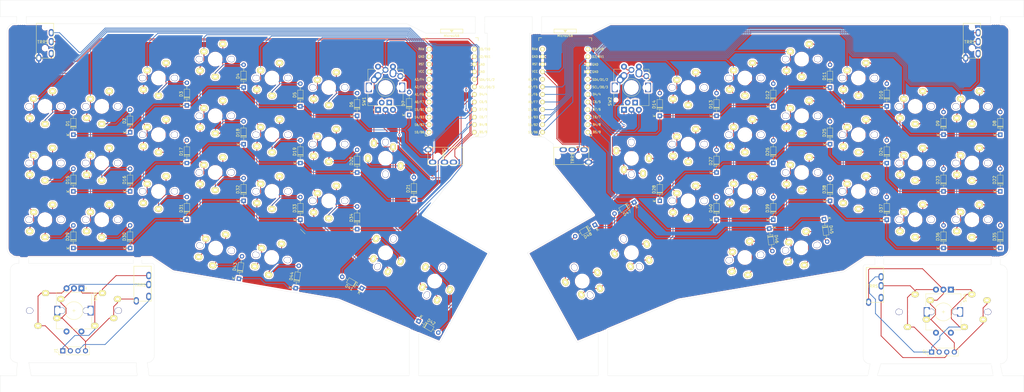
<source format=kicad_pcb>
(kicad_pcb (version 20171130) (host pcbnew "(5.1.5)-3")
  (layers (0 F.Cu signal) (31 B.Cu signal) (34 B.Paste user) (35 F.Paste user) (36 B.SilkS user) (37 F.SilkS user) (38 B.Mask user) (39 F.Mask user) (44 Edge.Cuts user))
  (net 0 "")
  (net 1 "Net-(D1-Pad2)")
  (net 2 row0L)
  (net 3 "Net-(D2-Pad2)")
  (net 4 "Net-(D3-Pad2)")
  (net 5 "Net-(D4-Pad2)")
  (net 6 "Net-(D5-Pad2)")
  (net 7 "Net-(D6-Pad2)")
  (net 8 "Net-(D7-Pad2)")
  (net 9 "Net-(D8-Pad2)")
  (net 10 row0R)
  (net 11 "Net-(D9-Pad2)")
  (net 12 "Net-(D10-Pad2)")
  (net 13 "Net-(D11-Pad2)")
  (net 14 "Net-(D12-Pad2)")
  (net 15 "Net-(D13-Pad2)")
  (net 16 "Net-(D14-Pad2)")
  (net 17 "Net-(D15-Pad2)")
  (net 18 row1L)
  (net 19 "Net-(D16-Pad2)")
  (net 20 "Net-(D17-Pad2)")
  (net 21 "Net-(D18-Pad2)")
  (net 22 "Net-(D19-Pad2)")
  (net 23 "Net-(D20-Pad2)")
  (net 24 "Net-(D21-Pad2)")
  (net 25 "Net-(D22-Pad2)")
  (net 26 row1R)
  (net 27 "Net-(D23-Pad2)")
  (net 28 "Net-(D24-Pad2)")
  (net 29 "Net-(D25-Pad2)")
  (net 30 "Net-(D26-Pad2)")
  (net 31 "Net-(D27-Pad2)")
  (net 32 "Net-(D28-Pad2)")
  (net 33 "Net-(D29-Pad2)")
  (net 34 row2L)
  (net 35 "Net-(D30-Pad2)")
  (net 36 "Net-(D31-Pad2)")
  (net 37 "Net-(D32-Pad2)")
  (net 38 "Net-(D33-Pad2)")
  (net 39 "Net-(D34-Pad2)")
  (net 40 "Net-(D35-Pad2)")
  (net 41 row2R)
  (net 42 "Net-(D36-Pad2)")
  (net 43 "Net-(D37-Pad2)")
  (net 44 "Net-(D38-Pad2)")
  (net 45 "Net-(D39-Pad2)")
  (net 46 "Net-(D40-Pad2)")
  (net 47 "Net-(D41-Pad2)")
  (net 48 row3L)
  (net 49 "Net-(D42-Pad2)")
  (net 50 "Net-(D43-Pad2)")
  (net 51 row3R)
  (net 52 "Net-(D46-Pad2)")
  (net 53 "Net-(D47-Pad2)")
  (net 54 "Net-(D48-Pad2)")
  (net 55 col0L)
  (net 56 col1L)
  (net 57 col2L)
  (net 58 col3L)
  (net 59 col4L)
  (net 60 col5L)
  (net 61 col6L)
  (net 62 col0R)
  (net 63 col1R)
  (net 64 col2R)
  (net 65 col3R)
  (net 66 col4R)
  (net 67 col5R)
  (net 68 col6R)
  (net 69 GND)
  (net 70 +5V)
  (net 71 DL)
  (net 72 DR)
  (net 73 i2c_SCL_L)
  (net 74 i2c_SDA_L)
  (net 75 i2c_SCL_R)
  (net 76 i2c_SDA_R)
  (net 77 GNDA)
  (net 78 VDD)
  (net 79 LD-)
  (net 80 LD+)
  (net 81 RD-)
  (net 82 RD+)
  (net 83 "Net-(D44-Pad2)")
  (net 84 "Net-(D45-Pad2)")
  (net 85 "Net-(J3-PadB)")
  (net 86 "Net-(J4-PadB)")
  (net 87 "Net-(U1-Pad1)")
  (net 88 "Net-(U1-Pad20)")
  (net 89 "Net-(U1-Pad22)")
  (net 90 "Net-(U1-Pad23)")
  (net 91 "Net-(U1-Pad24)")
  (net 92 "Net-(U2-Pad24)")
  (net 93 "Net-(U2-Pad20)")
  (net 94 "Net-(U2-Pad1)")
  (net 95 "Net-(U2-Pad22)")
  (module kbd:ProMicro_v3.5 (layer F.Cu) (at 196.05625 -126.20625)
    (fp_text reference U2 hide)
    (fp_text value ProMicro hide)
    (fp_text user "" (at -1.2515 -16.256) (layer B.SilkS) (effects (justify mirror)))
    (fp_text user "" (at -0.545 -17.4) (layer F.SilkS))
    (fp_text user RAW (at -10.195 -14.5 unlocked) (layer F.SilkS) (effects (font (size 0.75 0.67) (thickness 0.125))))
    (fp_text user GND (at -10.195 -11.95 unlocked) (layer F.SilkS) (effects (font (size 0.75 0.67) (thickness 0.125))))
    (fp_text user RST (at -10.195 -9.4 unlocked) (layer F.SilkS) (effects (font (size 0.75 0.67) (thickness 0.125))))
    (fp_text user VCC (at -10.195 -6.95 unlocked) (layer F.SilkS) (effects (font (size 0.75 0.67) (thickness 0.125))))
    (fp_text user A3/F4 (at -10.845 -4.25 unlocked) (layer F.SilkS) (effects (font (size 0.75 0.67) (thickness 0.125))))
    (fp_text user A2/F5 (at -10.845 -1.75 unlocked) (layer F.SilkS) (effects (font (size 0.75 0.67) (thickness 0.125))))
    (fp_text user A1/F6 (at -10.845 0.75 unlocked) (layer F.SilkS) (effects (font (size 0.75 0.67) (thickness 0.125))))
    (fp_text user A0/F7 (at -10.845 3.3 unlocked) (layer F.SilkS) (effects (font (size 0.75 0.67) (thickness 0.125))))
    (fp_text user 15/B1 (at -10.845 5.85 unlocked) (layer F.SilkS) (effects (font (size 0.75 0.67) (thickness 0.125))))
    (fp_text user 14/B3 (at -10.845 8.4 unlocked) (layer F.SilkS) (effects (font (size 0.75 0.67) (thickness 0.125))))
    (fp_text user 10/B6 (at -10.845 13.45 unlocked) (layer F.SilkS) (effects (font (size 0.75 0.67) (thickness 0.125))))
    (fp_text user 16/B2 (at -10.845 10.95 unlocked) (layer F.SilkS) (effects (font (size 0.75 0.67) (thickness 0.125))))
    (fp_text user E6/7 (at 10.605 8.35 unlocked) (layer F.SilkS) (effects (font (size 0.75 0.67) (thickness 0.125))))
    (fp_text user D7/6 (at 10.605 5.8 unlocked) (layer F.SilkS) (effects (font (size 0.75 0.67) (thickness 0.125))))
    (fp_text user GND (at 10.105 -9.3 unlocked) (layer F.SilkS) (effects (font (size 0.75 0.67) (thickness 0.125))))
    (fp_text user GND (at 10.105 -6.85 unlocked) (layer F.SilkS) (effects (font (size 0.75 0.67) (thickness 0.125))))
    (fp_text user D3/TX0 (at 11.055 -14.45 unlocked) (layer F.SilkS) (effects (font (size 0.75 0.67) (thickness 0.125))))
    (fp_text user D4/4 (at 10.605 0.7 unlocked) (layer F.SilkS) (effects (font (size 0.75 0.67) (thickness 0.125))))
    (fp_text user SDA/D1/2 (at 11.755 -4.2 unlocked) (layer F.SilkS) (effects (font (size 0.75 0.67) (thickness 0.125))))
    (fp_text user SCL/D0/3 (at 11.755 -1.7 unlocked) (layer F.SilkS) (effects (font (size 0.75 0.67) (thickness 0.125))))
    (fp_text user C6/5 (at 10.605 3.25 unlocked) (layer F.SilkS) (effects (font (size 0.75 0.67) (thickness 0.125))))
    (fp_text user B5/9 (at 10.605 13.4 unlocked) (layer F.SilkS) (effects (font (size 0.75 0.67) (thickness 0.125))))
    (fp_text user D2/RX1 (at 11.055 -11.9 unlocked) (layer F.SilkS) (effects (font (size 0.75 0.67) (thickness 0.125))))
    (fp_text user B4/8 (at 10.605 10.9 unlocked) (layer F.SilkS) (effects (font (size 0.75 0.67) (thickness 0.125))))
    (fp_text user MicroUSB (at -0.05 -18.95) (layer F.SilkS) (effects (font (size 0.75 0.75) (thickness 0.12))))
    (pad 24 thru_hole circle (at -7.6086 -14.478) (size 1.524 1.524) (drill 0.8128) (layers *.Cu F.SilkS B.Mask) (net 92 "Net-(U2-Pad24)"))
    (pad 23 thru_hole circle (at -7.6086 -11.938) (size 1.524 1.524) (drill 0.8128) (layers *.Cu F.SilkS B.Mask) (net 77 GNDA))
    (pad 22 thru_hole circle (at -7.6086 -9.398) (size 1.524 1.524) (drill 0.8128) (layers *.Cu F.SilkS B.Mask) (net 95 "Net-(U2-Pad22)"))
    (pad 21 thru_hole circle (at -7.6086 -6.858) (size 1.524 1.524) (drill 0.8128) (layers *.Cu F.SilkS B.Mask) (net 78 VDD))
    (pad 20 thru_hole circle (at -7.6086 -4.318) (size 1.524 1.524) (drill 0.8128) (layers *.Cu F.SilkS B.Mask) (net 93 "Net-(U2-Pad20)"))
    (pad 19 thru_hole circle (at -7.6086 -1.778) (size 1.524 1.524) (drill 0.8128) (layers *.Cu F.SilkS B.Mask) (net 62 col0R))
    (pad 18 thru_hole circle (at -7.6086 0.762) (size 1.524 1.524) (drill 0.8128) (layers *.Cu F.SilkS B.Mask) (net 63 col1R))
    (pad 17 thru_hole circle (at -7.6086 3.302) (size 1.524 1.524) (drill 0.8128) (layers *.Cu F.SilkS B.Mask) (net 64 col2R))
    (pad 16 thru_hole circle (at -7.6086 5.842) (size 1.524 1.524) (drill 0.8128) (layers *.Cu F.SilkS B.Mask) (net 65 col3R))
    (pad 15 thru_hole circle (at -7.6086 8.382) (size 1.524 1.524) (drill 0.8128) (layers *.Cu F.SilkS B.Mask) (net 66 col4R))
    (pad 14 thru_hole circle (at -7.6086 10.922) (size 1.524 1.524) (drill 0.8128) (layers *.Cu F.SilkS B.Mask) (net 67 col5R))
    (pad 13 thru_hole circle (at -7.6086 13.462) (size 1.524 1.524) (drill 0.8128) (layers *.Cu F.SilkS B.Mask) (net 68 col6R))
    (pad 12 thru_hole circle (at 7.6114 13.462) (size 1.524 1.524) (drill 0.8128) (layers *.Cu F.SilkS B.Mask) (net 51 row3R))
    (pad 11 thru_hole circle (at 7.6114 10.922) (size 1.524 1.524) (drill 0.8128) (layers *.Cu F.SilkS B.Mask) (net 41 row2R))
    (pad 10 thru_hole circle (at 7.6114 8.382) (size 1.524 1.524) (drill 0.8128) (layers *.Cu F.SilkS B.Mask) (net 26 row1R))
    (pad 9 thru_hole circle (at 7.6114 5.842) (size 1.524 1.524) (drill 0.8128) (layers *.Cu F.SilkS B.Mask) (net 10 row0R))
    (pad 8 thru_hole circle (at 7.6114 3.302) (size 1.524 1.524) (drill 0.8128) (layers *.Cu F.SilkS B.Mask) (net 81 RD-))
    (pad 7 thru_hole circle (at 7.6114 0.762) (size 1.524 1.524) (drill 0.8128) (layers *.Cu F.SilkS B.Mask) (net 82 RD+))
    (pad 6 thru_hole circle (at 7.6114 -1.778) (size 1.524 1.524) (drill 0.8128) (layers *.Cu F.SilkS B.Mask) (net 75 i2c_SCL_R))
    (pad 5 thru_hole circle (at 7.6114 -4.318) (size 1.524 1.524) (drill 0.8128) (layers *.Cu F.SilkS B.Mask) (net 76 i2c_SDA_R))
    (pad 4 thru_hole circle (at 7.6114 -6.858) (size 1.524 1.524) (drill 0.8128) (layers *.Cu F.SilkS B.Mask) (net 77 GNDA))
    (pad 3 thru_hole circle (at 7.6114 -9.398) (size 1.524 1.524) (drill 0.8128) (layers *.Cu F.SilkS B.Mask) (net 77 GNDA))
    (pad 2 thru_hole circle (at 7.6114 -11.938) (size 1.524 1.524) (drill 0.8128) (layers *.Cu F.SilkS B.Mask) (net 72 DR))
    (pad 1 thru_hole circle (at 7.6114 -14.478) (size 1.524 1.524) (drill 0.8128) (layers *.Cu F.SilkS B.Mask) (net 94 "Net-(U2-Pad1)"))
  )
  (module kbd:CherryMX_Choc_1u (layer F.Cu) (at 294.48125 -130.96875)
    (fp_text reference MX10 hide)
    (fp_text value MX-NoLED hide)
    (pad "" np_thru_hole circle (at -5.08 0) (size 1.9 1.9) (drill 1.7) (layers *.Cu *.Mask))
    (pad "" np_thru_hole circle (at 5.08 0) (size 1.9 1.9) (drill 1.7) (layers *.Cu *.Mask))
    (pad 1 thru_hole oval (at -3.81 -2.54) (size 2.5 2) (drill oval 1.2 0.8) (layers *.Cu F.SilkS B.Mask) (net 64 col2R))
    (pad 2 thru_hole oval (at 2.54 -5.08) (size 2.5 2) (drill oval 1.2 0.8) (layers *.Cu F.SilkS B.Mask) (net 12 "Net-(D10-Pad2)"))
    (pad 2 thru_hole oval (at 0 5.9) (size 2.5 2) (drill oval 1.2 0.8) (layers *.Cu F.SilkS B.Mask) (net 12 "Net-(D10-Pad2)"))
    (pad "" np_thru_hole circle (at 5.5 0 90) (size 2.1 2.1) (drill 1.9) (layers *.Cu *.Mask))
    (pad "" np_thru_hole circle (at -5.5 0 90) (size 2.1 2.1) (drill 1.9) (layers *.Cu *.Mask))
    (pad "" np_thru_hole circle (at 0 0 90) (size 4 4) (drill 4) (layers *.Cu *.Mask))
    (pad 1 thru_hole oval (at -5.1 3.9) (size 2.5 2) (drill oval 1.2 0.8) (layers *.Cu F.SilkS B.Mask) (net 64 col2R))
  )
  (module kbd:CherryMX_Choc_1.5u (layer F.Cu) (at 135.73125 -72.23125 60)
    (fp_text reference MX41 hide)
    (fp_text value MX-NoLED hide)
    (pad 1 thru_hole oval (at -5.1 3.9 60) (size 2.5 2) (drill oval 1.2 0.8) (layers *.Cu F.SilkS B.Mask) (net 60 col5L))
    (pad "" np_thru_hole circle (at 0 0 150) (size 4 4) (drill 4) (layers *.Cu *.Mask))
    (pad "" np_thru_hole circle (at -5.5 0 150) (size 2.1 2.1) (drill 1.9) (layers *.Cu *.Mask))
    (pad "" np_thru_hole circle (at 5.5 0 150) (size 2.1 2.1) (drill 1.9) (layers *.Cu *.Mask))
    (pad 2 thru_hole oval (at 0 5.9 60) (size 2.5 2) (drill oval 1.2 0.8) (layers *.Cu F.SilkS B.Mask) (net 47 "Net-(D41-Pad2)"))
    (pad 2 thru_hole oval (at 2.54 -5.08 60) (size 2.5 2) (drill oval 1.2 0.8) (layers *.Cu F.SilkS B.Mask) (net 47 "Net-(D41-Pad2)"))
    (pad 1 thru_hole oval (at -3.81 -2.54 60) (size 2.5 2) (drill oval 1.2 0.8) (layers *.Cu F.SilkS B.Mask) (net 60 col5L))
    (pad "" np_thru_hole circle (at 5.08 0 60) (size 1.9 1.9) (drill 1.7) (layers *.Cu *.Mask))
    (pad "" np_thru_hole circle (at -5.08 0 60) (size 1.9 1.9) (drill 1.7) (layers *.Cu *.Mask))
  )
  (module Keebio-Parts:breakaway-hole (layer F.Cu) (at 300 -30.95)
    (fp_text reference REF** hide)
    (fp_text value breakaway-hole hide)
    (pad "" np_thru_hole circle (at 0 -0.254) (size 0.3937 0.3937) (drill 0.3937) (layers *.Cu *.Mask))
  )
  (module Keebio-Parts:breakaway-hole (layer F.Cu) (at 297.9 -30.95)
    (fp_text reference REF** hide)
    (fp_text value breakaway-hole hide)
    (pad "" np_thru_hole circle (at 0 -0.254) (size 0.3937 0.3937) (drill 0.3937) (layers *.Cu *.Mask))
  )
  (module Keebio-Parts:breakaway-hole (layer F.Cu) (at 298.6 -30.95)
    (fp_text reference REF** hide)
    (fp_text value breakaway-hole hide)
    (pad "" np_thru_hole circle (at 0 -0.254) (size 0.3937 0.3937) (drill 0.3937) (layers *.Cu *.Mask))
  )
  (module Keebio-Parts:breakaway-hole (layer F.Cu) (at 299.3 -30.946)
    (fp_text reference REF** hide)
    (fp_text value breakaway-hole hide)
    (pad "" np_thru_hole circle (at 0 -0.254) (size 0.3937 0.3937) (drill 0.3937) (layers *.Cu *.Mask))
  )
  (module Keebio-Parts:breakaway-hole (layer F.Cu) (at 300.7 -30.95)
    (fp_text reference REF** hide)
    (fp_text value breakaway-hole hide)
    (pad "" np_thru_hole circle (at 0 -0.254) (size 0.3937 0.3937) (drill 0.3937) (layers *.Cu *.Mask))
  )
  (module Keebio-Parts:breakaway-hole (layer F.Cu) (at 342 -30.95)
    (fp_text reference REF** hide)
    (fp_text value breakaway-hole hide)
    (pad "" np_thru_hole circle (at 0 -0.254) (size 0.3937 0.3937) (drill 0.3937) (layers *.Cu *.Mask))
  )
  (module Keebio-Parts:breakaway-hole (layer F.Cu) (at 339.9 -30.95)
    (fp_text reference REF** hide)
    (fp_text value breakaway-hole hide)
    (pad "" np_thru_hole circle (at 0 -0.254) (size 0.3937 0.3937) (drill 0.3937) (layers *.Cu *.Mask))
  )
  (module Keebio-Parts:breakaway-hole (layer F.Cu) (at 340.6 -30.95)
    (fp_text reference REF** hide)
    (fp_text value breakaway-hole hide)
    (pad "" np_thru_hole circle (at 0 -0.254) (size 0.3937 0.3937) (drill 0.3937) (layers *.Cu *.Mask))
  )
  (module Keebio-Parts:breakaway-hole (layer F.Cu) (at 341.3 -30.946)
    (fp_text reference REF** hide)
    (fp_text value breakaway-hole hide)
    (pad "" np_thru_hole circle (at 0 -0.254) (size 0.3937 0.3937) (drill 0.3937) (layers *.Cu *.Mask))
  )
  (module Keebio-Parts:breakaway-hole (layer F.Cu) (at 342.7 -30.95)
    (fp_text reference REF** hide)
    (fp_text value breakaway-hole hide)
    (pad "" np_thru_hole circle (at 0 -0.254) (size 0.3937 0.3937) (drill 0.3937) (layers *.Cu *.Mask))
  )
  (module Keebio-Parts:breakaway-hole (layer F.Cu) (at 339.85 -34.9 180)
    (fp_text reference REF** hide)
    (fp_text value breakaway-hole hide)
    (pad "" np_thru_hole circle (at 0 -0.254 180) (size 0.3937 0.3937) (drill 0.3937) (layers *.Cu *.Mask))
  )
  (module Keebio-Parts:breakaway-hole (layer F.Cu) (at 341.95 -34.9 180)
    (fp_text reference REF** hide)
    (fp_text value breakaway-hole hide)
    (pad "" np_thru_hole circle (at 0 -0.254 180) (size 0.3937 0.3937) (drill 0.3937) (layers *.Cu *.Mask))
  )
  (module Keebio-Parts:breakaway-hole (layer F.Cu) (at 341.25 -34.9 180)
    (fp_text reference REF** hide)
    (fp_text value breakaway-hole hide)
    (pad "" np_thru_hole circle (at 0 -0.254 180) (size 0.3937 0.3937) (drill 0.3937) (layers *.Cu *.Mask))
  )
  (module Keebio-Parts:breakaway-hole (layer F.Cu) (at 340.55 -34.904 180)
    (fp_text reference REF** hide)
    (fp_text value breakaway-hole hide)
    (pad "" np_thru_hole circle (at 0 -0.254 180) (size 0.3937 0.3937) (drill 0.3937) (layers *.Cu *.Mask))
  )
  (module Keebio-Parts:breakaway-hole (layer F.Cu) (at 339.15 -34.9 180)
    (fp_text reference REF** hide)
    (fp_text value breakaway-hole hide)
    (pad "" np_thru_hole circle (at 0 -0.254 180) (size 0.3937 0.3937) (drill 0.3937) (layers *.Cu *.Mask))
  )
  (module Keebio-Parts:breakaway-hole (layer F.Cu) (at 299.45 -34.9 180)
    (fp_text reference REF** hide)
    (fp_text value breakaway-hole hide)
    (pad "" np_thru_hole circle (at 0 -0.254 180) (size 0.3937 0.3937) (drill 0.3937) (layers *.Cu *.Mask))
  )
  (module Keebio-Parts:breakaway-hole (layer F.Cu) (at 301.55 -34.9 180)
    (fp_text reference REF** hide)
    (fp_text value breakaway-hole hide)
    (pad "" np_thru_hole circle (at 0 -0.254 180) (size 0.3937 0.3937) (drill 0.3937) (layers *.Cu *.Mask))
  )
  (module Keebio-Parts:breakaway-hole (layer F.Cu) (at 300.85 -34.9 180)
    (fp_text reference REF** hide)
    (fp_text value breakaway-hole hide)
    (pad "" np_thru_hole circle (at 0 -0.254 180) (size 0.3937 0.3937) (drill 0.3937) (layers *.Cu *.Mask))
  )
  (module Keebio-Parts:breakaway-hole (layer F.Cu) (at 300.15 -34.904 180)
    (fp_text reference REF** hide)
    (fp_text value breakaway-hole hide)
    (pad "" np_thru_hole circle (at 0 -0.254 180) (size 0.3937 0.3937) (drill 0.3937) (layers *.Cu *.Mask))
  )
  (module Keebio-Parts:breakaway-hole (layer F.Cu) (at 298.75 -34.9 180)
    (fp_text reference REF** hide)
    (fp_text value breakaway-hole hide)
    (pad "" np_thru_hole circle (at 0 -0.254 180) (size 0.3937 0.3937) (drill 0.3937) (layers *.Cu *.Mask))
  )
  (module Keebio-Parts:breakaway-hole (layer F.Cu) (at 300.8 -70.65 180)
    (fp_text reference REF** hide)
    (fp_text value breakaway-hole hide)
    (pad "" np_thru_hole circle (at 0 -0.254 180) (size 0.3937 0.3937) (drill 0.3937) (layers *.Cu *.Mask))
  )
  (module Keebio-Parts:breakaway-hole (layer F.Cu) (at 302.9 -70.65 180)
    (fp_text reference REF** hide)
    (fp_text value breakaway-hole hide)
    (pad "" np_thru_hole circle (at 0 -0.254 180) (size 0.3937 0.3937) (drill 0.3937) (layers *.Cu *.Mask))
  )
  (module Keebio-Parts:breakaway-hole (layer F.Cu) (at 302.2 -70.65 180)
    (fp_text reference REF** hide)
    (fp_text value breakaway-hole hide)
    (pad "" np_thru_hole circle (at 0 -0.254 180) (size 0.3937 0.3937) (drill 0.3937) (layers *.Cu *.Mask))
  )
  (module Keebio-Parts:breakaway-hole (layer F.Cu) (at 301.5 -70.654 180)
    (fp_text reference REF** hide)
    (fp_text value breakaway-hole hide)
    (pad "" np_thru_hole circle (at 0 -0.254 180) (size 0.3937 0.3937) (drill 0.3937) (layers *.Cu *.Mask))
  )
  (module Keebio-Parts:breakaway-hole (layer F.Cu) (at 300.1 -70.65 180)
    (fp_text reference REF** hide)
    (fp_text value breakaway-hole hide)
    (pad "" np_thru_hole circle (at 0 -0.254 180) (size 0.3937 0.3937) (drill 0.3937) (layers *.Cu *.Mask))
  )
  (module Keebio-Parts:breakaway-hole (layer F.Cu) (at 339.85 -70.6 180)
    (fp_text reference REF** hide)
    (fp_text value breakaway-hole hide)
    (pad "" np_thru_hole circle (at 0 -0.254 180) (size 0.3937 0.3937) (drill 0.3937) (layers *.Cu *.Mask))
  )
  (module Keebio-Parts:breakaway-hole (layer F.Cu) (at 341.95 -70.6 180)
    (fp_text reference REF** hide)
    (fp_text value breakaway-hole hide)
    (pad "" np_thru_hole circle (at 0 -0.254 180) (size 0.3937 0.3937) (drill 0.3937) (layers *.Cu *.Mask))
  )
  (module Keebio-Parts:breakaway-hole (layer F.Cu) (at 341.25 -70.6 180)
    (fp_text reference REF** hide)
    (fp_text value breakaway-hole hide)
    (pad "" np_thru_hole circle (at 0 -0.254 180) (size 0.3937 0.3937) (drill 0.3937) (layers *.Cu *.Mask))
  )
  (module Keebio-Parts:breakaway-hole (layer F.Cu) (at 340.55 -70.604 180)
    (fp_text reference REF** hide)
    (fp_text value breakaway-hole hide)
    (pad "" np_thru_hole circle (at 0 -0.254 180) (size 0.3937 0.3937) (drill 0.3937) (layers *.Cu *.Mask))
  )
  (module Keebio-Parts:breakaway-hole (layer F.Cu) (at 339.15 -70.6 180)
    (fp_text reference REF** hide)
    (fp_text value breakaway-hole hide)
    (pad "" np_thru_hole circle (at 0 -0.254 180) (size 0.3937 0.3937) (drill 0.3937) (layers *.Cu *.Mask))
  )
  (module Keebio-Parts:breakaway-hole (layer B.Cu) (at 208.090545 -45.427643 22.7)
    (fp_text reference REF** hide)
    (fp_text value breakaway-hole hide)
    (pad "" np_thru_hole circle (at 0 0.254 22.7) (size 0.3937 0.3937) (drill 0.3937) (layers *.Cu *.Mask))
  )
  (module Keebio-Parts:breakaway-hole (layer B.Cu) (at 208.734778 -45.701467 22.7)
    (fp_text reference REF** hide)
    (fp_text value breakaway-hole hide)
    (pad "" np_thru_hole circle (at 0 0.254 22.7) (size 0.3937 0.3937) (drill 0.3937) (layers *.Cu *.Mask))
  )
  (module Keebio-Parts:breakaway-hole (layer B.Cu) (at 210.027875 -46.238045 22.7)
    (fp_text reference REF** hide)
    (fp_text value breakaway-hole hide)
    (pad "" np_thru_hole circle (at 0 0.254 22.7) (size 0.3937 0.3937) (drill 0.3937) (layers *.Cu *.Mask))
  )
  (module Keebio-Parts:breakaway-hole (layer B.Cu) (at 209.382098 -45.967911 22.7)
    (fp_text reference REF** hide)
    (fp_text value breakaway-hole hide)
    (pad "" np_thru_hole circle (at 0 0.254 22.7) (size 0.3937 0.3937) (drill 0.3937) (layers *.Cu *.Mask))
  )
  (module Keebio-Parts:breakaway-hole (layer B.Cu) (at 207.444768 -45.157508 22.7)
    (fp_text reference REF** hide)
    (fp_text value breakaway-hole hide)
    (pad "" np_thru_hole circle (at 0 0.254 22.7) (size 0.3937 0.3937) (drill 0.3937) (layers *.Cu *.Mask))
  )
  (module Keebio-Parts:breakaway-hole (layer F.Cu) (at 146.009455 -45.427643 157.3)
    (fp_text reference REF** hide)
    (fp_text value breakaway-hole hide)
    (pad "" np_thru_hole circle (at 0 -0.254 157.3) (size 0.3937 0.3937) (drill 0.3937) (layers *.Cu *.Mask))
  )
  (module Keebio-Parts:breakaway-hole (layer F.Cu) (at 146.655232 -45.157508 157.3)
    (fp_text reference REF** hide)
    (fp_text value breakaway-hole hide)
    (pad "" np_thru_hole circle (at 0 -0.254 157.3) (size 0.3937 0.3937) (drill 0.3937) (layers *.Cu *.Mask))
  )
  (module Keebio-Parts:breakaway-hole (layer F.Cu) (at 144.072125 -46.238045 157.3)
    (fp_text reference REF** hide)
    (fp_text value breakaway-hole hide)
    (pad "" np_thru_hole circle (at 0 -0.254 157.3) (size 0.3937 0.3937) (drill 0.3937) (layers *.Cu *.Mask))
  )
  (module Keebio-Parts:breakaway-hole (layer F.Cu) (at 145.365222 -45.701467 157.3)
    (fp_text reference REF** hide)
    (fp_text value breakaway-hole hide)
    (pad "" np_thru_hole circle (at 0 -0.254 157.3) (size 0.3937 0.3937) (drill 0.3937) (layers *.Cu *.Mask))
  )
  (module Keebio-Parts:breakaway-hole (layer F.Cu) (at 144.717902 -45.967911 157.3)
    (fp_text reference REF** hide)
    (fp_text value breakaway-hole hide)
    (pad "" np_thru_hole circle (at 0 -0.254 157.3) (size 0.3937 0.3937) (drill 0.3937) (layers *.Cu *.Mask))
  )
  (module Keebio-Parts:breakaway-hole (layer F.Cu) (at 144.55625 -30.96025)
    (fp_text reference REF** hide)
    (fp_text value breakaway-hole hide)
    (pad "" np_thru_hole circle (at 0 -0.254) (size 0.3937 0.3937) (drill 0.3937) (layers *.Cu *.Mask))
  )
  (module Keebio-Parts:breakaway-hole (layer F.Cu) (at 143.85625 -30.96025)
    (fp_text reference REF** hide)
    (fp_text value breakaway-hole hide)
    (pad "" np_thru_hole circle (at 0 -0.254) (size 0.3937 0.3937) (drill 0.3937) (layers *.Cu *.Mask))
  )
  (module Keebio-Parts:breakaway-hole (layer F.Cu) (at 146.65625 -30.96025)
    (fp_text reference REF** hide)
    (fp_text value breakaway-hole hide)
    (pad "" np_thru_hole circle (at 0 -0.254) (size 0.3937 0.3937) (drill 0.3937) (layers *.Cu *.Mask))
  )
  (module Keebio-Parts:breakaway-hole (layer F.Cu) (at 145.25625 -30.95625)
    (fp_text reference REF** hide)
    (fp_text value breakaway-hole hide)
    (pad "" np_thru_hole circle (at 0 -0.254) (size 0.3937 0.3937) (drill 0.3937) (layers *.Cu *.Mask))
  )
  (module Keebio-Parts:breakaway-hole (layer F.Cu) (at 145.95625 -30.96025)
    (fp_text reference REF** hide)
    (fp_text value breakaway-hole hide)
    (pad "" np_thru_hole circle (at 0 -0.254) (size 0.3937 0.3937) (drill 0.3937) (layers *.Cu *.Mask))
  )
  (module Keebio-Parts:breakaway-hole (layer F.Cu) (at 208.05625 -30.96025)
    (fp_text reference REF** hide)
    (fp_text value breakaway-hole hide)
    (pad "" np_thru_hole circle (at 0 -0.254) (size 0.3937 0.3937) (drill 0.3937) (layers *.Cu *.Mask))
  )
  (module Keebio-Parts:breakaway-hole (layer F.Cu) (at 207.35625 -30.96025)
    (fp_text reference REF** hide)
    (fp_text value breakaway-hole hide)
    (pad "" np_thru_hole circle (at 0 -0.254) (size 0.3937 0.3937) (drill 0.3937) (layers *.Cu *.Mask))
  )
  (module Keebio-Parts:breakaway-hole (layer F.Cu) (at 210.15625 -30.96025)
    (fp_text reference REF** hide)
    (fp_text value breakaway-hole hide)
    (pad "" np_thru_hole circle (at 0 -0.254) (size 0.3937 0.3937) (drill 0.3937) (layers *.Cu *.Mask))
  )
  (module Keebio-Parts:breakaway-hole (layer F.Cu) (at 208.75625 -30.95625)
    (fp_text reference REF** hide)
    (fp_text value breakaway-hole hide)
    (pad "" np_thru_hole circle (at 0 -0.254) (size 0.3937 0.3937) (drill 0.3937) (layers *.Cu *.Mask))
  )
  (module Keebio-Parts:breakaway-hole (layer F.Cu) (at 209.45625 -30.96025)
    (fp_text reference REF** hide)
    (fp_text value breakaway-hole hide)
    (pad "" np_thru_hole circle (at 0 -0.254) (size 0.3937 0.3937) (drill 0.3937) (layers *.Cu *.Mask))
  )
  (module Keebio-Parts:breakaway-hole (layer F.Cu) (at 339.15 -149.25)
    (fp_text reference REF** hide)
    (fp_text value breakaway-hole hide)
    (pad "" np_thru_hole circle (at 0 -0.254) (size 0.3937 0.3937) (drill 0.3937) (layers *.Cu *.Mask))
  )
  (module Keebio-Parts:breakaway-hole (layer F.Cu) (at 341.95 -149.25)
    (fp_text reference REF** hide)
    (fp_text value breakaway-hole hide)
    (pad "" np_thru_hole circle (at 0 -0.254) (size 0.3937 0.3937) (drill 0.3937) (layers *.Cu *.Mask))
  )
  (module Keebio-Parts:breakaway-hole (layer F.Cu) (at 341.25 -149.25)
    (fp_text reference REF** hide)
    (fp_text value breakaway-hole hide)
    (pad "" np_thru_hole circle (at 0 -0.254) (size 0.3937 0.3937) (drill 0.3937) (layers *.Cu *.Mask))
  )
  (module Keebio-Parts:breakaway-hole (layer F.Cu) (at 340.55 -149.246)
    (fp_text reference REF** hide)
    (fp_text value breakaway-hole hide)
    (pad "" np_thru_hole circle (at 0 -0.254) (size 0.3937 0.3937) (drill 0.3937) (layers *.Cu *.Mask))
  )
  (module Keebio-Parts:breakaway-hole (layer F.Cu) (at 339.85 -149.25)
    (fp_text reference REF** hide)
    (fp_text value breakaway-hole hide)
    (pad "" np_thru_hole circle (at 0 -0.254) (size 0.3937 0.3937) (drill 0.3937) (layers *.Cu *.Mask))
  )
  (module Keebio-Parts:breakaway-hole (layer F.Cu) (at 185.1 -146.125)
    (fp_text reference REF** hide)
    (fp_text value breakaway-hole hide)
    (pad "" np_thru_hole circle (at 0 -0.254) (size 0.3937 0.3937) (drill 0.3937) (layers *.Cu *.Mask))
  )
  (module Keebio-Parts:breakaway-hole (layer F.Cu) (at 187.9 -146.125)
    (fp_text reference REF** hide)
    (fp_text value breakaway-hole hide)
    (pad "" np_thru_hole circle (at 0 -0.254) (size 0.3937 0.3937) (drill 0.3937) (layers *.Cu *.Mask))
  )
  (module Keebio-Parts:breakaway-hole (layer F.Cu) (at 187.2 -146.125)
    (fp_text reference REF** hide)
    (fp_text value breakaway-hole hide)
    (pad "" np_thru_hole circle (at 0 -0.254) (size 0.3937 0.3937) (drill 0.3937) (layers *.Cu *.Mask))
  )
  (module Keebio-Parts:breakaway-hole (layer F.Cu) (at 186.5 -146.121)
    (fp_text reference REF** hide)
    (fp_text value breakaway-hole hide)
    (pad "" np_thru_hole circle (at 0 -0.254) (size 0.3937 0.3937) (drill 0.3937) (layers *.Cu *.Mask))
  )
  (module Keebio-Parts:breakaway-hole (layer F.Cu) (at 185.8 -146.125)
    (fp_text reference REF** hide)
    (fp_text value breakaway-hole hide)
    (pad "" np_thru_hole circle (at 0 -0.254) (size 0.3937 0.3937) (drill 0.3937) (layers *.Cu *.Mask))
  )
  (module Keebio-Parts:breakaway-hole (layer F.Cu) (at 166.1 -149.25)
    (fp_text reference REF** hide)
    (fp_text value breakaway-hole hide)
    (pad "" np_thru_hole circle (at 0 -0.254) (size 0.3937 0.3937) (drill 0.3937) (layers *.Cu *.Mask))
  )
  (module Keebio-Parts:breakaway-hole (layer F.Cu) (at 168.9 -149.25)
    (fp_text reference REF** hide)
    (fp_text value breakaway-hole hide)
    (pad "" np_thru_hole circle (at 0 -0.254) (size 0.3937 0.3937) (drill 0.3937) (layers *.Cu *.Mask))
  )
  (module Keebio-Parts:breakaway-hole (layer F.Cu) (at 168.2 -149.25)
    (fp_text reference REF** hide)
    (fp_text value breakaway-hole hide)
    (pad "" np_thru_hole circle (at 0 -0.254) (size 0.3937 0.3937) (drill 0.3937) (layers *.Cu *.Mask))
  )
  (module Keebio-Parts:breakaway-hole (layer F.Cu) (at 167.5 -149.246)
    (fp_text reference REF** hide)
    (fp_text value breakaway-hole hide)
    (pad "" np_thru_hole circle (at 0 -0.254) (size 0.3937 0.3937) (drill 0.3937) (layers *.Cu *.Mask))
  )
  (module Keebio-Parts:breakaway-hole (layer F.Cu) (at 166.8 -149.25)
    (fp_text reference REF** hide)
    (fp_text value breakaway-hole hide)
    (pad "" np_thru_hole circle (at 0 -0.254) (size 0.3937 0.3937) (drill 0.3937) (layers *.Cu *.Mask))
  )
  (module Keebio-Parts:breakaway-hole (layer F.Cu) (at 12.1 -149.2)
    (fp_text reference REF** hide)
    (fp_text value breakaway-hole hide)
    (pad "" np_thru_hole circle (at 0 -0.254) (size 0.3937 0.3937) (drill 0.3937) (layers *.Cu *.Mask))
  )
  (module Keebio-Parts:breakaway-hole (layer F.Cu) (at 14.9 -149.2)
    (fp_text reference REF** hide)
    (fp_text value breakaway-hole hide)
    (pad "" np_thru_hole circle (at 0 -0.254) (size 0.3937 0.3937) (drill 0.3937) (layers *.Cu *.Mask))
  )
  (module Keebio-Parts:breakaway-hole (layer F.Cu) (at 14.2 -149.2)
    (fp_text reference REF** hide)
    (fp_text value breakaway-hole hide)
    (pad "" np_thru_hole circle (at 0 -0.254) (size 0.3937 0.3937) (drill 0.3937) (layers *.Cu *.Mask))
  )
  (module Keebio-Parts:breakaway-hole (layer F.Cu) (at 13.5 -149.196)
    (fp_text reference REF** hide)
    (fp_text value breakaway-hole hide)
    (pad "" np_thru_hole circle (at 0 -0.254) (size 0.3937 0.3937) (drill 0.3937) (layers *.Cu *.Mask))
  )
  (module Keebio-Parts:breakaway-hole (layer F.Cu) (at 12.8 -149.2)
    (fp_text reference REF** hide)
    (fp_text value breakaway-hole hide)
    (pad "" np_thru_hole circle (at 0 -0.254) (size 0.3937 0.3937) (drill 0.3937) (layers *.Cu *.Mask))
  )
  (module Keebio-Parts:breakaway-hole (layer F.Cu) (at 51.1 -69.85)
    (fp_text reference REF** hide)
    (fp_text value breakaway-hole hide)
    (pad "" np_thru_hole circle (at 0 -0.254) (size 0.3937 0.3937) (drill 0.3937) (layers *.Cu *.Mask))
  )
  (module Keebio-Parts:breakaway-hole (layer F.Cu) (at 53.9 -69.85)
    (fp_text reference REF** hide)
    (fp_text value breakaway-hole hide)
    (pad "" np_thru_hole circle (at 0 -0.254) (size 0.3937 0.3937) (drill 0.3937) (layers *.Cu *.Mask))
  )
  (module Keebio-Parts:breakaway-hole (layer F.Cu) (at 53.2 -69.85)
    (fp_text reference REF** hide)
    (fp_text value breakaway-hole hide)
    (pad "" np_thru_hole circle (at 0 -0.254) (size 0.3937 0.3937) (drill 0.3937) (layers *.Cu *.Mask))
  )
  (module Keebio-Parts:breakaway-hole (layer F.Cu) (at 52.5 -69.846)
    (fp_text reference REF** hide)
    (fp_text value breakaway-hole hide)
    (pad "" np_thru_hole circle (at 0 -0.254) (size 0.3937 0.3937) (drill 0.3937) (layers *.Cu *.Mask))
  )
  (module Keebio-Parts:breakaway-hole (layer F.Cu) (at 51.8 -69.85)
    (fp_text reference REF** hide)
    (fp_text value breakaway-hole hide)
    (pad "" np_thru_hole circle (at 0 -0.254) (size 0.3937 0.3937) (drill 0.3937) (layers *.Cu *.Mask))
  )
  (module Keebio-Parts:breakaway-hole (layer F.Cu) (at 15.75 -69.85)
    (fp_text reference REF** hide)
    (fp_text value breakaway-hole hide)
    (pad "" np_thru_hole circle (at 0 -0.254) (size 0.3937 0.3937) (drill 0.3937) (layers *.Cu *.Mask))
  )
  (module Keebio-Parts:breakaway-hole (layer F.Cu) (at 15.05 -69.85)
    (fp_text reference REF** hide)
    (fp_text value breakaway-hole hide)
    (pad "" np_thru_hole circle (at 0 -0.254) (size 0.3937 0.3937) (drill 0.3937) (layers *.Cu *.Mask))
  )
  (module Keebio-Parts:breakaway-hole (layer F.Cu) (at 14.35 -69.846)
    (fp_text reference REF** hide)
    (fp_text value breakaway-hole hide)
    (pad "" np_thru_hole circle (at 0 -0.254) (size 0.3937 0.3937) (drill 0.3937) (layers *.Cu *.Mask))
  )
  (module Keebio-Parts:breakaway-hole (layer F.Cu) (at 13.65 -69.85)
    (fp_text reference REF** hide)
    (fp_text value breakaway-hole hide)
    (pad "" np_thru_hole circle (at 0 -0.254) (size 0.3937 0.3937) (drill 0.3937) (layers *.Cu *.Mask))
  )
  (module Keebio-Parts:breakaway-hole (layer F.Cu) (at 12.95 -69.85)
    (fp_text reference REF** hide)
    (fp_text value breakaway-hole hide)
    (pad "" np_thru_hole circle (at 0 -0.254) (size 0.3937 0.3937) (drill 0.3937) (layers *.Cu *.Mask))
  )
  (module Rotary_Encoder:RotaryEncoder_Alps_EC11E-Switch_Vertical_H20mm (layer F.Cu) (at 215.78125 -120.29375 90)
    (fp_text reference SW2 (at 2.8 -4.7 90) (layer F.SilkS))
    (fp_text value Rotary_Encoder_Switch)
    (pad S1 thru_hole circle (at 14.5 5 90) (size 2 2) (drill 1) (layers *.Cu *.Mask) (net 16 "Net-(D14-Pad2)"))
    (pad S2 thru_hole circle (at 14.5 0 90) (size 2 2) (drill 1) (layers *.Cu *.Mask) (net 68 col6R))
    (pad MP thru_hole rect (at 7.5 8.1 90) (size 3.2 2) (drill oval 2.8 1.5) (layers *.Cu *.Mask))
    (pad MP thru_hole rect (at 7.5 -3.1 90) (size 3.2 2) (drill oval 2.8 1.5) (layers *.Cu *.Mask))
    (pad B thru_hole circle (at 0 5 90) (size 2 2) (drill 1) (layers *.Cu *.Mask) (net 82 RD+))
    (pad C thru_hole circle (at 0 2.5 90) (size 2 2) (drill 1) (layers *.Cu *.Mask) (net 77 GNDA))
    (pad A thru_hole rect (at 0 0 90) (size 2 2) (drill 1) (layers *.Cu *.Mask) (net 81 RD-))
  )
  (module kbd:CherryMX_Choc_1.5u (layer F.Cu) (at 201.76875 -62.69375 120)
    (fp_text reference MX48 hide)
    (fp_text value MX-NoLED hide)
    (pad 1 thru_hole oval (at -5.1 3.9 120) (size 2.5 2) (drill oval 1.2 0.8) (layers *.Cu F.SilkS B.Mask) (net 68 col6R))
    (pad "" np_thru_hole circle (at 0 0 210) (size 4 4) (drill 4) (layers *.Cu *.Mask))
    (pad "" np_thru_hole circle (at -5.5 0 210) (size 2.1 2.1) (drill 1.9) (layers *.Cu *.Mask))
    (pad "" np_thru_hole circle (at 5.5 0 210) (size 2.1 2.1) (drill 1.9) (layers *.Cu *.Mask))
    (pad 2 thru_hole oval (at 0 5.9 120) (size 2.5 2) (drill oval 1.2 0.8) (layers *.Cu F.SilkS B.Mask) (net 54 "Net-(D48-Pad2)"))
    (pad 2 thru_hole oval (at 2.54 -5.08 120) (size 2.5 2) (drill oval 1.2 0.8) (layers *.Cu F.SilkS B.Mask) (net 54 "Net-(D48-Pad2)"))
    (pad 1 thru_hole oval (at -3.81 -2.54 120) (size 2.5 2) (drill oval 1.2 0.8) (layers *.Cu F.SilkS B.Mask) (net 68 col6R))
    (pad "" np_thru_hole circle (at 5.08 0 120) (size 1.9 1.9) (drill 1.7) (layers *.Cu *.Mask))
    (pad "" np_thru_hole circle (at -5.08 0 120) (size 1.9 1.9) (drill 1.7) (layers *.Cu *.Mask))
  )
  (module kbd:CherryMX_Choc_1.5u (layer F.Cu) (at 218.28125 -72.23125 120)
    (fp_text reference MX47 hide)
    (fp_text value MX-NoLED hide)
    (pad "" np_thru_hole circle (at -5.08 0 120) (size 1.9 1.9) (drill 1.7) (layers *.Cu *.Mask))
    (pad "" np_thru_hole circle (at 5.08 0 120) (size 1.9 1.9) (drill 1.7) (layers *.Cu *.Mask))
    (pad 1 thru_hole oval (at -3.81 -2.54 120) (size 2.5 2) (drill oval 1.2 0.8) (layers *.Cu F.SilkS B.Mask) (net 67 col5R))
    (pad 2 thru_hole oval (at 2.54 -5.08 120) (size 2.5 2) (drill oval 1.2 0.8) (layers *.Cu F.SilkS B.Mask) (net 53 "Net-(D47-Pad2)"))
    (pad 2 thru_hole oval (at 0 5.9 120) (size 2.5 2) (drill oval 1.2 0.8) (layers *.Cu F.SilkS B.Mask) (net 53 "Net-(D47-Pad2)"))
    (pad "" np_thru_hole circle (at 5.5 0 210) (size 2.1 2.1) (drill 1.9) (layers *.Cu *.Mask))
    (pad "" np_thru_hole circle (at -5.5 0 210) (size 2.1 2.1) (drill 1.9) (layers *.Cu *.Mask))
    (pad "" np_thru_hole circle (at 0 0 210) (size 4 4) (drill 4) (layers *.Cu *.Mask))
    (pad 1 thru_hole oval (at -5.1 3.9 120) (size 2.5 2) (drill oval 1.2 0.8) (layers *.Cu F.SilkS B.Mask) (net 67 col5R))
  )
  (module kbd:CherryMX_Choc_1u (layer F.Cu) (at 256.38125 -70.64375 9.9)
    (fp_text reference MX45 hide)
    (fp_text value MX-NoLED hide)
    (pad 1 thru_hole oval (at -5.1 3.9 9.9) (size 2.5 2) (drill oval 1.2 0.8) (layers *.Cu F.SilkS B.Mask) (net 66 col4R))
    (pad "" np_thru_hole circle (at 0 0 99.9) (size 4 4) (drill 4) (layers *.Cu *.Mask))
    (pad "" np_thru_hole circle (at -5.5 0 99.9) (size 2.1 2.1) (drill 1.9) (layers *.Cu *.Mask))
    (pad "" np_thru_hole circle (at 5.5 0 99.9) (size 2.1 2.1) (drill 1.9) (layers *.Cu *.Mask))
    (pad 2 thru_hole oval (at 0 5.9 9.9) (size 2.5 2) (drill oval 1.2 0.8) (layers *.Cu F.SilkS B.Mask) (net 52 "Net-(D46-Pad2)"))
    (pad 2 thru_hole oval (at 2.54 -5.08 9.9) (size 2.5 2) (drill oval 1.2 0.8) (layers *.Cu F.SilkS B.Mask) (net 52 "Net-(D46-Pad2)"))
    (pad 1 thru_hole oval (at -3.81 -2.54 9.9) (size 2.5 2) (drill oval 1.2 0.8) (layers *.Cu F.SilkS B.Mask) (net 66 col4R))
    (pad "" np_thru_hole circle (at 5.08 0 9.9) (size 1.9 1.9) (drill 1.7) (layers *.Cu *.Mask))
    (pad "" np_thru_hole circle (at -5.08 0 9.9) (size 1.9 1.9) (drill 1.7) (layers *.Cu *.Mask))
  )
  (module kbd:CherryMX_Choc_1u (layer F.Cu) (at 275.289416 -73.91875 9.9)
    (fp_text reference MX44 hide)
    (fp_text value MX-NoLED hide)
    (pad 1 thru_hole oval (at -5.1 3.9 9.9) (size 2.5 2) (drill oval 1.2 0.8) (layers *.Cu F.SilkS B.Mask) (net 65 col3R))
    (pad "" np_thru_hole circle (at 0 0 99.9) (size 4 4) (drill 4) (layers *.Cu *.Mask))
    (pad "" np_thru_hole circle (at -5.5 0 99.9) (size 2.1 2.1) (drill 1.9) (layers *.Cu *.Mask))
    (pad "" np_thru_hole circle (at 5.5 0 99.9) (size 2.1 2.1) (drill 1.9) (layers *.Cu *.Mask))
    (pad 2 thru_hole oval (at 0 5.9 9.9) (size 2.5 2) (drill oval 1.2 0.8) (layers *.Cu F.SilkS B.Mask) (net 84 "Net-(D45-Pad2)"))
    (pad 2 thru_hole oval (at 2.54 -5.08 9.9) (size 2.5 2) (drill oval 1.2 0.8) (layers *.Cu F.SilkS B.Mask) (net 84 "Net-(D45-Pad2)"))
    (pad 1 thru_hole oval (at -3.81 -2.54 9.9) (size 2.5 2) (drill oval 1.2 0.8) (layers *.Cu F.SilkS B.Mask) (net 65 col3R))
    (pad "" np_thru_hole circle (at 5.08 0 9.9) (size 1.9 1.9) (drill 1.7) (layers *.Cu *.Mask))
    (pad "" np_thru_hole circle (at -5.08 0 9.9) (size 1.9 1.9) (drill 1.7) (layers *.Cu *.Mask))
  )
  (module kbd:CherryMX_Choc_1u (layer F.Cu) (at 237.33125 -89.69375)
    (fp_text reference MX40 hide)
    (fp_text value MX-NoLED hide)
    (pad 1 thru_hole oval (at -5.1 3.9) (size 2.5 2) (drill oval 1.2 0.8) (layers *.Cu F.SilkS B.Mask) (net 67 col5R))
    (pad "" np_thru_hole circle (at 0 0 90) (size 4 4) (drill 4) (layers *.Cu *.Mask))
    (pad "" np_thru_hole circle (at -5.5 0 90) (size 2.1 2.1) (drill 1.9) (layers *.Cu *.Mask))
    (pad "" np_thru_hole circle (at 5.5 0 90) (size 2.1 2.1) (drill 1.9) (layers *.Cu *.Mask))
    (pad 2 thru_hole oval (at 0 5.9) (size 2.5 2) (drill oval 1.2 0.8) (layers *.Cu F.SilkS B.Mask) (net 46 "Net-(D40-Pad2)"))
    (pad 2 thru_hole oval (at 2.54 -5.08) (size 2.5 2) (drill oval 1.2 0.8) (layers *.Cu F.SilkS B.Mask) (net 46 "Net-(D40-Pad2)"))
    (pad 1 thru_hole oval (at -3.81 -2.54) (size 2.5 2) (drill oval 1.2 0.8) (layers *.Cu F.SilkS B.Mask) (net 67 col5R))
    (pad "" np_thru_hole circle (at 5.08 0) (size 1.9 1.9) (drill 1.7) (layers *.Cu *.Mask))
    (pad "" np_thru_hole circle (at -5.08 0) (size 1.9 1.9) (drill 1.7) (layers *.Cu *.Mask))
  )
  (module kbd:CherryMX_Choc_1u (layer F.Cu) (at 256.38125 -92.86875)
    (fp_text reference MX39 hide)
    (fp_text value MX-NoLED hide)
    (pad 1 thru_hole oval (at -5.1 3.9) (size 2.5 2) (drill oval 1.2 0.8) (layers *.Cu F.SilkS B.Mask) (net 66 col4R))
    (pad "" np_thru_hole circle (at 0 0 90) (size 4 4) (drill 4) (layers *.Cu *.Mask))
    (pad "" np_thru_hole circle (at -5.5 0 90) (size 2.1 2.1) (drill 1.9) (layers *.Cu *.Mask))
    (pad "" np_thru_hole circle (at 5.5 0 90) (size 2.1 2.1) (drill 1.9) (layers *.Cu *.Mask))
    (pad 2 thru_hole oval (at 0 5.9) (size 2.5 2) (drill oval 1.2 0.8) (layers *.Cu F.SilkS B.Mask) (net 45 "Net-(D39-Pad2)"))
    (pad 2 thru_hole oval (at 2.54 -5.08) (size 2.5 2) (drill oval 1.2 0.8) (layers *.Cu F.SilkS B.Mask) (net 45 "Net-(D39-Pad2)"))
    (pad 1 thru_hole oval (at -3.81 -2.54) (size 2.5 2) (drill oval 1.2 0.8) (layers *.Cu F.SilkS B.Mask) (net 66 col4R))
    (pad "" np_thru_hole circle (at 5.08 0) (size 1.9 1.9) (drill 1.7) (layers *.Cu *.Mask))
    (pad "" np_thru_hole circle (at -5.08 0) (size 1.9 1.9) (drill 1.7) (layers *.Cu *.Mask))
  )
  (module kbd:CherryMX_Choc_1u (layer F.Cu) (at 275.43125 -99.21875)
    (fp_text reference MX38 hide)
    (fp_text value MX-NoLED hide)
    (pad 1 thru_hole oval (at -5.1 3.9) (size 2.5 2) (drill oval 1.2 0.8) (layers *.Cu F.SilkS B.Mask) (net 65 col3R))
    (pad "" np_thru_hole circle (at 0 0 90) (size 4 4) (drill 4) (layers *.Cu *.Mask))
    (pad "" np_thru_hole circle (at -5.5 0 90) (size 2.1 2.1) (drill 1.9) (layers *.Cu *.Mask))
    (pad "" np_thru_hole circle (at 5.5 0 90) (size 2.1 2.1) (drill 1.9) (layers *.Cu *.Mask))
    (pad 2 thru_hole oval (at 0 5.9) (size 2.5 2) (drill oval 1.2 0.8) (layers *.Cu F.SilkS B.Mask) (net 44 "Net-(D38-Pad2)"))
    (pad 2 thru_hole oval (at 2.54 -5.08) (size 2.5 2) (drill oval 1.2 0.8) (layers *.Cu F.SilkS B.Mask) (net 44 "Net-(D38-Pad2)"))
    (pad 1 thru_hole oval (at -3.81 -2.54) (size 2.5 2) (drill oval 1.2 0.8) (layers *.Cu F.SilkS B.Mask) (net 65 col3R))
    (pad "" np_thru_hole circle (at 5.08 0) (size 1.9 1.9) (drill 1.7) (layers *.Cu *.Mask))
    (pad "" np_thru_hole circle (at -5.08 0) (size 1.9 1.9) (drill 1.7) (layers *.Cu *.Mask))
  )
  (module kbd:CherryMX_Choc_1u (layer F.Cu) (at 294.48125 -92.86875)
    (fp_text reference MX37 hide)
    (fp_text value MX-NoLED hide)
    (pad 1 thru_hole oval (at -5.1 3.9) (size 2.5 2) (drill oval 1.2 0.8) (layers *.Cu F.SilkS B.Mask) (net 64 col2R))
    (pad "" np_thru_hole circle (at 0 0 90) (size 4 4) (drill 4) (layers *.Cu *.Mask))
    (pad "" np_thru_hole circle (at -5.5 0 90) (size 2.1 2.1) (drill 1.9) (layers *.Cu *.Mask))
    (pad "" np_thru_hole circle (at 5.5 0 90) (size 2.1 2.1) (drill 1.9) (layers *.Cu *.Mask))
    (pad 2 thru_hole oval (at 0 5.9) (size 2.5 2) (drill oval 1.2 0.8) (layers *.Cu F.SilkS B.Mask) (net 43 "Net-(D37-Pad2)"))
    (pad 2 thru_hole oval (at 2.54 -5.08) (size 2.5 2) (drill oval 1.2 0.8) (layers *.Cu F.SilkS B.Mask) (net 43 "Net-(D37-Pad2)"))
    (pad 1 thru_hole oval (at -3.81 -2.54) (size 2.5 2) (drill oval 1.2 0.8) (layers *.Cu F.SilkS B.Mask) (net 64 col2R))
    (pad "" np_thru_hole circle (at 5.08 0) (size 1.9 1.9) (drill 1.7) (layers *.Cu *.Mask))
    (pad "" np_thru_hole circle (at -5.08 0) (size 1.9 1.9) (drill 1.7) (layers *.Cu *.Mask))
  )
  (module kbd:CherryMX_Choc_1u (layer F.Cu) (at 313.53125 -83.34375)
    (fp_text reference MX36 hide)
    (fp_text value MX-NoLED hide)
    (pad 1 thru_hole oval (at -5.1 3.9) (size 2.5 2) (drill oval 1.2 0.8) (layers *.Cu F.SilkS B.Mask) (net 63 col1R))
    (pad "" np_thru_hole circle (at 0 0 90) (size 4 4) (drill 4) (layers *.Cu *.Mask))
    (pad "" np_thru_hole circle (at -5.5 0 90) (size 2.1 2.1) (drill 1.9) (layers *.Cu *.Mask))
    (pad "" np_thru_hole circle (at 5.5 0 90) (size 2.1 2.1) (drill 1.9) (layers *.Cu *.Mask))
    (pad 2 thru_hole oval (at 0 5.9) (size 2.5 2) (drill oval 1.2 0.8) (layers *.Cu F.SilkS B.Mask) (net 42 "Net-(D36-Pad2)"))
    (pad 2 thru_hole oval (at 2.54 -5.08) (size 2.5 2) (drill oval 1.2 0.8) (layers *.Cu F.SilkS B.Mask) (net 42 "Net-(D36-Pad2)"))
    (pad 1 thru_hole oval (at -3.81 -2.54) (size 2.5 2) (drill oval 1.2 0.8) (layers *.Cu F.SilkS B.Mask) (net 63 col1R))
    (pad "" np_thru_hole circle (at 5.08 0) (size 1.9 1.9) (drill 1.7) (layers *.Cu *.Mask))
    (pad "" np_thru_hole circle (at -5.08 0) (size 1.9 1.9) (drill 1.7) (layers *.Cu *.Mask))
  )
  (module kbd:CherryMX_Choc_1u (layer F.Cu) (at 332.58125 -83.34375)
    (fp_text reference MX35 hide)
    (fp_text value MX-NoLED hide)
    (pad 1 thru_hole oval (at -5.1 3.9) (size 2.5 2) (drill oval 1.2 0.8) (layers *.Cu F.SilkS B.Mask) (net 62 col0R))
    (pad "" np_thru_hole circle (at 0 0 90) (size 4 4) (drill 4) (layers *.Cu *.Mask))
    (pad "" np_thru_hole circle (at -5.5 0 90) (size 2.1 2.1) (drill 1.9) (layers *.Cu *.Mask))
    (pad "" np_thru_hole circle (at 5.5 0 90) (size 2.1 2.1) (drill 1.9) (layers *.Cu *.Mask))
    (pad 2 thru_hole oval (at 0 5.9) (size 2.5 2) (drill oval 1.2 0.8) (layers *.Cu F.SilkS B.Mask) (net 40 "Net-(D35-Pad2)"))
    (pad 2 thru_hole oval (at 2.54 -5.08) (size 2.5 2) (drill oval 1.2 0.8) (layers *.Cu F.SilkS B.Mask) (net 40 "Net-(D35-Pad2)"))
    (pad 1 thru_hole oval (at -3.81 -2.54) (size 2.5 2) (drill oval 1.2 0.8) (layers *.Cu F.SilkS B.Mask) (net 62 col0R))
    (pad "" np_thru_hole circle (at 5.08 0) (size 1.9 1.9) (drill 1.7) (layers *.Cu *.Mask))
    (pad "" np_thru_hole circle (at -5.08 0) (size 1.9 1.9) (drill 1.7) (layers *.Cu *.Mask))
  )
  (module kbd:CherryMX_Choc_1.5u (layer F.Cu) (at 218.28125 -103.98125 90)
    (fp_text reference MX28 hide)
    (fp_text value MX-NoLED hide)
    (pad "" np_thru_hole circle (at -5.08 0 90) (size 1.9 1.9) (drill 1.7) (layers *.Cu *.Mask))
    (pad "" np_thru_hole circle (at 5.08 0 90) (size 1.9 1.9) (drill 1.7) (layers *.Cu *.Mask))
    (pad 1 thru_hole oval (at -3.81 -2.54 90) (size 2.5 2) (drill oval 1.2 0.8) (layers *.Cu F.SilkS B.Mask) (net 68 col6R))
    (pad 2 thru_hole oval (at 2.54 -5.08 90) (size 2.5 2) (drill oval 1.2 0.8) (layers *.Cu F.SilkS B.Mask) (net 32 "Net-(D28-Pad2)"))
    (pad 2 thru_hole oval (at 0 5.9 90) (size 2.5 2) (drill oval 1.2 0.8) (layers *.Cu F.SilkS B.Mask) (net 32 "Net-(D28-Pad2)"))
    (pad "" np_thru_hole circle (at 5.5 0 180) (size 2.1 2.1) (drill 1.9) (layers *.Cu *.Mask))
    (pad "" np_thru_hole circle (at -5.5 0 180) (size 2.1 2.1) (drill 1.9) (layers *.Cu *.Mask))
    (pad "" np_thru_hole circle (at 0 0 180) (size 4 4) (drill 4) (layers *.Cu *.Mask))
    (pad 1 thru_hole oval (at -5.1 3.9 90) (size 2.5 2) (drill oval 1.2 0.8) (layers *.Cu F.SilkS B.Mask) (net 68 col6R))
  )
  (module kbd:CherryMX_Choc_1u (layer F.Cu) (at 237.33125 -108.74375)
    (fp_text reference MX27 hide)
    (fp_text value MX-NoLED hide)
    (pad 1 thru_hole oval (at -5.1 3.9) (size 2.5 2) (drill oval 1.2 0.8) (layers *.Cu F.SilkS B.Mask) (net 67 col5R))
    (pad "" np_thru_hole circle (at 0 0 90) (size 4 4) (drill 4) (layers *.Cu *.Mask))
    (pad "" np_thru_hole circle (at -5.5 0 90) (size 2.1 2.1) (drill 1.9) (layers *.Cu *.Mask))
    (pad "" np_thru_hole circle (at 5.5 0 90) (size 2.1 2.1) (drill 1.9) (layers *.Cu *.Mask))
    (pad 2 thru_hole oval (at 0 5.9) (size 2.5 2) (drill oval 1.2 0.8) (layers *.Cu F.SilkS B.Mask) (net 31 "Net-(D27-Pad2)"))
    (pad 2 thru_hole oval (at 2.54 -5.08) (size 2.5 2) (drill oval 1.2 0.8) (layers *.Cu F.SilkS B.Mask) (net 31 "Net-(D27-Pad2)"))
    (pad 1 thru_hole oval (at -3.81 -2.54) (size 2.5 2) (drill oval 1.2 0.8) (layers *.Cu F.SilkS B.Mask) (net 67 col5R))
    (pad "" np_thru_hole circle (at 5.08 0) (size 1.9 1.9) (drill 1.7) (layers *.Cu *.Mask))
    (pad "" np_thru_hole circle (at -5.08 0) (size 1.9 1.9) (drill 1.7) (layers *.Cu *.Mask))
  )
  (module kbd:CherryMX_Choc_1u (layer F.Cu) (at 256.38125 -111.91875)
    (fp_text reference MX26 hide)
    (fp_text value MX-NoLED hide)
    (pad 1 thru_hole oval (at -5.1 3.9) (size 2.5 2) (drill oval 1.2 0.8) (layers *.Cu F.SilkS B.Mask) (net 66 col4R))
    (pad "" np_thru_hole circle (at 0 0 90) (size 4 4) (drill 4) (layers *.Cu *.Mask))
    (pad "" np_thru_hole circle (at -5.5 0 90) (size 2.1 2.1) (drill 1.9) (layers *.Cu *.Mask))
    (pad "" np_thru_hole circle (at 5.5 0 90) (size 2.1 2.1) (drill 1.9) (layers *.Cu *.Mask))
    (pad 2 thru_hole oval (at 0 5.9) (size 2.5 2) (drill oval 1.2 0.8) (layers *.Cu F.SilkS B.Mask) (net 30 "Net-(D26-Pad2)"))
    (pad 2 thru_hole oval (at 2.54 -5.08) (size 2.5 2) (drill oval 1.2 0.8) (layers *.Cu F.SilkS B.Mask) (net 30 "Net-(D26-Pad2)"))
    (pad 1 thru_hole oval (at -3.81 -2.54) (size 2.5 2) (drill oval 1.2 0.8) (layers *.Cu F.SilkS B.Mask) (net 66 col4R))
    (pad "" np_thru_hole circle (at 5.08 0) (size 1.9 1.9) (drill 1.7) (layers *.Cu *.Mask))
    (pad "" np_thru_hole circle (at -5.08 0) (size 1.9 1.9) (drill 1.7) (layers *.Cu *.Mask))
  )
  (module kbd:CherryMX_Choc_1u (layer F.Cu) (at 275.43125 -118.26875)
    (fp_text reference MX25 hide)
    (fp_text value MX-NoLED hide)
    (pad 1 thru_hole oval (at -5.1 3.9) (size 2.5 2) (drill oval 1.2 0.8) (layers *.Cu F.SilkS B.Mask) (net 65 col3R))
    (pad "" np_thru_hole circle (at 0 0 90) (size 4 4) (drill 4) (layers *.Cu *.Mask))
    (pad "" np_thru_hole circle (at -5.5 0 90) (size 2.1 2.1) (drill 1.9) (layers *.Cu *.Mask))
    (pad "" np_thru_hole circle (at 5.5 0 90) (size 2.1 2.1) (drill 1.9) (layers *.Cu *.Mask))
    (pad 2 thru_hole oval (at 0 5.9) (size 2.5 2) (drill oval 1.2 0.8) (layers *.Cu F.SilkS B.Mask) (net 29 "Net-(D25-Pad2)"))
    (pad 2 thru_hole oval (at 2.54 -5.08) (size 2.5 2) (drill oval 1.2 0.8) (layers *.Cu F.SilkS B.Mask) (net 29 "Net-(D25-Pad2)"))
    (pad 1 thru_hole oval (at -3.81 -2.54) (size 2.5 2) (drill oval 1.2 0.8) (layers *.Cu F.SilkS B.Mask) (net 65 col3R))
    (pad "" np_thru_hole circle (at 5.08 0) (size 1.9 1.9) (drill 1.7) (layers *.Cu *.Mask))
    (pad "" np_thru_hole circle (at -5.08 0) (size 1.9 1.9) (drill 1.7) (layers *.Cu *.Mask))
  )
  (module kbd:CherryMX_Choc_1u (layer F.Cu) (at 294.48125 -111.91875)
    (fp_text reference MX24 hide)
    (fp_text value MX-NoLED hide)
    (pad 1 thru_hole oval (at -5.1 3.9) (size 2.5 2) (drill oval 1.2 0.8) (layers *.Cu F.SilkS B.Mask) (net 64 col2R))
    (pad "" np_thru_hole circle (at 0 0 90) (size 4 4) (drill 4) (layers *.Cu *.Mask))
    (pad "" np_thru_hole circle (at -5.5 0 90) (size 2.1 2.1) (drill 1.9) (layers *.Cu *.Mask))
    (pad "" np_thru_hole circle (at 5.5 0 90) (size 2.1 2.1) (drill 1.9) (layers *.Cu *.Mask))
    (pad 2 thru_hole oval (at 0 5.9) (size 2.5 2) (drill oval 1.2 0.8) (layers *.Cu F.SilkS B.Mask) (net 28 "Net-(D24-Pad2)"))
    (pad 2 thru_hole oval (at 2.54 -5.08) (size 2.5 2) (drill oval 1.2 0.8) (layers *.Cu F.SilkS B.Mask) (net 28 "Net-(D24-Pad2)"))
    (pad 1 thru_hole oval (at -3.81 -2.54) (size 2.5 2) (drill oval 1.2 0.8) (layers *.Cu F.SilkS B.Mask) (net 64 col2R))
    (pad "" np_thru_hole circle (at 5.08 0) (size 1.9 1.9) (drill 1.7) (layers *.Cu *.Mask))
    (pad "" np_thru_hole circle (at -5.08 0) (size 1.9 1.9) (drill 1.7) (layers *.Cu *.Mask))
  )
  (module kbd:CherryMX_Choc_1u (layer F.Cu) (at 313.53125 -102.39375)
    (fp_text reference MX23 hide)
    (fp_text value MX-NoLED hide)
    (pad 1 thru_hole oval (at -5.1 3.9) (size 2.5 2) (drill oval 1.2 0.8) (layers *.Cu F.SilkS B.Mask) (net 63 col1R))
    (pad "" np_thru_hole circle (at 0 0 90) (size 4 4) (drill 4) (layers *.Cu *.Mask))
    (pad "" np_thru_hole circle (at -5.5 0 90) (size 2.1 2.1) (drill 1.9) (layers *.Cu *.Mask))
    (pad "" np_thru_hole circle (at 5.5 0 90) (size 2.1 2.1) (drill 1.9) (layers *.Cu *.Mask))
    (pad 2 thru_hole oval (at 0 5.9) (size 2.5 2) (drill oval 1.2 0.8) (layers *.Cu F.SilkS B.Mask) (net 27 "Net-(D23-Pad2)"))
    (pad 2 thru_hole oval (at 2.54 -5.08) (size 2.5 2) (drill oval 1.2 0.8) (layers *.Cu F.SilkS B.Mask) (net 27 "Net-(D23-Pad2)"))
    (pad 1 thru_hole oval (at -3.81 -2.54) (size 2.5 2) (drill oval 1.2 0.8) (layers *.Cu F.SilkS B.Mask) (net 63 col1R))
    (pad "" np_thru_hole circle (at 5.08 0) (size 1.9 1.9) (drill 1.7) (layers *.Cu *.Mask))
    (pad "" np_thru_hole circle (at -5.08 0) (size 1.9 1.9) (drill 1.7) (layers *.Cu *.Mask))
  )
  (module kbd:CherryMX_Choc_1u (layer F.Cu) (at 332.58125 -102.39375)
    (fp_text reference MX22 hide)
    (fp_text value MX-NoLED hide)
    (pad 1 thru_hole oval (at -5.1 3.9) (size 2.5 2) (drill oval 1.2 0.8) (layers *.Cu F.SilkS B.Mask) (net 62 col0R))
    (pad "" np_thru_hole circle (at 0 0 90) (size 4 4) (drill 4) (layers *.Cu *.Mask))
    (pad "" np_thru_hole circle (at -5.5 0 90) (size 2.1 2.1) (drill 1.9) (layers *.Cu *.Mask))
    (pad "" np_thru_hole circle (at 5.5 0 90) (size 2.1 2.1) (drill 1.9) (layers *.Cu *.Mask))
    (pad 2 thru_hole oval (at 0 5.9) (size 2.5 2) (drill oval 1.2 0.8) (layers *.Cu F.SilkS B.Mask) (net 25 "Net-(D22-Pad2)"))
    (pad 2 thru_hole oval (at 2.54 -5.08) (size 2.5 2) (drill oval 1.2 0.8) (layers *.Cu F.SilkS B.Mask) (net 25 "Net-(D22-Pad2)"))
    (pad 1 thru_hole oval (at -3.81 -2.54) (size 2.5 2) (drill oval 1.2 0.8) (layers *.Cu F.SilkS B.Mask) (net 62 col0R))
    (pad "" np_thru_hole circle (at 5.08 0) (size 1.9 1.9) (drill 1.7) (layers *.Cu *.Mask))
    (pad "" np_thru_hole circle (at -5.08 0) (size 1.9 1.9) (drill 1.7) (layers *.Cu *.Mask))
  )
  (module Keebio-Parts:MX-Alps-Choc-1U (layer F.Cu) (at 218.28125 -127.79375)
    (fp_text reference MX14)
    (fp_text value MX-NoLED)
    (fp_text user + (at -1.27 3.5) (layer F.SilkS))
    (fp_text user + (at -1.27 3.5) (layer B.SilkS))
    (fp_text user - (at 1.27 3.5) (layer F.SilkS))
    (fp_text user - (at 1.27 3.5) (layer B.SilkS))
    (pad 2 thru_hole oval (at 2.5 -4.5 86.1) (size 2.831378 2.25) (drill 1.47 (offset 0.290689 0)) (layers *.Cu *.Mask) (net 16 "Net-(D14-Pad2)"))
    (pad 2 thru_hole circle (at 2.54 -5.08) (size 2.25 2.25) (drill 1.47) (layers *.Cu *.Mask) (net 16 "Net-(D14-Pad2)"))
    (pad 1 thru_hole oval (at -3.81 -2.54 48.1) (size 4.211556 2.25) (drill 1.47 (offset 0.980778 0)) (layers *.Cu *.Mask) (net 68 col6R))
    (pad "" np_thru_hole circle (at 0 0) (size 3.9878 3.9878) (drill 3.9878) (layers *.Cu *.Mask))
    (pad 1 thru_hole circle (at -2.5 -4) (size 2.25 2.25) (drill 1.47) (layers *.Cu *.Mask) (net 68 col6R))
    (pad "" np_thru_hole circle (at -5.08 0 48.0996) (size 1.75 1.75) (drill 1.75) (layers *.Cu *.Mask))
    (pad "" np_thru_hole circle (at 5.08 0 48.0996) (size 1.75 1.75) (drill 1.75) (layers *.Cu *.Mask))
    (pad 2 thru_hole circle (at 5 -3.8) (size 2 2) (drill 1.2) (layers *.Cu *.Mask) (net 16 "Net-(D14-Pad2)"))
    (pad 1 thru_hole circle (at 0 -5.9) (size 2 2) (drill 1.2) (layers *.Cu *.Mask) (net 68 col6R))
    (pad "" np_thru_hole circle (at -5.5 0 48.1) (size 1.7 1.7) (drill 1.7) (layers *.Cu *.Mask))
    (pad "" np_thru_hole circle (at 5.5 0 48.1) (size 1.7 1.7) (drill 1.7) (layers *.Cu *.Mask))
    (pad "" np_thru_hole circle (at -5.22 4.2 48.1) (size 0.8 0.8) (drill 0.8) (layers *.Cu *.Mask))
    (pad 3 thru_hole circle (at -1.27 5.08) (size 1.905 1.905) (drill 0.9906) (layers *.Cu *.Mask))
    (pad 4 thru_hole rect (at 1.27 5.08) (size 1.905 1.905) (drill 0.9906) (layers *.Cu *.Mask))
  )
  (module kbd:CherryMX_Choc_1u (layer F.Cu) (at 237.33125 -127.79375)
    (fp_text reference MX13 hide)
    (fp_text value MX-NoLED hide)
    (pad "" np_thru_hole circle (at -5.08 0) (size 1.9 1.9) (drill 1.7) (layers *.Cu *.Mask))
    (pad "" np_thru_hole circle (at 5.08 0) (size 1.9 1.9) (drill 1.7) (layers *.Cu *.Mask))
    (pad 1 thru_hole oval (at -3.81 -2.54) (size 2.5 2) (drill oval 1.2 0.8) (layers *.Cu F.SilkS B.Mask) (net 67 col5R))
    (pad 2 thru_hole oval (at 2.54 -5.08) (size 2.5 2) (drill oval 1.2 0.8) (layers *.Cu F.SilkS B.Mask) (net 15 "Net-(D13-Pad2)"))
    (pad 2 thru_hole oval (at 0 5.9) (size 2.5 2) (drill oval 1.2 0.8) (layers *.Cu F.SilkS B.Mask) (net 15 "Net-(D13-Pad2)"))
    (pad "" np_thru_hole circle (at 5.5 0 90) (size 2.1 2.1) (drill 1.9) (layers *.Cu *.Mask))
    (pad "" np_thru_hole circle (at -5.5 0 90) (size 2.1 2.1) (drill 1.9) (layers *.Cu *.Mask))
    (pad "" np_thru_hole circle (at 0 0 90) (size 4 4) (drill 4) (layers *.Cu *.Mask))
    (pad 1 thru_hole oval (at -5.1 3.9) (size 2.5 2) (drill oval 1.2 0.8) (layers *.Cu F.SilkS B.Mask) (net 67 col5R))
  )
  (module kbd:CherryMX_Choc_1u (layer F.Cu) (at 256.38125 -130.96875)
    (fp_text reference MX12 hide)
    (fp_text value MX-NoLED hide)
    (pad "" np_thru_hole circle (at -5.08 0) (size 1.9 1.9) (drill 1.7) (layers *.Cu *.Mask))
    (pad "" np_thru_hole circle (at 5.08 0) (size 1.9 1.9) (drill 1.7) (layers *.Cu *.Mask))
    (pad 1 thru_hole oval (at -3.81 -2.54) (size 2.5 2) (drill oval 1.2 0.8) (layers *.Cu F.SilkS B.Mask) (net 66 col4R))
    (pad 2 thru_hole oval (at 2.54 -5.08) (size 2.5 2) (drill oval 1.2 0.8) (layers *.Cu F.SilkS B.Mask) (net 14 "Net-(D12-Pad2)"))
    (pad 2 thru_hole oval (at 0 5.9) (size 2.5 2) (drill oval 1.2 0.8) (layers *.Cu F.SilkS B.Mask) (net 14 "Net-(D12-Pad2)"))
    (pad "" np_thru_hole circle (at 5.5 0 90) (size 2.1 2.1) (drill 1.9) (layers *.Cu *.Mask))
    (pad "" np_thru_hole circle (at -5.5 0 90) (size 2.1 2.1) (drill 1.9) (layers *.Cu *.Mask))
    (pad "" np_thru_hole circle (at 0 0 90) (size 4 4) (drill 4) (layers *.Cu *.Mask))
    (pad 1 thru_hole oval (at -5.1 3.9) (size 2.5 2) (drill oval 1.2 0.8) (layers *.Cu F.SilkS B.Mask) (net 66 col4R))
  )
  (module kbd:CherryMX_Choc_1u (layer F.Cu) (at 275.43125 -137.31875)
    (fp_text reference MX11 hide)
    (fp_text value MX-NoLED hide)
    (pad "" np_thru_hole circle (at -5.08 0) (size 1.9 1.9) (drill 1.7) (layers *.Cu *.Mask))
    (pad "" np_thru_hole circle (at 5.08 0) (size 1.9 1.9) (drill 1.7) (layers *.Cu *.Mask))
    (pad 1 thru_hole oval (at -3.81 -2.54) (size 2.5 2) (drill oval 1.2 0.8) (layers *.Cu F.SilkS B.Mask) (net 65 col3R))
    (pad 2 thru_hole oval (at 2.54 -5.08) (size 2.5 2) (drill oval 1.2 0.8) (layers *.Cu F.SilkS B.Mask) (net 13 "Net-(D11-Pad2)"))
    (pad 2 thru_hole oval (at 0 5.9) (size 2.5 2) (drill oval 1.2 0.8) (layers *.Cu F.SilkS B.Mask) (net 13 "Net-(D11-Pad2)"))
    (pad "" np_thru_hole circle (at 5.5 0 90) (size 2.1 2.1) (drill 1.9) (layers *.Cu *.Mask))
    (pad "" np_thru_hole circle (at -5.5 0 90) (size 2.1 2.1) (drill 1.9) (layers *.Cu *.Mask))
    (pad "" np_thru_hole circle (at 0 0 90) (size 4 4) (drill 4) (layers *.Cu *.Mask))
    (pad 1 thru_hole oval (at -5.1 3.9) (size 2.5 2) (drill oval 1.2 0.8) (layers *.Cu F.SilkS B.Mask) (net 65 col3R))
  )
  (module kbd:CherryMX_Choc_1u (layer F.Cu) (at 313.53125 -121.44375)
    (fp_text reference MX9 hide)
    (fp_text value MX-NoLED hide)
    (pad "" np_thru_hole circle (at -5.08 0) (size 1.9 1.9) (drill 1.7) (layers *.Cu *.Mask))
    (pad "" np_thru_hole circle (at 5.08 0) (size 1.9 1.9) (drill 1.7) (layers *.Cu *.Mask))
    (pad 1 thru_hole oval (at -3.81 -2.54) (size 2.5 2) (drill oval 1.2 0.8) (layers *.Cu F.SilkS B.Mask) (net 63 col1R))
    (pad 2 thru_hole oval (at 2.54 -5.08) (size 2.5 2) (drill oval 1.2 0.8) (layers *.Cu F.SilkS B.Mask) (net 11 "Net-(D9-Pad2)"))
    (pad 2 thru_hole oval (at 0 5.9) (size 2.5 2) (drill oval 1.2 0.8) (layers *.Cu F.SilkS B.Mask) (net 11 "Net-(D9-Pad2)"))
    (pad "" np_thru_hole circle (at 5.5 0 90) (size 2.1 2.1) (drill 1.9) (layers *.Cu *.Mask))
    (pad "" np_thru_hole circle (at -5.5 0 90) (size 2.1 2.1) (drill 1.9) (layers *.Cu *.Mask))
    (pad "" np_thru_hole circle (at 0 0 90) (size 4 4) (drill 4) (layers *.Cu *.Mask))
    (pad 1 thru_hole oval (at -5.1 3.9) (size 2.5 2) (drill oval 1.2 0.8) (layers *.Cu F.SilkS B.Mask) (net 63 col1R))
  )
  (module kbd:CherryMX_Choc_1u (layer F.Cu) (at 332.58125 -121.44375)
    (fp_text reference MX8 hide)
    (fp_text value MX-NoLED hide)
    (pad "" np_thru_hole circle (at -5.08 0) (size 1.9 1.9) (drill 1.7) (layers *.Cu *.Mask))
    (pad "" np_thru_hole circle (at 5.08 0) (size 1.9 1.9) (drill 1.7) (layers *.Cu *.Mask))
    (pad 1 thru_hole oval (at -3.81 -2.54) (size 2.5 2) (drill oval 1.2 0.8) (layers *.Cu F.SilkS B.Mask) (net 62 col0R))
    (pad 2 thru_hole oval (at 2.54 -5.08) (size 2.5 2) (drill oval 1.2 0.8) (layers *.Cu F.SilkS B.Mask) (net 9 "Net-(D8-Pad2)"))
    (pad 2 thru_hole oval (at 0 5.9) (size 2.5 2) (drill oval 1.2 0.8) (layers *.Cu F.SilkS B.Mask) (net 9 "Net-(D8-Pad2)"))
    (pad "" np_thru_hole circle (at 5.5 0 90) (size 2.1 2.1) (drill 1.9) (layers *.Cu *.Mask))
    (pad "" np_thru_hole circle (at -5.5 0 90) (size 2.1 2.1) (drill 1.9) (layers *.Cu *.Mask))
    (pad "" np_thru_hole circle (at 0 0 90) (size 4 4) (drill 4) (layers *.Cu *.Mask))
    (pad 1 thru_hole oval (at -5.1 3.9) (size 2.5 2) (drill oval 1.2 0.8) (layers *.Cu F.SilkS B.Mask) (net 62 col0R))
  )
  (module Diode_THT:D_DO-34_SOD68_P7.62mm_Horizontal (layer F.Cu) (at 206 -81.6 210)
    (fp_text reference D48 (at 3.81 -1.92 30) (layer F.SilkS))
    (fp_text value D_Small)
    (fp_text user K (at 0 -1.75 30) (layer F.SilkS))
    (pad 1 thru_hole rect (at 0 0 210) (size 1.5 1.5) (drill 0.75) (layers *.Cu *.Mask) (net 51 row3R))
    (pad 2 thru_hole oval (at 7.62 0 210) (size 1.5 1.5) (drill 0.75) (layers *.Cu *.Mask) (net 54 "Net-(D48-Pad2)"))
  )
  (module Diode_THT:D_DO-34_SOD68_P7.62mm_Horizontal (layer F.Cu) (at 219.2 -89.2 210)
    (fp_text reference D47 (at 3.81 -1.92 30) (layer F.SilkS))
    (fp_text value D_Small)
    (fp_text user K (at 0 -1.75 30) (layer F.SilkS))
    (pad 2 thru_hole oval (at 7.62 0 210) (size 1.5 1.5) (drill 0.75) (layers *.Cu *.Mask) (net 53 "Net-(D47-Pad2)"))
    (pad 1 thru_hole rect (at 0 0 210) (size 1.5 1.5) (drill 0.75) (layers *.Cu *.Mask) (net 51 row3R))
  )
  (module Diode_THT:D_DO-34_SOD68_P7.62mm_Horizontal (layer F.Cu) (at 264.552673 -80.347682 277.9)
    (fp_text reference D46 (at 3.81 -1.92 97.9) (layer F.SilkS))
    (fp_text value D_Small)
    (fp_text user K (at 0 -1.75 97.9) (layer F.SilkS))
    (pad 2 thru_hole oval (at 7.62 0 277.9) (size 1.5 1.5) (drill 0.75) (layers *.Cu *.Mask) (net 52 "Net-(D46-Pad2)"))
    (pad 1 thru_hole rect (at 0 0 277.9) (size 1.5 1.5) (drill 0.75) (layers *.Cu *.Mask) (net 51 row3R))
  )
  (module Diode_THT:D_DO-34_SOD68_P7.62mm_Horizontal (layer F.Cu) (at 282.952673 -83.547682 277.9)
    (fp_text reference D45 (at 3.81 -1.92 97.9) (layer F.SilkS))
    (fp_text value D_Small)
    (fp_text user K (at 0 -1.75 97.9) (layer F.SilkS))
    (pad 2 thru_hole oval (at 7.62 0 277.9) (size 1.5 1.5) (drill 0.75) (layers *.Cu *.Mask) (net 84 "Net-(D45-Pad2)"))
    (pad 1 thru_hole rect (at 0 0 277.9) (size 1.5 1.5) (drill 0.75) (layers *.Cu *.Mask) (net 51 row3R))
  )
  (module Diode_THT:D_DO-34_SOD68_P7.62mm_Horizontal (layer F.Cu) (at 246.85625 -83.34375 90)
    (fp_text reference D40 (at 3.81 -1.92 90) (layer F.SilkS))
    (fp_text value D_Small)
    (fp_text user K (at 0 -1.75 90) (layer F.SilkS))
    (pad 2 thru_hole oval (at 7.62 0 90) (size 1.5 1.5) (drill 0.75) (layers *.Cu *.Mask) (net 46 "Net-(D40-Pad2)"))
    (pad 1 thru_hole rect (at 0 0 90) (size 1.5 1.5) (drill 0.75) (layers *.Cu *.Mask) (net 41 row2R))
  )
  (module Diode_THT:D_DO-34_SOD68_P7.62mm_Horizontal (layer F.Cu) (at 265.90625 -83.34375 90)
    (fp_text reference D39 (at 3.81 -1.92 90) (layer F.SilkS))
    (fp_text value D_Small)
    (fp_text user K (at 0 -1.75 90) (layer F.SilkS))
    (pad 2 thru_hole oval (at 7.62 0 90) (size 1.5 1.5) (drill 0.75) (layers *.Cu *.Mask) (net 45 "Net-(D39-Pad2)"))
    (pad 1 thru_hole rect (at 0 0 90) (size 1.5 1.5) (drill 0.75) (layers *.Cu *.Mask) (net 41 row2R))
  )
  (module Diode_THT:D_DO-34_SOD68_P7.62mm_Horizontal (layer F.Cu) (at 284.95625 -89.69375 90)
    (fp_text reference D38 (at 3.81 -1.92 90) (layer F.SilkS))
    (fp_text value D_Small)
    (fp_text user K (at 0 -1.75 90) (layer F.SilkS))
    (pad 2 thru_hole oval (at 7.62 0 90) (size 1.5 1.5) (drill 0.75) (layers *.Cu *.Mask) (net 44 "Net-(D38-Pad2)"))
    (pad 1 thru_hole rect (at 0 0 90) (size 1.5 1.5) (drill 0.75) (layers *.Cu *.Mask) (net 41 row2R))
  )
  (module Diode_THT:D_DO-34_SOD68_P7.62mm_Horizontal (layer F.Cu) (at 304.00625 -83.34375 90)
    (fp_text reference D37 (at 3.81 -1.92 90) (layer F.SilkS))
    (fp_text value D_Small)
    (fp_text user K (at 0 -1.75 90) (layer F.SilkS))
    (pad 2 thru_hole oval (at 7.62 0 90) (size 1.5 1.5) (drill 0.75) (layers *.Cu *.Mask) (net 43 "Net-(D37-Pad2)"))
    (pad 1 thru_hole rect (at 0 0 90) (size 1.5 1.5) (drill 0.75) (layers *.Cu *.Mask) (net 41 row2R))
  )
  (module Diode_THT:D_DO-34_SOD68_P7.62mm_Horizontal (layer F.Cu) (at 323.05625 -73.81875 90)
    (fp_text reference D36 (at 3.81 -1.92 90) (layer F.SilkS))
    (fp_text value D_Small)
    (fp_text user K (at 0 -1.75 90) (layer F.SilkS))
    (pad 2 thru_hole oval (at 7.62 0 90) (size 1.5 1.5) (drill 0.75) (layers *.Cu *.Mask) (net 42 "Net-(D36-Pad2)"))
    (pad 1 thru_hole rect (at 0 0 90) (size 1.5 1.5) (drill 0.75) (layers *.Cu *.Mask) (net 41 row2R))
  )
  (module Diode_THT:D_DO-34_SOD68_P7.62mm_Horizontal (layer F.Cu) (at 342.10625 -73.81875 90)
    (fp_text reference D35 (at 3.81 -1.92 90) (layer F.SilkS))
    (fp_text value D_Small)
    (fp_text user K (at 0 -1.75 90) (layer F.SilkS))
    (pad 2 thru_hole oval (at 7.62 0 90) (size 1.5 1.5) (drill 0.75) (layers *.Cu *.Mask) (net 40 "Net-(D35-Pad2)"))
    (pad 1 thru_hole rect (at 0 0 90) (size 1.5 1.5) (drill 0.75) (layers *.Cu *.Mask) (net 41 row2R))
  )
  (module Diode_THT:D_DO-34_SOD68_P7.62mm_Horizontal (layer F.Cu) (at 227.80625 -89.69375 90)
    (fp_text reference D28 (at 3.81 -1.92 90) (layer F.SilkS))
    (fp_text value D_Small)
    (fp_text user K (at 0 -1.75 90) (layer F.SilkS))
    (pad 2 thru_hole oval (at 7.62 0 90) (size 1.5 1.5) (drill 0.75) (layers *.Cu *.Mask) (net 32 "Net-(D28-Pad2)"))
    (pad 1 thru_hole rect (at 0 0 90) (size 1.5 1.5) (drill 0.75) (layers *.Cu *.Mask) (net 26 row1R))
  )
  (module Diode_THT:D_DO-34_SOD68_P7.62mm_Horizontal (layer F.Cu) (at 246.85625 -99.21875 90)
    (fp_text reference D27 (at 3.81 -1.92 90) (layer F.SilkS))
    (fp_text value D_Small)
    (fp_text user K (at 0 -1.75 90) (layer F.SilkS))
    (pad 2 thru_hole oval (at 7.62 0 90) (size 1.5 1.5) (drill 0.75) (layers *.Cu *.Mask) (net 31 "Net-(D27-Pad2)"))
    (pad 1 thru_hole rect (at 0 0 90) (size 1.5 1.5) (drill 0.75) (layers *.Cu *.Mask) (net 26 row1R))
  )
  (module Diode_THT:D_DO-34_SOD68_P7.62mm_Horizontal (layer F.Cu) (at 265.90625 -102.39375 90)
    (fp_text reference D26 (at 3.81 -1.92 90) (layer F.SilkS))
    (fp_text value D_Small)
    (fp_text user K (at 0 -1.75 90) (layer F.SilkS))
    (pad 2 thru_hole oval (at 7.62 0 90) (size 1.5 1.5) (drill 0.75) (layers *.Cu *.Mask) (net 30 "Net-(D26-Pad2)"))
    (pad 1 thru_hole rect (at 0 0 90) (size 1.5 1.5) (drill 0.75) (layers *.Cu *.Mask) (net 26 row1R))
  )
  (module Diode_THT:D_DO-34_SOD68_P7.62mm_Horizontal (layer F.Cu) (at 284.95625 -108.74375 90)
    (fp_text reference D25 (at 3.81 -1.92 90) (layer F.SilkS))
    (fp_text value D_Small)
    (fp_text user K (at 0 -1.75 90) (layer F.SilkS))
    (pad 2 thru_hole oval (at 7.62 0 90) (size 1.5 1.5) (drill 0.75) (layers *.Cu *.Mask) (net 29 "Net-(D25-Pad2)"))
    (pad 1 thru_hole rect (at 0 0 90) (size 1.5 1.5) (drill 0.75) (layers *.Cu *.Mask) (net 26 row1R))
  )
  (module Diode_THT:D_DO-34_SOD68_P7.62mm_Horizontal (layer F.Cu) (at 304.00625 -102.39375 90)
    (fp_text reference D24 (at 3.81 -1.92 90) (layer F.SilkS))
    (fp_text value D_Small)
    (fp_text user K (at 0 -1.75 90) (layer F.SilkS))
    (pad 2 thru_hole oval (at 7.62 0 90) (size 1.5 1.5) (drill 0.75) (layers *.Cu *.Mask) (net 28 "Net-(D24-Pad2)"))
    (pad 1 thru_hole rect (at 0 0 90) (size 1.5 1.5) (drill 0.75) (layers *.Cu *.Mask) (net 26 row1R))
  )
  (module Diode_THT:D_DO-34_SOD68_P7.62mm_Horizontal (layer F.Cu) (at 323.05625 -92.86875 90)
    (fp_text reference D23 (at 3.81 -1.92 90) (layer F.SilkS))
    (fp_text value D_Small)
    (fp_text user K (at 0 -1.75 90) (layer F.SilkS))
    (pad 2 thru_hole oval (at 7.62 0 90) (size 1.5 1.5) (drill 0.75) (layers *.Cu *.Mask) (net 27 "Net-(D23-Pad2)"))
    (pad 1 thru_hole rect (at 0 0 90) (size 1.5 1.5) (drill 0.75) (layers *.Cu *.Mask) (net 26 row1R))
  )
  (module Diode_THT:D_DO-34_SOD68_P7.62mm_Horizontal (layer F.Cu) (at 342.10625 -92.86875 90)
    (fp_text reference D22 (at 3.81 -1.92 90) (layer F.SilkS))
    (fp_text value D_Small)
    (fp_text user K (at 0 -1.75 90) (layer F.SilkS))
    (pad 2 thru_hole oval (at 7.62 0 90) (size 1.5 1.5) (drill 0.75) (layers *.Cu *.Mask) (net 25 "Net-(D22-Pad2)"))
    (pad 1 thru_hole rect (at 0 0 90) (size 1.5 1.5) (drill 0.75) (layers *.Cu *.Mask) (net 26 row1R))
  )
  (module Diode_THT:D_DO-34_SOD68_P7.62mm_Horizontal (layer F.Cu) (at 227.80625 -118.26875 90)
    (fp_text reference D14 (at 3.81 -1.92 90) (layer F.SilkS))
    (fp_text value D_Small)
    (fp_text user K (at 0 -1.75 90) (layer F.SilkS))
    (pad 2 thru_hole oval (at 7.62 0 90) (size 1.5 1.5) (drill 0.75) (layers *.Cu *.Mask) (net 16 "Net-(D14-Pad2)"))
    (pad 1 thru_hole rect (at 0 0 90) (size 1.5 1.5) (drill 0.75) (layers *.Cu *.Mask) (net 10 row0R))
  )
  (module Diode_THT:D_DO-34_SOD68_P7.62mm_Horizontal (layer F.Cu) (at 246.85625 -118.26875 90)
    (fp_text reference D13 (at 3.81 -1.92 90) (layer F.SilkS))
    (fp_text value D_Small)
    (fp_text user K (at 0 -1.75 90) (layer F.SilkS))
    (pad 2 thru_hole oval (at 7.62 0 90) (size 1.5 1.5) (drill 0.75) (layers *.Cu *.Mask) (net 15 "Net-(D13-Pad2)"))
    (pad 1 thru_hole rect (at 0 0 90) (size 1.5 1.5) (drill 0.75) (layers *.Cu *.Mask) (net 10 row0R))
  )
  (module Diode_THT:D_DO-34_SOD68_P7.62mm_Horizontal (layer F.Cu) (at 265.90625 -121.44375 90)
    (fp_text reference D12 (at 3.81 -1.92 90) (layer F.SilkS))
    (fp_text value D_Small)
    (fp_text user K (at 0 -1.75 90) (layer F.SilkS))
    (pad 2 thru_hole oval (at 7.62 0 90) (size 1.5 1.5) (drill 0.75) (layers *.Cu *.Mask) (net 14 "Net-(D12-Pad2)"))
    (pad 1 thru_hole rect (at 0 0 90) (size 1.5 1.5) (drill 0.75) (layers *.Cu *.Mask) (net 10 row0R))
  )
  (module Diode_THT:D_DO-34_SOD68_P7.62mm_Horizontal (layer F.Cu) (at 284.95625 -127.79375 90)
    (fp_text reference D11 (at 3.81 -1.92 90) (layer F.SilkS))
    (fp_text value D_Small)
    (fp_text user K (at 0 -1.75 90) (layer F.SilkS))
    (pad 2 thru_hole oval (at 7.62 0 90) (size 1.5 1.5) (drill 0.75) (layers *.Cu *.Mask) (net 13 "Net-(D11-Pad2)"))
    (pad 1 thru_hole rect (at 0 0 90) (size 1.5 1.5) (drill 0.75) (layers *.Cu *.Mask) (net 10 row0R))
  )
  (module Diode_THT:D_DO-34_SOD68_P7.62mm_Horizontal (layer F.Cu) (at 304.00625 -121.44375 90)
    (fp_text reference D10 (at 3.81 -1.92 90) (layer F.SilkS))
    (fp_text value D_Small)
    (fp_text user K (at 0 -1.75 90) (layer F.SilkS))
    (pad 2 thru_hole oval (at 7.62 0 90) (size 1.5 1.5) (drill 0.75) (layers *.Cu *.Mask) (net 12 "Net-(D10-Pad2)"))
    (pad 1 thru_hole rect (at 0 0 90) (size 1.5 1.5) (drill 0.75) (layers *.Cu *.Mask) (net 10 row0R))
  )
  (module Diode_THT:D_DO-34_SOD68_P7.62mm_Horizontal (layer F.Cu) (at 323.05625 -111.91875 90)
    (fp_text reference D9 (at 3.81 -1.92 90) (layer F.SilkS))
    (fp_text value D_Small)
    (fp_text user K (at 0 -1.75 90) (layer F.SilkS))
    (pad 2 thru_hole oval (at 7.62 0 90) (size 1.5 1.5) (drill 0.75) (layers *.Cu *.Mask) (net 11 "Net-(D9-Pad2)"))
    (pad 1 thru_hole rect (at 0 0 90) (size 1.5 1.5) (drill 0.75) (layers *.Cu *.Mask) (net 10 row0R))
  )
  (module Diode_THT:D_DO-34_SOD68_P7.62mm_Horizontal (layer F.Cu) (at 342.10625 -111.91875 90)
    (fp_text reference D8 (at 3.81 -1.92 90) (layer F.SilkS))
    (fp_text value D_Small)
    (fp_text user K (at 0 -1.75 90) (layer F.SilkS))
    (pad 2 thru_hole oval (at 7.62 0 90) (size 1.5 1.5) (drill 0.75) (layers *.Cu *.Mask) (net 9 "Net-(D8-Pad2)"))
    (pad 1 thru_hole rect (at 0 0 90) (size 1.5 1.5) (drill 0.75) (layers *.Cu *.Mask) (net 10 row0R))
  )
  (module Rotary_Encoder:RotaryEncoder_Alps_EC11E-Switch_Vertical_H20mm (layer F.Cu) (at 133.23125 -120.29375 90)
    (fp_text reference SW1 (at 2.8 -4.7 90) (layer F.SilkS))
    (fp_text value Rotary_Encoder_Switch)
    (pad S1 thru_hole circle (at 14.5 5 90) (size 2 2) (drill 1) (layers *.Cu *.Mask) (net 8 "Net-(D7-Pad2)"))
    (pad S2 thru_hole circle (at 14.5 0 90) (size 2 2) (drill 1) (layers *.Cu *.Mask) (net 61 col6L))
    (pad MP thru_hole rect (at 7.5 8.1 90) (size 3.2 2) (drill oval 2.8 1.5) (layers *.Cu *.Mask))
    (pad MP thru_hole rect (at 7.5 -3.1 90) (size 3.2 2) (drill oval 2.8 1.5) (layers *.Cu *.Mask))
    (pad B thru_hole circle (at 0 5 90) (size 2 2) (drill 1) (layers *.Cu *.Mask) (net 79 LD-))
    (pad C thru_hole circle (at 0 2.5 90) (size 2 2) (drill 1) (layers *.Cu *.Mask) (net 69 GND))
    (pad A thru_hole rect (at 0 0 90) (size 2 2) (drill 1) (layers *.Cu *.Mask) (net 80 LD+))
  )
  (module Diode_THT:D_DO-34_SOD68_P7.62mm_Horizontal (layer F.Cu) (at 146.84375 -49.2125 330)
    (fp_text reference D42 (at 3.81 -1.92 150) (layer F.SilkS))
    (fp_text value D_Small)
    (fp_text user K (at 0 -1.75 150) (layer F.SilkS))
    (pad 2 thru_hole oval (at 7.62 0 330) (size 1.5 1.5) (drill 0.75) (layers *.Cu *.Mask) (net 49 "Net-(D42-Pad2)"))
    (pad 1 thru_hole rect (at 0 0 330) (size 1.5 1.5) (drill 0.75) (layers *.Cu *.Mask) (net 48 row3L))
  )
  (module kbd:CherryMX_Choc_1u (layer F.Cu) (at 59.53125 -130.96875)
    (fp_text reference MX3 hide)
    (fp_text value MX-NoLED hide)
    (pad "" np_thru_hole circle (at -5.08 0) (size 1.9 1.9) (drill 1.7) (layers *.Cu *.Mask))
    (pad "" np_thru_hole circle (at 5.08 0) (size 1.9 1.9) (drill 1.7) (layers *.Cu *.Mask))
    (pad 1 thru_hole oval (at -3.81 -2.54) (size 2.5 2) (drill oval 1.2 0.8) (layers *.Cu F.SilkS B.Mask) (net 57 col2L))
    (pad 2 thru_hole oval (at 2.54 -5.08) (size 2.5 2) (drill oval 1.2 0.8) (layers *.Cu F.SilkS B.Mask) (net 4 "Net-(D3-Pad2)"))
    (pad 2 thru_hole oval (at 0 5.9) (size 2.5 2) (drill oval 1.2 0.8) (layers *.Cu F.SilkS B.Mask) (net 4 "Net-(D3-Pad2)"))
    (pad "" np_thru_hole circle (at 5.5 0 90) (size 2.1 2.1) (drill 1.9) (layers *.Cu *.Mask))
    (pad "" np_thru_hole circle (at -5.5 0 90) (size 2.1 2.1) (drill 1.9) (layers *.Cu *.Mask))
    (pad "" np_thru_hole circle (at 0 0 90) (size 4 4) (drill 4) (layers *.Cu *.Mask))
    (pad 1 thru_hole oval (at -5.1 3.9) (size 2.5 2) (drill oval 1.2 0.8) (layers *.Cu F.SilkS B.Mask) (net 57 col2L))
  )
  (module kbd:CherryMX_Choc_1u (layer F.Cu) (at 40.48125 -83.34375)
    (fp_text reference MX30 hide)
    (fp_text value MX-NoLED hide)
    (pad "" np_thru_hole circle (at -5.08 0) (size 1.9 1.9) (drill 1.7) (layers *.Cu *.Mask))
    (pad "" np_thru_hole circle (at 5.08 0) (size 1.9 1.9) (drill 1.7) (layers *.Cu *.Mask))
    (pad 1 thru_hole oval (at -3.81 -2.54) (size 2.5 2) (drill oval 1.2 0.8) (layers *.Cu F.SilkS B.Mask) (net 56 col1L))
    (pad 2 thru_hole oval (at 2.54 -5.08) (size 2.5 2) (drill oval 1.2 0.8) (layers *.Cu F.SilkS B.Mask) (net 35 "Net-(D30-Pad2)"))
    (pad 2 thru_hole oval (at 0 5.9) (size 2.5 2) (drill oval 1.2 0.8) (layers *.Cu F.SilkS B.Mask) (net 35 "Net-(D30-Pad2)"))
    (pad "" np_thru_hole circle (at 5.5 0 90) (size 2.1 2.1) (drill 1.9) (layers *.Cu *.Mask))
    (pad "" np_thru_hole circle (at -5.5 0 90) (size 2.1 2.1) (drill 1.9) (layers *.Cu *.Mask))
    (pad "" np_thru_hole circle (at 0 0 90) (size 4 4) (drill 4) (layers *.Cu *.Mask))
    (pad 1 thru_hole oval (at -5.1 3.9) (size 2.5 2) (drill oval 1.2 0.8) (layers *.Cu F.SilkS B.Mask) (net 56 col1L))
  )
  (module Diode_THT:D_DO-34_SOD68_P7.62mm_Horizontal (layer F.Cu) (at 105.56875 -60.325 82.1)
    (fp_text reference D44 (at 3.81 -1.92 82.1) (layer F.SilkS))
    (fp_text value D_Small)
    (fp_text user K (at 0 -1.75 82.1) (layer F.SilkS))
    (pad 2 thru_hole oval (at 7.62 0 82.1) (size 1.5 1.5) (drill 0.75) (layers *.Cu *.Mask) (net 83 "Net-(D44-Pad2)"))
    (pad 1 thru_hole rect (at 0 0 82.1) (size 1.5 1.5) (drill 0.75) (layers *.Cu *.Mask) (net 48 row3L))
  )
  (module kbd:CherryMX_Choc_1u (layer F.Cu) (at 116.68125 -108.74375)
    (fp_text reference MX20 hide)
    (fp_text value MX-NoLED hide)
    (pad "" np_thru_hole circle (at -5.08 0) (size 1.9 1.9) (drill 1.7) (layers *.Cu *.Mask))
    (pad "" np_thru_hole circle (at 5.08 0) (size 1.9 1.9) (drill 1.7) (layers *.Cu *.Mask))
    (pad 1 thru_hole oval (at -3.81 -2.54) (size 2.5 2) (drill oval 1.2 0.8) (layers *.Cu F.SilkS B.Mask) (net 60 col5L))
    (pad 2 thru_hole oval (at 2.54 -5.08) (size 2.5 2) (drill oval 1.2 0.8) (layers *.Cu F.SilkS B.Mask) (net 23 "Net-(D20-Pad2)"))
    (pad 2 thru_hole oval (at 0 5.9) (size 2.5 2) (drill oval 1.2 0.8) (layers *.Cu F.SilkS B.Mask) (net 23 "Net-(D20-Pad2)"))
    (pad "" np_thru_hole circle (at 5.5 0 90) (size 2.1 2.1) (drill 1.9) (layers *.Cu *.Mask))
    (pad "" np_thru_hole circle (at -5.5 0 90) (size 2.1 2.1) (drill 1.9) (layers *.Cu *.Mask))
    (pad "" np_thru_hole circle (at 0 0 90) (size 4 4) (drill 4) (layers *.Cu *.Mask))
    (pad 1 thru_hole oval (at -5.1 3.9) (size 2.5 2) (drill oval 1.2 0.8) (layers *.Cu F.SilkS B.Mask) (net 60 col5L))
  )
  (module kbd:CherryMX_Choc_1.5u (layer F.Cu) (at 135.73125 -103.98125 270)
    (fp_text reference MX21 hide)
    (fp_text value MX-NoLED hide)
    (pad 1 thru_hole oval (at -5.1 3.9 270) (size 2.5 2) (drill oval 1.2 0.8) (layers *.Cu F.SilkS B.Mask) (net 61 col6L))
    (pad "" np_thru_hole circle (at 0 0) (size 4 4) (drill 4) (layers *.Cu *.Mask))
    (pad "" np_thru_hole circle (at -5.5 0) (size 2.1 2.1) (drill 1.9) (layers *.Cu *.Mask))
    (pad "" np_thru_hole circle (at 5.5 0) (size 2.1 2.1) (drill 1.9) (layers *.Cu *.Mask))
    (pad 2 thru_hole oval (at 0 5.9 270) (size 2.5 2) (drill oval 1.2 0.8) (layers *.Cu F.SilkS B.Mask) (net 24 "Net-(D21-Pad2)"))
    (pad 2 thru_hole oval (at 2.54 -5.08 270) (size 2.5 2) (drill oval 1.2 0.8) (layers *.Cu F.SilkS B.Mask) (net 24 "Net-(D21-Pad2)"))
    (pad 1 thru_hole oval (at -3.81 -2.54 270) (size 2.5 2) (drill oval 1.2 0.8) (layers *.Cu F.SilkS B.Mask) (net 61 col6L))
    (pad "" np_thru_hole circle (at 5.08 0 270) (size 1.9 1.9) (drill 1.7) (layers *.Cu *.Mask))
    (pad "" np_thru_hole circle (at -5.08 0 270) (size 1.9 1.9) (drill 1.7) (layers *.Cu *.Mask))
  )
  (module kbd:CherryMX_Choc_1u (layer F.Cu) (at 78.58125 -99.21875)
    (fp_text reference MX32 hide)
    (fp_text value MX-NoLED hide)
    (pad "" np_thru_hole circle (at -5.08 0) (size 1.9 1.9) (drill 1.7) (layers *.Cu *.Mask))
    (pad "" np_thru_hole circle (at 5.08 0) (size 1.9 1.9) (drill 1.7) (layers *.Cu *.Mask))
    (pad 1 thru_hole oval (at -3.81 -2.54) (size 2.5 2) (drill oval 1.2 0.8) (layers *.Cu F.SilkS B.Mask) (net 58 col3L))
    (pad 2 thru_hole oval (at 2.54 -5.08) (size 2.5 2) (drill oval 1.2 0.8) (layers *.Cu F.SilkS B.Mask) (net 37 "Net-(D32-Pad2)"))
    (pad 2 thru_hole oval (at 0 5.9) (size 2.5 2) (drill oval 1.2 0.8) (layers *.Cu F.SilkS B.Mask) (net 37 "Net-(D32-Pad2)"))
    (pad "" np_thru_hole circle (at 5.5 0 90) (size 2.1 2.1) (drill 1.9) (layers *.Cu *.Mask))
    (pad "" np_thru_hole circle (at -5.5 0 90) (size 2.1 2.1) (drill 1.9) (layers *.Cu *.Mask))
    (pad "" np_thru_hole circle (at 0 0 90) (size 4 4) (drill 4) (layers *.Cu *.Mask))
    (pad 1 thru_hole oval (at -5.1 3.9) (size 2.5 2) (drill oval 1.2 0.8) (layers *.Cu F.SilkS B.Mask) (net 58 col3L))
  )
  (module Keebio-Parts:MX-Alps-Choc-1U (layer F.Cu) (at 135.73125 -127.79375)
    (fp_text reference MX7)
    (fp_text value MX-NoLED)
    (fp_text user + (at -1.27 3.5) (layer F.SilkS))
    (fp_text user + (at -1.27 3.5) (layer B.SilkS))
    (fp_text user - (at 1.27 3.5) (layer F.SilkS))
    (fp_text user - (at 1.27 3.5) (layer B.SilkS))
    (pad 2 thru_hole oval (at 2.5 -4.5 86.1) (size 2.831378 2.25) (drill 1.47 (offset 0.290689 0)) (layers *.Cu *.Mask) (net 8 "Net-(D7-Pad2)"))
    (pad 2 thru_hole circle (at 2.54 -5.08) (size 2.25 2.25) (drill 1.47) (layers *.Cu *.Mask) (net 8 "Net-(D7-Pad2)"))
    (pad 1 thru_hole oval (at -3.81 -2.54 48.1) (size 4.211556 2.25) (drill 1.47 (offset 0.980778 0)) (layers *.Cu *.Mask) (net 61 col6L))
    (pad "" np_thru_hole circle (at 0 0) (size 3.9878 3.9878) (drill 3.9878) (layers *.Cu *.Mask))
    (pad 1 thru_hole circle (at -2.5 -4) (size 2.25 2.25) (drill 1.47) (layers *.Cu *.Mask) (net 61 col6L))
    (pad "" np_thru_hole circle (at -5.08 0 48.0996) (size 1.75 1.75) (drill 1.75) (layers *.Cu *.Mask))
    (pad "" np_thru_hole circle (at 5.08 0 48.0996) (size 1.75 1.75) (drill 1.75) (layers *.Cu *.Mask))
    (pad 2 thru_hole circle (at 5 -3.8) (size 2 2) (drill 1.2) (layers *.Cu *.Mask) (net 8 "Net-(D7-Pad2)"))
    (pad 1 thru_hole circle (at 0 -5.9) (size 2 2) (drill 1.2) (layers *.Cu *.Mask) (net 61 col6L))
    (pad "" np_thru_hole circle (at -5.5 0 48.1) (size 1.7 1.7) (drill 1.7) (layers *.Cu *.Mask))
    (pad "" np_thru_hole circle (at 5.5 0 48.1) (size 1.7 1.7) (drill 1.7) (layers *.Cu *.Mask))
    (pad "" np_thru_hole circle (at -5.22 4.2 48.1) (size 0.8 0.8) (drill 0.8) (layers *.Cu *.Mask))
    (pad 3 thru_hole circle (at -1.27 5.08) (size 1.905 1.905) (drill 0.9906) (layers *.Cu *.Mask))
    (pad 4 thru_hole rect (at 1.27 5.08) (size 1.905 1.905) (drill 0.9906) (layers *.Cu *.Mask))
  )
  (module kbd:CherryMX_Choc_1u (layer F.Cu) (at 97.63125 -130.96875)
    (fp_text reference MX5 hide)
    (fp_text value MX-NoLED hide)
    (pad "" np_thru_hole circle (at -5.08 0) (size 1.9 1.9) (drill 1.7) (layers *.Cu *.Mask))
    (pad "" np_thru_hole circle (at 5.08 0) (size 1.9 1.9) (drill 1.7) (layers *.Cu *.Mask))
    (pad 1 thru_hole oval (at -3.81 -2.54) (size 2.5 2) (drill oval 1.2 0.8) (layers *.Cu F.SilkS B.Mask) (net 59 col4L))
    (pad 2 thru_hole oval (at 2.54 -5.08) (size 2.5 2) (drill oval 1.2 0.8) (layers *.Cu F.SilkS B.Mask) (net 6 "Net-(D5-Pad2)"))
    (pad 2 thru_hole oval (at 0 5.9) (size 2.5 2) (drill oval 1.2 0.8) (layers *.Cu F.SilkS B.Mask) (net 6 "Net-(D5-Pad2)"))
    (pad "" np_thru_hole circle (at 5.5 0 90) (size 2.1 2.1) (drill 1.9) (layers *.Cu *.Mask))
    (pad "" np_thru_hole circle (at -5.5 0 90) (size 2.1 2.1) (drill 1.9) (layers *.Cu *.Mask))
    (pad "" np_thru_hole circle (at 0 0 90) (size 4 4) (drill 4) (layers *.Cu *.Mask))
    (pad 1 thru_hole oval (at -5.1 3.9) (size 2.5 2) (drill oval 1.2 0.8) (layers *.Cu F.SilkS B.Mask) (net 59 col4L))
  )
  (module kbd:CherryMX_Choc_1u (layer F.Cu) (at 59.53125 -111.91875)
    (fp_text reference MX17 hide)
    (fp_text value MX-NoLED hide)
    (pad "" np_thru_hole circle (at -5.08 0) (size 1.9 1.9) (drill 1.7) (layers *.Cu *.Mask))
    (pad "" np_thru_hole circle (at 5.08 0) (size 1.9 1.9) (drill 1.7) (layers *.Cu *.Mask))
    (pad 1 thru_hole oval (at -3.81 -2.54) (size 2.5 2) (drill oval 1.2 0.8) (layers *.Cu F.SilkS B.Mask) (net 57 col2L))
    (pad 2 thru_hole oval (at 2.54 -5.08) (size 2.5 2) (drill oval 1.2 0.8) (layers *.Cu F.SilkS B.Mask) (net 20 "Net-(D17-Pad2)"))
    (pad 2 thru_hole oval (at 0 5.9) (size 2.5 2) (drill oval 1.2 0.8) (layers *.Cu F.SilkS B.Mask) (net 20 "Net-(D17-Pad2)"))
    (pad "" np_thru_hole circle (at 5.5 0 90) (size 2.1 2.1) (drill 1.9) (layers *.Cu *.Mask))
    (pad "" np_thru_hole circle (at -5.5 0 90) (size 2.1 2.1) (drill 1.9) (layers *.Cu *.Mask))
    (pad "" np_thru_hole circle (at 0 0 90) (size 4 4) (drill 4) (layers *.Cu *.Mask))
    (pad 1 thru_hole oval (at -5.1 3.9) (size 2.5 2) (drill oval 1.2 0.8) (layers *.Cu F.SilkS B.Mask) (net 57 col2L))
  )
  (module kbd:CherryMX_Choc_1.5u (layer F.Cu) (at 152.25 -62.70625 60)
    (fp_text reference MX42 hide)
    (fp_text value MX-NoLED hide)
    (pad 1 thru_hole oval (at -5.1 3.9 60) (size 2.5 2) (drill oval 1.2 0.8) (layers *.Cu F.SilkS B.Mask) (net 61 col6L))
    (pad "" np_thru_hole circle (at 0 0 150) (size 4 4) (drill 4) (layers *.Cu *.Mask))
    (pad "" np_thru_hole circle (at -5.5 0 150) (size 2.1 2.1) (drill 1.9) (layers *.Cu *.Mask))
    (pad "" np_thru_hole circle (at 5.5 0 150) (size 2.1 2.1) (drill 1.9) (layers *.Cu *.Mask))
    (pad 2 thru_hole oval (at 0 5.9 60) (size 2.5 2) (drill oval 1.2 0.8) (layers *.Cu F.SilkS B.Mask) (net 49 "Net-(D42-Pad2)"))
    (pad 2 thru_hole oval (at 2.54 -5.08 60) (size 2.5 2) (drill oval 1.2 0.8) (layers *.Cu F.SilkS B.Mask) (net 49 "Net-(D42-Pad2)"))
    (pad 1 thru_hole oval (at -3.81 -2.54 60) (size 2.5 2) (drill oval 1.2 0.8) (layers *.Cu F.SilkS B.Mask) (net 61 col6L))
    (pad "" np_thru_hole circle (at 5.08 0 60) (size 1.9 1.9) (drill 1.7) (layers *.Cu *.Mask))
    (pad "" np_thru_hole circle (at -5.08 0 60) (size 1.9 1.9) (drill 1.7) (layers *.Cu *.Mask))
  )
  (module kbd:CherryMX_Choc_1u (layer F.Cu) (at 78.71188 -73.803328 350.5)
    (fp_text reference MX43 hide)
    (fp_text value MX-NoLED hide)
    (pad 1 thru_hole oval (at -5.1 3.9 350.5) (size 2.5 2) (drill oval 1.2 0.8) (layers *.Cu F.SilkS B.Mask) (net 58 col3L))
    (pad "" np_thru_hole circle (at 0 0 80.5) (size 4 4) (drill 4) (layers *.Cu *.Mask))
    (pad "" np_thru_hole circle (at -5.5 0 80.5) (size 2.1 2.1) (drill 1.9) (layers *.Cu *.Mask))
    (pad "" np_thru_hole circle (at 5.5 0 80.5) (size 2.1 2.1) (drill 1.9) (layers *.Cu *.Mask))
    (pad 2 thru_hole oval (at 0 5.9 350.5) (size 2.5 2) (drill oval 1.2 0.8) (layers *.Cu F.SilkS B.Mask) (net 50 "Net-(D43-Pad2)"))
    (pad 2 thru_hole oval (at 2.54 -5.08 350.5) (size 2.5 2) (drill oval 1.2 0.8) (layers *.Cu F.SilkS B.Mask) (net 50 "Net-(D43-Pad2)"))
    (pad 1 thru_hole oval (at -3.81 -2.54 350.5) (size 2.5 2) (drill oval 1.2 0.8) (layers *.Cu F.SilkS B.Mask) (net 58 col3L))
    (pad "" np_thru_hole circle (at 5.08 0 350.5) (size 1.9 1.9) (drill 1.7) (layers *.Cu *.Mask))
    (pad "" np_thru_hole circle (at -5.08 0 350.5) (size 1.9 1.9) (drill 1.7) (layers *.Cu *.Mask))
  )
  (module kbd:CherryMX_Choc_1u (layer F.Cu) (at 116.68125 -89.69375)
    (fp_text reference MX34 hide)
    (fp_text value MX-NoLED hide)
    (pad "" np_thru_hole circle (at -5.08 0) (size 1.9 1.9) (drill 1.7) (layers *.Cu *.Mask))
    (pad "" np_thru_hole circle (at 5.08 0) (size 1.9 1.9) (drill 1.7) (layers *.Cu *.Mask))
    (pad 1 thru_hole oval (at -3.81 -2.54) (size 2.5 2) (drill oval 1.2 0.8) (layers *.Cu F.SilkS B.Mask) (net 60 col5L))
    (pad 2 thru_hole oval (at 2.54 -5.08) (size 2.5 2) (drill oval 1.2 0.8) (layers *.Cu F.SilkS B.Mask) (net 39 "Net-(D34-Pad2)"))
    (pad 2 thru_hole oval (at 0 5.9) (size 2.5 2) (drill oval 1.2 0.8) (layers *.Cu F.SilkS B.Mask) (net 39 "Net-(D34-Pad2)"))
    (pad "" np_thru_hole circle (at 5.5 0 90) (size 2.1 2.1) (drill 1.9) (layers *.Cu *.Mask))
    (pad "" np_thru_hole circle (at -5.5 0 90) (size 2.1 2.1) (drill 1.9) (layers *.Cu *.Mask))
    (pad "" np_thru_hole circle (at 0 0 90) (size 4 4) (drill 4) (layers *.Cu *.Mask))
    (pad 1 thru_hole oval (at -5.1 3.9) (size 2.5 2) (drill oval 1.2 0.8) (layers *.Cu F.SilkS B.Mask) (net 60 col5L))
  )
  (module Diode_THT:D_DO-34_SOD68_P7.62mm_Horizontal (layer F.Cu) (at 86.51875 -63.5 82.1)
    (fp_text reference D43 (at 3.81 -1.92 82.1) (layer F.SilkS))
    (fp_text value D_Small)
    (fp_text user K (at 0 -1.75 82.1) (layer F.SilkS))
    (pad 2 thru_hole oval (at 7.62 0 82.1) (size 1.5 1.5) (drill 0.75) (layers *.Cu *.Mask) (net 50 "Net-(D43-Pad2)"))
    (pad 1 thru_hole rect (at 0 0 82.1) (size 1.5 1.5) (drill 0.75) (layers *.Cu *.Mask) (net 48 row3L))
  )
  (module kbd:CherryMX_Choc_1u (layer F.Cu) (at 97.63125 -92.86875)
    (fp_text reference MX33 hide)
    (fp_text value MX-NoLED hide)
    (pad "" np_thru_hole circle (at -5.08 0) (size 1.9 1.9) (drill 1.7) (layers *.Cu *.Mask))
    (pad "" np_thru_hole circle (at 5.08 0) (size 1.9 1.9) (drill 1.7) (layers *.Cu *.Mask))
    (pad 1 thru_hole oval (at -3.81 -2.54) (size 2.5 2) (drill oval 1.2 0.8) (layers *.Cu F.SilkS B.Mask) (net 59 col4L))
    (pad 2 thru_hole oval (at 2.54 -5.08) (size 2.5 2) (drill oval 1.2 0.8) (layers *.Cu F.SilkS B.Mask) (net 38 "Net-(D33-Pad2)"))
    (pad 2 thru_hole oval (at 0 5.9) (size 2.5 2) (drill oval 1.2 0.8) (layers *.Cu F.SilkS B.Mask) (net 38 "Net-(D33-Pad2)"))
    (pad "" np_thru_hole circle (at 5.5 0 90) (size 2.1 2.1) (drill 1.9) (layers *.Cu *.Mask))
    (pad "" np_thru_hole circle (at -5.5 0 90) (size 2.1 2.1) (drill 1.9) (layers *.Cu *.Mask))
    (pad "" np_thru_hole circle (at 0 0 90) (size 4 4) (drill 4) (layers *.Cu *.Mask))
    (pad 1 thru_hole oval (at -5.1 3.9) (size 2.5 2) (drill oval 1.2 0.8) (layers *.Cu F.SilkS B.Mask) (net 59 col4L))
  )
  (module kbd:CherryMX_Choc_1u (layer F.Cu) (at 59.53125 -92.86875)
    (fp_text reference MX31 hide)
    (fp_text value MX-NoLED hide)
    (pad "" np_thru_hole circle (at -5.08 0) (size 1.9 1.9) (drill 1.7) (layers *.Cu *.Mask))
    (pad "" np_thru_hole circle (at 5.08 0) (size 1.9 1.9) (drill 1.7) (layers *.Cu *.Mask))
    (pad 1 thru_hole oval (at -3.81 -2.54) (size 2.5 2) (drill oval 1.2 0.8) (layers *.Cu F.SilkS B.Mask) (net 57 col2L))
    (pad 2 thru_hole oval (at 2.54 -5.08) (size 2.5 2) (drill oval 1.2 0.8) (layers *.Cu F.SilkS B.Mask) (net 36 "Net-(D31-Pad2)"))
    (pad 2 thru_hole oval (at 0 5.9) (size 2.5 2) (drill oval 1.2 0.8) (layers *.Cu F.SilkS B.Mask) (net 36 "Net-(D31-Pad2)"))
    (pad "" np_thru_hole circle (at 5.5 0 90) (size 2.1 2.1) (drill 1.9) (layers *.Cu *.Mask))
    (pad "" np_thru_hole circle (at -5.5 0 90) (size 2.1 2.1) (drill 1.9) (layers *.Cu *.Mask))
    (pad "" np_thru_hole circle (at 0 0 90) (size 4 4) (drill 4) (layers *.Cu *.Mask))
    (pad 1 thru_hole oval (at -5.1 3.9) (size 2.5 2) (drill oval 1.2 0.8) (layers *.Cu F.SilkS B.Mask) (net 57 col2L))
  )
  (module kbd:CherryMX_Choc_1u (layer F.Cu) (at 21.43125 -83.34375)
    (fp_text reference MX29 hide)
    (fp_text value MX-NoLED hide)
    (pad "" np_thru_hole circle (at -5.08 0) (size 1.9 1.9) (drill 1.7) (layers *.Cu *.Mask))
    (pad "" np_thru_hole circle (at 5.08 0) (size 1.9 1.9) (drill 1.7) (layers *.Cu *.Mask))
    (pad 1 thru_hole oval (at -3.81 -2.54) (size 2.5 2) (drill oval 1.2 0.8) (layers *.Cu F.SilkS B.Mask) (net 55 col0L))
    (pad 2 thru_hole oval (at 2.54 -5.08) (size 2.5 2) (drill oval 1.2 0.8) (layers *.Cu F.SilkS B.Mask) (net 33 "Net-(D29-Pad2)"))
    (pad 2 thru_hole oval (at 0 5.9) (size 2.5 2) (drill oval 1.2 0.8) (layers *.Cu F.SilkS B.Mask) (net 33 "Net-(D29-Pad2)"))
    (pad "" np_thru_hole circle (at 5.5 0 90) (size 2.1 2.1) (drill 1.9) (layers *.Cu *.Mask))
    (pad "" np_thru_hole circle (at -5.5 0 90) (size 2.1 2.1) (drill 1.9) (layers *.Cu *.Mask))
    (pad "" np_thru_hole circle (at 0 0 90) (size 4 4) (drill 4) (layers *.Cu *.Mask))
    (pad 1 thru_hole oval (at -5.1 3.9) (size 2.5 2) (drill oval 1.2 0.8) (layers *.Cu F.SilkS B.Mask) (net 55 col0L))
  )
  (module kbd:CherryMX_Choc_1u (layer F.Cu) (at 97.63125 -111.91875)
    (fp_text reference MX19 hide)
    (fp_text value MX-NoLED hide)
    (pad "" np_thru_hole circle (at -5.08 0) (size 1.9 1.9) (drill 1.7) (layers *.Cu *.Mask))
    (pad "" np_thru_hole circle (at 5.08 0) (size 1.9 1.9) (drill 1.7) (layers *.Cu *.Mask))
    (pad 1 thru_hole oval (at -3.81 -2.54) (size 2.5 2) (drill oval 1.2 0.8) (layers *.Cu F.SilkS B.Mask) (net 59 col4L))
    (pad 2 thru_hole oval (at 2.54 -5.08) (size 2.5 2) (drill oval 1.2 0.8) (layers *.Cu F.SilkS B.Mask) (net 22 "Net-(D19-Pad2)"))
    (pad 2 thru_hole oval (at 0 5.9) (size 2.5 2) (drill oval 1.2 0.8) (layers *.Cu F.SilkS B.Mask) (net 22 "Net-(D19-Pad2)"))
    (pad "" np_thru_hole circle (at 5.5 0 90) (size 2.1 2.1) (drill 1.9) (layers *.Cu *.Mask))
    (pad "" np_thru_hole circle (at -5.5 0 90) (size 2.1 2.1) (drill 1.9) (layers *.Cu *.Mask))
    (pad "" np_thru_hole circle (at 0 0 90) (size 4 4) (drill 4) (layers *.Cu *.Mask))
    (pad 1 thru_hole oval (at -5.1 3.9) (size 2.5 2) (drill oval 1.2 0.8) (layers *.Cu F.SilkS B.Mask) (net 59 col4L))
  )
  (module kbd:CherryMX_Choc_1u (layer F.Cu) (at 78.58125 -118.26875)
    (fp_text reference MX18 hide)
    (fp_text value MX-NoLED hide)
    (pad "" np_thru_hole circle (at -5.08 0) (size 1.9 1.9) (drill 1.7) (layers *.Cu *.Mask))
    (pad "" np_thru_hole circle (at 5.08 0) (size 1.9 1.9) (drill 1.7) (layers *.Cu *.Mask))
    (pad 1 thru_hole oval (at -3.81 -2.54) (size 2.5 2) (drill oval 1.2 0.8) (layers *.Cu F.SilkS B.Mask) (net 58 col3L))
    (pad 2 thru_hole oval (at 2.54 -5.08) (size 2.5 2) (drill oval 1.2 0.8) (layers *.Cu F.SilkS B.Mask) (net 21 "Net-(D18-Pad2)"))
    (pad 2 thru_hole oval (at 0 5.9) (size 2.5 2) (drill oval 1.2 0.8) (layers *.Cu F.SilkS B.Mask) (net 21 "Net-(D18-Pad2)"))
    (pad "" np_thru_hole circle (at 5.5 0 90) (size 2.1 2.1) (drill 1.9) (layers *.Cu *.Mask))
    (pad "" np_thru_hole circle (at -5.5 0 90) (size 2.1 2.1) (drill 1.9) (layers *.Cu *.Mask))
    (pad "" np_thru_hole circle (at 0 0 90) (size 4 4) (drill 4) (layers *.Cu *.Mask))
    (pad 1 thru_hole oval (at -5.1 3.9) (size 2.5 2) (drill oval 1.2 0.8) (layers *.Cu F.SilkS B.Mask) (net 58 col3L))
  )
  (module kbd:CherryMX_Choc_1u (layer F.Cu) (at 21.43125 -102.39375)
    (fp_text reference MX15 hide)
    (fp_text value MX-NoLED hide)
    (pad "" np_thru_hole circle (at -5.08 0) (size 1.9 1.9) (drill 1.7) (layers *.Cu *.Mask))
    (pad "" np_thru_hole circle (at 5.08 0) (size 1.9 1.9) (drill 1.7) (layers *.Cu *.Mask))
    (pad 1 thru_hole oval (at -3.81 -2.54) (size 2.5 2) (drill oval 1.2 0.8) (layers *.Cu F.SilkS B.Mask) (net 55 col0L))
    (pad 2 thru_hole oval (at 2.54 -5.08) (size 2.5 2) (drill oval 1.2 0.8) (layers *.Cu F.SilkS B.Mask) (net 17 "Net-(D15-Pad2)"))
    (pad 2 thru_hole oval (at 0 5.9) (size 2.5 2) (drill oval 1.2 0.8) (layers *.Cu F.SilkS B.Mask) (net 17 "Net-(D15-Pad2)"))
    (pad "" np_thru_hole circle (at 5.5 0 90) (size 2.1 2.1) (drill 1.9) (layers *.Cu *.Mask))
    (pad "" np_thru_hole circle (at -5.5 0 90) (size 2.1 2.1) (drill 1.9) (layers *.Cu *.Mask))
    (pad "" np_thru_hole circle (at 0 0 90) (size 4 4) (drill 4) (layers *.Cu *.Mask))
    (pad 1 thru_hole oval (at -5.1 3.9) (size 2.5 2) (drill oval 1.2 0.8) (layers *.Cu F.SilkS B.Mask) (net 55 col0L))
  )
  (module kbd:CherryMX_Choc_1u (layer F.Cu) (at 40.48125 -102.39375)
    (fp_text reference MX16 hide)
    (fp_text value MX-NoLED hide)
    (pad "" np_thru_hole circle (at -5.08 0) (size 1.9 1.9) (drill 1.7) (layers *.Cu *.Mask))
    (pad "" np_thru_hole circle (at 5.08 0) (size 1.9 1.9) (drill 1.7) (layers *.Cu *.Mask))
    (pad 1 thru_hole oval (at -3.81 -2.54) (size 2.5 2) (drill oval 1.2 0.8) (layers *.Cu F.SilkS B.Mask) (net 56 col1L))
    (pad 2 thru_hole oval (at 2.54 -5.08) (size 2.5 2) (drill oval 1.2 0.8) (layers *.Cu F.SilkS B.Mask) (net 19 "Net-(D16-Pad2)"))
    (pad 2 thru_hole oval (at 0 5.9) (size 2.5 2) (drill oval 1.2 0.8) (layers *.Cu F.SilkS B.Mask) (net 19 "Net-(D16-Pad2)"))
    (pad "" np_thru_hole circle (at 5.5 0 90) (size 2.1 2.1) (drill 1.9) (layers *.Cu *.Mask))
    (pad "" np_thru_hole circle (at -5.5 0 90) (size 2.1 2.1) (drill 1.9) (layers *.Cu *.Mask))
    (pad "" np_thru_hole circle (at 0 0 90) (size 4 4) (drill 4) (layers *.Cu *.Mask))
    (pad 1 thru_hole oval (at -5.1 3.9) (size 2.5 2) (drill oval 1.2 0.8) (layers *.Cu F.SilkS B.Mask) (net 56 col1L))
  )
  (module kbd:CherryMX_Choc_1u (layer F.Cu) (at 116.68125 -127.79375)
    (fp_text reference MX6 hide)
    (fp_text value MX-NoLED hide)
    (pad "" np_thru_hole circle (at -5.08 0) (size 1.9 1.9) (drill 1.7) (layers *.Cu *.Mask))
    (pad "" np_thru_hole circle (at 5.08 0) (size 1.9 1.9) (drill 1.7) (layers *.Cu *.Mask))
    (pad 1 thru_hole oval (at -3.81 -2.54) (size 2.5 2) (drill oval 1.2 0.8) (layers *.Cu F.SilkS B.Mask) (net 60 col5L))
    (pad 2 thru_hole oval (at 2.54 -5.08) (size 2.5 2) (drill oval 1.2 0.8) (layers *.Cu F.SilkS B.Mask) (net 7 "Net-(D6-Pad2)"))
    (pad 2 thru_hole oval (at 0 5.9) (size 2.5 2) (drill oval 1.2 0.8) (layers *.Cu F.SilkS B.Mask) (net 7 "Net-(D6-Pad2)"))
    (pad "" np_thru_hole circle (at 5.5 0 90) (size 2.1 2.1) (drill 1.9) (layers *.Cu *.Mask))
    (pad "" np_thru_hole circle (at -5.5 0 90) (size 2.1 2.1) (drill 1.9) (layers *.Cu *.Mask))
    (pad "" np_thru_hole circle (at 0 0 90) (size 4 4) (drill 4) (layers *.Cu *.Mask))
    (pad 1 thru_hole oval (at -5.1 3.9) (size 2.5 2) (drill oval 1.2 0.8) (layers *.Cu F.SilkS B.Mask) (net 60 col5L))
  )
  (module kbd:CherryMX_Choc_1u (layer F.Cu) (at 78.58125 -137.31875)
    (fp_text reference MX4 hide)
    (fp_text value MX-NoLED hide)
    (pad "" np_thru_hole circle (at -5.08 0) (size 1.9 1.9) (drill 1.7) (layers *.Cu *.Mask))
    (pad "" np_thru_hole circle (at 5.08 0) (size 1.9 1.9) (drill 1.7) (layers *.Cu *.Mask))
    (pad 1 thru_hole oval (at -3.81 -2.54) (size 2.5 2) (drill oval 1.2 0.8) (layers *.Cu F.SilkS B.Mask) (net 58 col3L))
    (pad 2 thru_hole oval (at 2.54 -5.08) (size 2.5 2) (drill oval 1.2 0.8) (layers *.Cu F.SilkS B.Mask) (net 5 "Net-(D4-Pad2)"))
    (pad 2 thru_hole oval (at 0 5.9) (size 2.5 2) (drill oval 1.2 0.8) (layers *.Cu F.SilkS B.Mask) (net 5 "Net-(D4-Pad2)"))
    (pad "" np_thru_hole circle (at 5.5 0 90) (size 2.1 2.1) (drill 1.9) (layers *.Cu *.Mask))
    (pad "" np_thru_hole circle (at -5.5 0 90) (size 2.1 2.1) (drill 1.9) (layers *.Cu *.Mask))
    (pad "" np_thru_hole circle (at 0 0 90) (size 4 4) (drill 4) (layers *.Cu *.Mask))
    (pad 1 thru_hole oval (at -5.1 3.9) (size 2.5 2) (drill oval 1.2 0.8) (layers *.Cu F.SilkS B.Mask) (net 58 col3L))
  )
  (module kbd:CherryMX_Choc_1u (layer F.Cu) (at 21.43125 -121.44375)
    (fp_text reference MX1 hide)
    (fp_text value MX-NoLED hide)
    (pad "" np_thru_hole circle (at -5.08 0) (size 1.9 1.9) (drill 1.7) (layers *.Cu *.Mask))
    (pad "" np_thru_hole circle (at 5.08 0) (size 1.9 1.9) (drill 1.7) (layers *.Cu *.Mask))
    (pad 1 thru_hole oval (at -3.81 -2.54) (size 2.5 2) (drill oval 1.2 0.8) (layers *.Cu F.SilkS B.Mask) (net 55 col0L))
    (pad 2 thru_hole oval (at 2.54 -5.08) (size 2.5 2) (drill oval 1.2 0.8) (layers *.Cu F.SilkS B.Mask) (net 1 "Net-(D1-Pad2)"))
    (pad 2 thru_hole oval (at 0 5.9) (size 2.5 2) (drill oval 1.2 0.8) (layers *.Cu F.SilkS B.Mask) (net 1 "Net-(D1-Pad2)"))
    (pad "" np_thru_hole circle (at 5.5 0 90) (size 2.1 2.1) (drill 1.9) (layers *.Cu *.Mask))
    (pad "" np_thru_hole circle (at -5.5 0 90) (size 2.1 2.1) (drill 1.9) (layers *.Cu *.Mask))
    (pad "" np_thru_hole circle (at 0 0 90) (size 4 4) (drill 4) (layers *.Cu *.Mask))
    (pad 1 thru_hole oval (at -5.1 3.9) (size 2.5 2) (drill oval 1.2 0.8) (layers *.Cu F.SilkS B.Mask) (net 55 col0L))
  )
  (module Connector_PinHeader_2.54mm:PinHeader_1x04_P2.54mm_Vertical (layer F.Cu) (at 319.05 -38.8625 90)
    (fp_text reference J2 (at 0 -2.33 90) (layer F.SilkS))
    (fp_text value Conn_01x04_Female)
    (pad 4 thru_hole oval (at 0 7.62 90) (size 1.7 1.7) (drill 1) (layers *.Cu *.Mask) (net 77 GNDA))
    (pad 3 thru_hole oval (at 0 5.08 90) (size 1.7 1.7) (drill 1) (layers *.Cu *.Mask) (net 78 VDD))
    (pad 2 thru_hole oval (at 0 2.54 90) (size 1.7 1.7) (drill 1) (layers *.Cu *.Mask) (net 75 i2c_SCL_R))
    (pad 1 thru_hole rect (at 0 0 90) (size 1.7 1.7) (drill 1) (layers *.Cu *.Mask) (net 76 i2c_SDA_R))
  )
  (module kbd:CherryMX_Choc_1u (layer F.Cu) (at 332.54375 -52.35625 180)
    (fp_text reference EX3 hide)
    (fp_text value MX-NoLED hide)
    (pad "" np_thru_hole circle (at -5.08 0 180) (size 1.9 1.9) (drill 1.7) (layers *.Cu *.Mask))
    (pad "" np_thru_hole circle (at 5.08 0 180) (size 1.9 1.9) (drill 1.7) (layers *.Cu *.Mask))
    (pad 1 thru_hole oval (at -3.81 -2.54 180) (size 2.5 2) (drill oval 1.2 0.8) (layers *.Cu F.SilkS B.Mask) (net 77 GNDA))
    (pad 2 thru_hole oval (at 2.54 -5.08 180) (size 2.5 2) (drill oval 1.2 0.8) (layers *.Cu F.SilkS B.Mask) (net 76 i2c_SDA_R))
    (pad 2 thru_hole oval (at 0 5.9 180) (size 2.5 2) (drill oval 1.2 0.8) (layers *.Cu F.SilkS B.Mask) (net 76 i2c_SDA_R))
    (pad "" np_thru_hole circle (at 5.5 0 270) (size 2.1 2.1) (drill 1.9) (layers *.Cu *.Mask))
    (pad "" np_thru_hole circle (at -5.5 0 270) (size 2.1 2.1) (drill 1.9) (layers *.Cu *.Mask))
    (pad "" np_thru_hole circle (at 0 0 270) (size 4 4) (drill 4) (layers *.Cu *.Mask))
    (pad 1 thru_hole oval (at -5.1 3.9 180) (size 2.5 2) (drill oval 1.2 0.8) (layers *.Cu F.SilkS B.Mask) (net 77 GNDA))
  )
  (module kbd:CherryMX_Choc_1u (layer F.Cu) (at 40.68125 -52.78125 180)
    (fp_text reference EX1 hide)
    (fp_text value MX-NoLED hide)
    (pad "" np_thru_hole circle (at -5.08 0 180) (size 1.9 1.9) (drill 1.7) (layers *.Cu *.Mask))
    (pad "" np_thru_hole circle (at 5.08 0 180) (size 1.9 1.9) (drill 1.7) (layers *.Cu *.Mask))
    (pad 1 thru_hole oval (at -3.81 -2.54 180) (size 2.5 2) (drill oval 1.2 0.8) (layers *.Cu F.SilkS B.Mask) (net 69 GND))
    (pad 2 thru_hole oval (at 2.54 -5.08 180) (size 2.5 2) (drill oval 1.2 0.8) (layers *.Cu F.SilkS B.Mask) (net 74 i2c_SDA_L))
    (pad 2 thru_hole oval (at 0 5.9 180) (size 2.5 2) (drill oval 1.2 0.8) (layers *.Cu F.SilkS B.Mask) (net 74 i2c_SDA_L))
    (pad "" np_thru_hole circle (at 5.5 0 270) (size 2.1 2.1) (drill 1.9) (layers *.Cu *.Mask))
    (pad "" np_thru_hole circle (at -5.5 0 270) (size 2.1 2.1) (drill 1.9) (layers *.Cu *.Mask))
    (pad "" np_thru_hole circle (at 0 0 270) (size 4 4) (drill 4) (layers *.Cu *.Mask))
    (pad 1 thru_hole oval (at -5.1 3.9 180) (size 2.5 2) (drill oval 1.2 0.8) (layers *.Cu F.SilkS B.Mask) (net 69 GND))
  )
  (module Rotary_Encoder:RotaryEncoder_Alps_EC11E-Switch_Vertical_H20mm (layer F.Cu) (at 33.65625 -60.28125 270)
    (fp_text reference SW3 (at 2.8 -4.7 90) (layer F.SilkS))
    (fp_text value Rotary_Encoder)
    (pad A thru_hole rect (at 0 0 270) (size 2 2) (drill 1) (layers *.Cu *.Mask) (net 74 i2c_SDA_L))
    (pad C thru_hole circle (at 0 2.5 270) (size 2 2) (drill 1) (layers *.Cu *.Mask) (net 69 GND))
    (pad B thru_hole circle (at 0 5 270) (size 2 2) (drill 1) (layers *.Cu *.Mask) (net 73 i2c_SCL_L))
    (pad MP thru_hole rect (at 7.5 -3.1 270) (size 3.2 2) (drill oval 2.8 1.5) (layers *.Cu *.Mask))
    (pad MP thru_hole rect (at 7.5 8.1 270) (size 3.2 2) (drill oval 2.8 1.5) (layers *.Cu *.Mask))
    (pad S2 thru_hole circle (at 14.5 0 270) (size 2 2) (drill 1) (layers *.Cu *.Mask))
    (pad S1 thru_hole circle (at 14.5 5 270) (size 2 2) (drill 1) (layers *.Cu *.Mask))
  )
  (module kbd:CherryMX_Choc_1u (layer F.Cu) (at 21.63125 -52.78125 180)
    (fp_text reference EX2 hide)
    (fp_text value MX-NoLED hide)
    (pad "" np_thru_hole circle (at -5.08 0 180) (size 1.9 1.9) (drill 1.7) (layers *.Cu *.Mask))
    (pad "" np_thru_hole circle (at 5.08 0 180) (size 1.9 1.9) (drill 1.7) (layers *.Cu *.Mask))
    (pad 1 thru_hole oval (at -3.81 -2.54 180) (size 2.5 2) (drill oval 1.2 0.8) (layers *.Cu F.SilkS B.Mask) (net 69 GND))
    (pad 2 thru_hole oval (at 2.54 -5.08 180) (size 2.5 2) (drill oval 1.2 0.8) (layers *.Cu F.SilkS B.Mask) (net 73 i2c_SCL_L))
    (pad 2 thru_hole oval (at 0 5.9 180) (size 2.5 2) (drill oval 1.2 0.8) (layers *.Cu F.SilkS B.Mask) (net 73 i2c_SCL_L))
    (pad "" np_thru_hole circle (at 5.5 0 270) (size 2.1 2.1) (drill 1.9) (layers *.Cu *.Mask))
    (pad "" np_thru_hole circle (at -5.5 0 270) (size 2.1 2.1) (drill 1.9) (layers *.Cu *.Mask))
    (pad "" np_thru_hole circle (at 0 0 270) (size 4 4) (drill 4) (layers *.Cu *.Mask))
    (pad 1 thru_hole oval (at -5.1 3.9 180) (size 2.5 2) (drill oval 1.2 0.8) (layers *.Cu F.SilkS B.Mask) (net 69 GND))
  )
  (module Rotary_Encoder:RotaryEncoder_Alps_EC11E-Switch_Vertical_H20mm (layer F.Cu) (at 325.51875 -59.85625 270)
    (fp_text reference SW4 (at 2.8 -4.7 90) (layer F.SilkS))
    (fp_text value Rotary_Encoder)
    (pad A thru_hole rect (at 0 0 270) (size 2 2) (drill 1) (layers *.Cu *.Mask) (net 76 i2c_SDA_R))
    (pad C thru_hole circle (at 0 2.5 270) (size 2 2) (drill 1) (layers *.Cu *.Mask) (net 77 GNDA))
    (pad B thru_hole circle (at 0 5 270) (size 2 2) (drill 1) (layers *.Cu *.Mask) (net 75 i2c_SCL_R))
    (pad MP thru_hole rect (at 7.5 -3.1 270) (size 3.2 2) (drill oval 2.8 1.5) (layers *.Cu *.Mask))
    (pad MP thru_hole rect (at 7.5 8.1 270) (size 3.2 2) (drill oval 2.8 1.5) (layers *.Cu *.Mask))
    (pad S2 thru_hole circle (at 14.5 0 270) (size 2 2) (drill 1) (layers *.Cu *.Mask))
    (pad S1 thru_hole circle (at 14.5 5 270) (size 2 2) (drill 1) (layers *.Cu *.Mask))
  )
  (module kbd:CherryMX_Choc_1u (layer F.Cu) (at 40.48125 -121.44375)
    (fp_text reference MX2 hide)
    (fp_text value MX-NoLED hide)
    (pad "" np_thru_hole circle (at -5.08 0) (size 1.9 1.9) (drill 1.7) (layers *.Cu *.Mask))
    (pad "" np_thru_hole circle (at 5.08 0) (size 1.9 1.9) (drill 1.7) (layers *.Cu *.Mask))
    (pad 1 thru_hole oval (at -3.81 -2.54) (size 2.5 2) (drill oval 1.2 0.8) (layers *.Cu F.SilkS B.Mask) (net 56 col1L))
    (pad 2 thru_hole oval (at 2.54 -5.08) (size 2.5 2) (drill oval 1.2 0.8) (layers *.Cu F.SilkS B.Mask) (net 3 "Net-(D2-Pad2)"))
    (pad 2 thru_hole oval (at 0 5.9) (size 2.5 2) (drill oval 1.2 0.8) (layers *.Cu F.SilkS B.Mask) (net 3 "Net-(D2-Pad2)"))
    (pad "" np_thru_hole circle (at 5.5 0 90) (size 2.1 2.1) (drill 1.9) (layers *.Cu *.Mask))
    (pad "" np_thru_hole circle (at -5.5 0 90) (size 2.1 2.1) (drill 1.9) (layers *.Cu *.Mask))
    (pad "" np_thru_hole circle (at 0 0 90) (size 4 4) (drill 4) (layers *.Cu *.Mask))
    (pad 1 thru_hole oval (at -5.1 3.9) (size 2.5 2) (drill oval 1.2 0.8) (layers *.Cu F.SilkS B.Mask) (net 56 col1L))
  )
  (module Diode_THT:D_DO-34_SOD68_P7.62mm_Horizontal (layer F.Cu) (at 30.95625 -111.91875 90)
    (fp_text reference D1 (at 3.81 -1.92 90) (layer F.SilkS))
    (fp_text value D_Small)
    (fp_text user K (at 0 -1.75 90) (layer F.SilkS))
    (pad 2 thru_hole oval (at 7.62 0 90) (size 1.5 1.5) (drill 0.75) (layers *.Cu *.Mask) (net 1 "Net-(D1-Pad2)"))
    (pad 1 thru_hole rect (at 0 0 90) (size 1.5 1.5) (drill 0.75) (layers *.Cu *.Mask) (net 2 row0L))
  )
  (module kbd:CherryMX_Choc_1u (layer F.Cu) (at 313.49375 -52.35625 180)
    (fp_text reference EX4 hide)
    (fp_text value MX-NoLED hide)
    (pad "" np_thru_hole circle (at -5.08 0 180) (size 1.9 1.9) (drill 1.7) (layers *.Cu *.Mask))
    (pad "" np_thru_hole circle (at 5.08 0 180) (size 1.9 1.9) (drill 1.7) (layers *.Cu *.Mask))
    (pad 1 thru_hole oval (at -3.81 -2.54 180) (size 2.5 2) (drill oval 1.2 0.8) (layers *.Cu F.SilkS B.Mask) (net 77 GNDA))
    (pad 2 thru_hole oval (at 2.54 -5.08 180) (size 2.5 2) (drill oval 1.2 0.8) (layers *.Cu F.SilkS B.Mask) (net 75 i2c_SCL_R))
    (pad 2 thru_hole oval (at 0 5.9 180) (size 2.5 2) (drill oval 1.2 0.8) (layers *.Cu F.SilkS B.Mask) (net 75 i2c_SCL_R))
    (pad "" np_thru_hole circle (at 5.5 0 270) (size 2.1 2.1) (drill 1.9) (layers *.Cu *.Mask))
    (pad "" np_thru_hole circle (at -5.5 0 270) (size 2.1 2.1) (drill 1.9) (layers *.Cu *.Mask))
    (pad "" np_thru_hole circle (at 0 0 270) (size 4 4) (drill 4) (layers *.Cu *.Mask))
    (pad 1 thru_hole oval (at -5.1 3.9 180) (size 2.5 2) (drill oval 1.2 0.8) (layers *.Cu F.SilkS B.Mask) (net 77 GNDA))
  )
  (module kbd:MJ-4PP-9_1side (layer F.Cu) (at 54.175 -67.8625)
    (fp_text reference J8)
    (fp_text value PANEL_L_INPUT hide)
    (fp_text user TRRS (at -0.75 6.45) (layer F.SilkS))
    (pad "" np_thru_hole circle (at 0 1.5) (size 1.2 1.2) (drill 1.2) (layers *.Cu *.Mask))
    (pad "" np_thru_hole circle (at 0 8.5) (size 1.2 1.2) (drill 1.2) (layers *.Cu *.Mask))
    (pad B thru_hole oval (at 2.1 3.3) (size 1.7 2.5) (drill oval 1 1.5) (layers *.Cu B.Mask) (net 74 i2c_SDA_L))
    (pad C thru_hole oval (at 2.1 6.3) (size 1.7 2.5) (drill oval 1 1.5) (layers *.Cu B.Mask) (net 73 i2c_SCL_L))
    (pad D thru_hole oval (at 2.1 10.3) (size 1.7 2.5) (drill oval 1 1.5) (layers *.Cu B.Mask) (net 70 +5V) (clearance 0.15))
    (pad A thru_hole oval (at -2.1 11.8) (size 1.7 2.5) (drill oval 1 1.5) (layers *.Cu B.Mask) (net 69 GND) (clearance 0.15))
  )
  (module Connector_PinHeader_2.54mm:PinHeader_1x04_P2.54mm_Vertical (layer F.Cu) (at 27.4034 -39.2748 90)
    (fp_text reference J1 (at 0 -2.33 90) (layer F.SilkS))
    (fp_text value Conn_01x04_Female)
    (pad 4 thru_hole oval (at 0 7.62 90) (size 1.7 1.7) (drill 1) (layers *.Cu *.Mask) (net 69 GND))
    (pad 3 thru_hole oval (at 0 5.08 90) (size 1.7 1.7) (drill 1) (layers *.Cu *.Mask) (net 70 +5V))
    (pad 2 thru_hole oval (at 0 2.54 90) (size 1.7 1.7) (drill 1) (layers *.Cu *.Mask) (net 73 i2c_SCL_L))
    (pad 1 thru_hole rect (at 0 0 90) (size 1.7 1.7) (drill 1) (layers *.Cu *.Mask) (net 74 i2c_SDA_L))
  )
  (module kbd:MJ-4PP-9_1side (layer F.Cu) (at 300 -67.4375)
    (fp_text reference J7)
    (fp_text value PANEL_R_INPUT hide)
    (fp_text user TRRS (at -0.75 6.45) (layer F.SilkS))
    (pad "" np_thru_hole circle (at 0 1.5) (size 1.2 1.2) (drill 1.2) (layers *.Cu *.Mask))
    (pad "" np_thru_hole circle (at 0 8.5) (size 1.2 1.2) (drill 1.2) (layers *.Cu *.Mask))
    (pad B thru_hole oval (at 2.1 3.3) (size 1.7 2.5) (drill oval 1 1.5) (layers *.Cu B.Mask) (net 76 i2c_SDA_R))
    (pad C thru_hole oval (at 2.1 6.3) (size 1.7 2.5) (drill oval 1 1.5) (layers *.Cu B.Mask) (net 75 i2c_SCL_R))
    (pad D thru_hole oval (at 2.1 10.3) (size 1.7 2.5) (drill oval 1 1.5) (layers *.Cu B.Mask) (net 78 VDD) (clearance 0.15))
    (pad A thru_hole oval (at -2.1 11.8) (size 1.7 2.5) (drill oval 1 1.5) (layers *.Cu B.Mask) (net 77 GNDA) (clearance 0.15))
  )
  (module Diode_THT:D_DO-34_SOD68_P7.62mm_Horizontal (layer F.Cu) (at 126.20625 -80.16875 90)
    (fp_text reference D34 (at 3.81 -1.92 90) (layer F.SilkS))
    (fp_text value D_Small)
    (fp_text user K (at 0 -1.75 90) (layer F.SilkS))
    (pad 2 thru_hole oval (at 7.62 0 90) (size 1.5 1.5) (drill 0.75) (layers *.Cu *.Mask) (net 39 "Net-(D34-Pad2)"))
    (pad 1 thru_hole rect (at 0 0 90) (size 1.5 1.5) (drill 0.75) (layers *.Cu *.Mask) (net 34 row2L))
  )
  (module kbd:MJ-4PP-9_1side (layer F.Cu) (at 192.0875 -104.775 90)
    (fp_text reference J4)
    (fp_text value HALF_R_IO hide)
    (fp_text user TRRS (at -0.75 6.45 90) (layer F.SilkS))
    (pad "" np_thru_hole circle (at 0 1.5 90) (size 1.2 1.2) (drill 1.2) (layers *.Cu *.Mask))
    (pad "" np_thru_hole circle (at 0 8.5 90) (size 1.2 1.2) (drill 1.2) (layers *.Cu *.Mask))
    (pad B thru_hole oval (at 2.1 3.3 90) (size 1.7 2.5) (drill oval 1 1.5) (layers *.Cu B.Mask) (net 86 "Net-(J4-PadB)"))
    (pad C thru_hole oval (at 2.1 6.3 90) (size 1.7 2.5) (drill oval 1 1.5) (layers *.Cu B.Mask) (net 72 DR))
    (pad D thru_hole oval (at 2.1 10.3 90) (size 1.7 2.5) (drill oval 1 1.5) (layers *.Cu B.Mask) (net 78 VDD) (clearance 0.15))
    (pad A thru_hole oval (at -2.1 11.8 90) (size 1.7 2.5) (drill oval 1 1.5) (layers *.Cu B.Mask) (net 77 GNDA) (clearance 0.15))
  )
  (module Diode_THT:D_DO-34_SOD68_P7.62mm_Horizontal (layer F.Cu) (at 126.20625 -99.21875 90)
    (fp_text reference D20 (at 3.81 -1.92 90) (layer F.SilkS))
    (fp_text value D_Small)
    (fp_text user K (at 0 -1.75 90) (layer F.SilkS))
    (pad 2 thru_hole oval (at 7.62 0 90) (size 1.5 1.5) (drill 0.75) (layers *.Cu *.Mask) (net 23 "Net-(D20-Pad2)"))
    (pad 1 thru_hole rect (at 0 0 90) (size 1.5 1.5) (drill 0.75) (layers *.Cu *.Mask) (net 18 row1L))
  )
  (module Diode_THT:D_DO-34_SOD68_P7.62mm_Horizontal (layer F.Cu) (at 88.10625 -89.69375 90)
    (fp_text reference D32 (at 3.81 -1.92 90) (layer F.SilkS))
    (fp_text value D_Small)
    (fp_text user K (at 0 -1.75 90) (layer F.SilkS))
    (pad 2 thru_hole oval (at 7.62 0 90) (size 1.5 1.5) (drill 0.75) (layers *.Cu *.Mask) (net 37 "Net-(D32-Pad2)"))
    (pad 1 thru_hole rect (at 0 0 90) (size 1.5 1.5) (drill 0.75) (layers *.Cu *.Mask) (net 34 row2L))
  )
  (module Diode_THT:D_DO-34_SOD68_P7.62mm_Horizontal (layer F.Cu) (at 69.05625 -83.34375 90)
    (fp_text reference D31 (at 3.81 -1.92 90) (layer F.SilkS))
    (fp_text value D_Small)
    (fp_text user K (at 0 -1.75 90) (layer F.SilkS))
    (pad 2 thru_hole oval (at 7.62 0 90) (size 1.5 1.5) (drill 0.75) (layers *.Cu *.Mask) (net 36 "Net-(D31-Pad2)"))
    (pad 1 thru_hole rect (at 0 0 90) (size 1.5 1.5) (drill 0.75) (layers *.Cu *.Mask) (net 34 row2L))
  )
  (module Diode_THT:D_DO-34_SOD68_P7.62mm_Horizontal (layer F.Cu) (at 69.05625 -102.39375 90)
    (fp_text reference D17 (at 3.81 -1.92 90) (layer F.SilkS))
    (fp_text value D_Small)
    (fp_text user K (at 0 -1.75 90) (layer F.SilkS))
    (pad 2 thru_hole oval (at 7.62 0 90) (size 1.5 1.5) (drill 0.75) (layers *.Cu *.Mask) (net 20 "Net-(D17-Pad2)"))
    (pad 1 thru_hole rect (at 0 0 90) (size 1.5 1.5) (drill 0.75) (layers *.Cu *.Mask) (net 18 row1L))
  )
  (module kbd:MJ-4PP-9_1side (layer F.Cu) (at 161.8375 -104.775 270)
    (fp_text reference J3)
    (fp_text value HALF_L_IO hide)
    (fp_text user TRRS (at -0.75 6.45 90) (layer F.SilkS))
    (pad "" np_thru_hole circle (at 0 1.5 270) (size 1.2 1.2) (drill 1.2) (layers *.Cu *.Mask))
    (pad "" np_thru_hole circle (at 0 8.5 270) (size 1.2 1.2) (drill 1.2) (layers *.Cu *.Mask))
    (pad B thru_hole oval (at 2.1 3.3 270) (size 1.7 2.5) (drill oval 1 1.5) (layers *.Cu B.Mask) (net 85 "Net-(J3-PadB)"))
    (pad C thru_hole oval (at 2.1 6.3 270) (size 1.7 2.5) (drill oval 1 1.5) (layers *.Cu B.Mask) (net 71 DL))
    (pad D thru_hole oval (at 2.1 10.3 270) (size 1.7 2.5) (drill oval 1 1.5) (layers *.Cu B.Mask) (net 70 +5V) (clearance 0.15))
    (pad A thru_hole oval (at -2.1 11.8 270) (size 1.7 2.5) (drill oval 1 1.5) (layers *.Cu B.Mask) (net 69 GND) (clearance 0.15))
  )
  (module Diode_THT:D_DO-34_SOD68_P7.62mm_Horizontal (layer F.Cu) (at 50.00625 -73.81875 90)
    (fp_text reference D30 (at 3.81 -1.92 90) (layer F.SilkS))
    (fp_text value D_Small)
    (fp_text user K (at 0 -1.75 90) (layer F.SilkS))
    (pad 2 thru_hole oval (at 7.62 0 90) (size 1.5 1.5) (drill 0.75) (layers *.Cu *.Mask) (net 35 "Net-(D30-Pad2)"))
    (pad 1 thru_hole rect (at 0 0 90) (size 1.5 1.5) (drill 0.75) (layers *.Cu *.Mask) (net 34 row2L))
  )
  (module Diode_THT:D_DO-34_SOD68_P7.62mm_Horizontal (layer F.Cu) (at 88.10625 -108.74375 90)
    (fp_text reference D18 (at 3.81 -1.92 90) (layer F.SilkS))
    (fp_text value D_Small)
    (fp_text user K (at 0 -1.75 90) (layer F.SilkS))
    (pad 2 thru_hole oval (at 7.62 0 90) (size 1.5 1.5) (drill 0.75) (layers *.Cu *.Mask) (net 21 "Net-(D18-Pad2)"))
    (pad 1 thru_hole rect (at 0 0 90) (size 1.5 1.5) (drill 0.75) (layers *.Cu *.Mask) (net 18 row1L))
  )
  (module Diode_THT:D_DO-34_SOD68_P7.62mm_Horizontal (layer F.Cu) (at 50.00625 -92.86875 90)
    (fp_text reference D16 (at 3.81 -1.92 90) (layer F.SilkS))
    (fp_text value D_Small)
    (fp_text user K (at 0 -1.75 90) (layer F.SilkS))
    (pad 2 thru_hole oval (at 7.62 0 90) (size 1.5 1.5) (drill 0.75) (layers *.Cu *.Mask) (net 19 "Net-(D16-Pad2)"))
    (pad 1 thru_hole rect (at 0 0 90) (size 1.5 1.5) (drill 0.75) (layers *.Cu *.Mask) (net 18 row1L))
  )
  (module Diode_THT:D_DO-34_SOD68_P7.62mm_Horizontal (layer F.Cu) (at 30.95625 -73.81875 90)
    (fp_text reference D29 (at 3.81 -1.92 90) (layer F.SilkS))
    (fp_text value D_Small)
    (fp_text user K (at 0 -1.75 90) (layer F.SilkS))
    (pad 2 thru_hole oval (at 7.62 0 90) (size 1.5 1.5) (drill 0.75) (layers *.Cu *.Mask) (net 33 "Net-(D29-Pad2)"))
    (pad 1 thru_hole rect (at 0 0 90) (size 1.5 1.5) (drill 0.75) (layers *.Cu *.Mask) (net 34 row2L))
  )
  (module kbd:MJ-4PP-9_1side (layer F.Cu) (at 21.43125 -149.5)
    (fp_text reference J5)
    (fp_text value PANEL_L_OUTPUT hide)
    (fp_text user TRRS (at -0.75 6.45) (layer F.SilkS))
    (pad A thru_hole oval (at -2.1 11.8) (size 1.7 2.5) (drill oval 1 1.5) (layers *.Cu B.Mask) (net 69 GND) (clearance 0.15))
    (pad D thru_hole oval (at 2.1 10.3) (size 1.7 2.5) (drill oval 1 1.5) (layers *.Cu B.Mask) (net 70 +5V) (clearance 0.15))
    (pad C thru_hole oval (at 2.1 6.3) (size 1.7 2.5) (drill oval 1 1.5) (layers *.Cu B.Mask) (net 73 i2c_SCL_L))
    (pad B thru_hole oval (at 2.1 3.3) (size 1.7 2.5) (drill oval 1 1.5) (layers *.Cu B.Mask) (net 74 i2c_SDA_L))
    (pad "" np_thru_hole circle (at 0 8.5) (size 1.2 1.2) (drill 1.2) (layers *.Cu *.Mask))
    (pad "" np_thru_hole circle (at 0 1.5) (size 1.2 1.2) (drill 1.2) (layers *.Cu *.Mask))
  )
  (module Diode_THT:D_DO-34_SOD68_P7.62mm_Horizontal (layer F.Cu) (at 127.79375 -60.325 150)
    (fp_text reference D41 (at 3.81 -1.92 150) (layer F.SilkS))
    (fp_text value D_Small)
    (fp_text user K (at 0 -1.75 150) (layer F.SilkS))
    (pad 1 thru_hole rect (at 0 0 150) (size 1.5 1.5) (drill 0.75) (layers *.Cu *.Mask) (net 48 row3L))
    (pad 2 thru_hole oval (at 7.62 0 150) (size 1.5 1.5) (drill 0.75) (layers *.Cu *.Mask) (net 47 "Net-(D41-Pad2)"))
  )
  (module kbd:ProMicro_v3.5 (layer F.Cu) (at 157.95625 -126.20625)
    (fp_text reference U1 hide)
    (fp_text value ProMicro hide)
    (fp_text user MicroUSB (at -0.05 -18.95) (layer F.SilkS) (effects (font (size 0.75 0.75) (thickness 0.12))))
    (fp_text user B4/8 (at 10.605 10.9 unlocked) (layer F.SilkS) (effects (font (size 0.75 0.67) (thickness 0.125))))
    (fp_text user D2/RX1 (at 11.055 -11.9 unlocked) (layer F.SilkS) (effects (font (size 0.75 0.67) (thickness 0.125))))
    (fp_text user B5/9 (at 10.605 13.4 unlocked) (layer F.SilkS) (effects (font (size 0.75 0.67) (thickness 0.125))))
    (fp_text user C6/5 (at 10.605 3.25 unlocked) (layer F.SilkS) (effects (font (size 0.75 0.67) (thickness 0.125))))
    (fp_text user SCL/D0/3 (at 11.755 -1.7 unlocked) (layer F.SilkS) (effects (font (size 0.75 0.67) (thickness 0.125))))
    (fp_text user SDA/D1/2 (at 11.755 -4.2 unlocked) (layer F.SilkS) (effects (font (size 0.75 0.67) (thickness 0.125))))
    (fp_text user D4/4 (at 10.605 0.7 unlocked) (layer F.SilkS) (effects (font (size 0.75 0.67) (thickness 0.125))))
    (fp_text user D3/TX0 (at 11.055 -14.45 unlocked) (layer F.SilkS) (effects (font (size 0.75 0.67) (thickness 0.125))))
    (fp_text user GND (at 10.105 -6.85 unlocked) (layer F.SilkS) (effects (font (size 0.75 0.67) (thickness 0.125))))
    (fp_text user GND (at 10.105 -9.3 unlocked) (layer F.SilkS) (effects (font (size 0.75 0.67) (thickness 0.125))))
    (fp_text user D7/6 (at 10.605 5.8 unlocked) (layer F.SilkS) (effects (font (size 0.75 0.67) (thickness 0.125))))
    (fp_text user E6/7 (at 10.605 8.35 unlocked) (layer F.SilkS) (effects (font (size 0.75 0.67) (thickness 0.125))))
    (fp_text user 16/B2 (at -10.845 10.95 unlocked) (layer F.SilkS) (effects (font (size 0.75 0.67) (thickness 0.125))))
    (fp_text user 10/B6 (at -10.845 13.45 unlocked) (layer F.SilkS) (effects (font (size 0.75 0.67) (thickness 0.125))))
    (fp_text user 14/B3 (at -10.845 8.4 unlocked) (layer F.SilkS) (effects (font (size 0.75 0.67) (thickness 0.125))))
    (fp_text user 15/B1 (at -10.845 5.85 unlocked) (layer F.SilkS) (effects (font (size 0.75 0.67) (thickness 0.125))))
    (fp_text user A0/F7 (at -10.845 3.3 unlocked) (layer F.SilkS) (effects (font (size 0.75 0.67) (thickness 0.125))))
    (fp_text user A1/F6 (at -10.845 0.75 unlocked) (layer F.SilkS) (effects (font (size 0.75 0.67) (thickness 0.125))))
    (fp_text user A2/F5 (at -10.845 -1.75 unlocked) (layer F.SilkS) (effects (font (size 0.75 0.67) (thickness 0.125))))
    (fp_text user A3/F4 (at -10.845 -4.25 unlocked) (layer F.SilkS) (effects (font (size 0.75 0.67) (thickness 0.125))))
    (fp_text user VCC (at -10.195 -6.95 unlocked) (layer F.SilkS) (effects (font (size 0.75 0.67) (thickness 0.125))))
    (fp_text user RST (at -10.195 -9.4 unlocked) (layer F.SilkS) (effects (font (size 0.75 0.67) (thickness 0.125))))
    (fp_text user GND (at -10.195 -11.95 unlocked) (layer F.SilkS) (effects (font (size 0.75 0.67) (thickness 0.125))))
    (fp_text user RAW (at -10.195 -14.5 unlocked) (layer F.SilkS) (effects (font (size 0.75 0.67) (thickness 0.125))))
    (fp_text user "" (at -0.545 -17.4) (layer F.SilkS))
    (fp_text user "" (at -1.2515 -16.256) (layer B.SilkS) (effects (justify mirror)))
    (pad 1 thru_hole circle (at 7.6114 -14.478) (size 1.524 1.524) (drill 0.8128) (layers *.Cu F.SilkS B.Mask) (net 87 "Net-(U1-Pad1)"))
    (pad 2 thru_hole circle (at 7.6114 -11.938) (size 1.524 1.524) (drill 0.8128) (layers *.Cu F.SilkS B.Mask) (net 71 DL))
    (pad 3 thru_hole circle (at 7.6114 -9.398) (size 1.524 1.524) (drill 0.8128) (layers *.Cu F.SilkS B.Mask) (net 69 GND))
    (pad 4 thru_hole circle (at 7.6114 -6.858) (size 1.524 1.524) (drill 0.8128) (layers *.Cu F.SilkS B.Mask) (net 69 GND))
    (pad 5 thru_hole circle (at 7.6114 -4.318) (size 1.524 1.524) (drill 0.8128) (layers *.Cu F.SilkS B.Mask) (net 74 i2c_SDA_L))
    (pad 6 thru_hole circle (at 7.6114 -1.778) (size 1.524 1.524) (drill 0.8128) (layers *.Cu F.SilkS B.Mask) (net 73 i2c_SCL_L))
    (pad 7 thru_hole circle (at 7.6114 0.762) (size 1.524 1.524) (drill 0.8128) (layers *.Cu F.SilkS B.Mask) (net 80 LD+))
    (pad 8 thru_hole circle (at 7.6114 3.302) (size 1.524 1.524) (drill 0.8128) (layers *.Cu F.SilkS B.Mask) (net 79 LD-))
    (pad 9 thru_hole circle (at 7.6114 5.842) (size 1.524 1.524) (drill 0.8128) (layers *.Cu F.SilkS B.Mask) (net 2 row0L))
    (pad 10 thru_hole circle (at 7.6114 8.382) (size 1.524 1.524) (drill 0.8128) (layers *.Cu F.SilkS B.Mask) (net 18 row1L))
    (pad 11 thru_hole circle (at 7.6114 10.922) (size 1.524 1.524) (drill 0.8128) (layers *.Cu F.SilkS B.Mask) (net 34 row2L))
    (pad 12 thru_hole circle (at 7.6114 13.462) (size 1.524 1.524) (drill 0.8128) (layers *.Cu F.SilkS B.Mask) (net 48 row3L))
    (pad 13 thru_hole circle (at -7.6086 13.462) (size 1.524 1.524) (drill 0.8128) (layers *.Cu F.SilkS B.Mask) (net 61 col6L))
    (pad 14 thru_hole circle (at -7.6086 10.922) (size 1.524 1.524) (drill 0.8128) (layers *.Cu F.SilkS B.Mask) (net 60 col5L))
    (pad 15 thru_hole circle (at -7.6086 8.382) (size 1.524 1.524) (drill 0.8128) (layers *.Cu F.SilkS B.Mask) (net 59 col4L))
    (pad 16 thru_hole circle (at -7.6086 5.842) (size 1.524 1.524) (drill 0.8128) (layers *.Cu F.SilkS B.Mask) (net 58 col3L))
    (pad 17 thru_hole circle (at -7.6086 3.302) (size 1.524 1.524) (drill 0.8128) (layers *.Cu F.SilkS B.Mask) (net 57 col2L))
    (pad 18 thru_hole circle (at -7.6086 0.762) (size 1.524 1.524) (drill 0.8128) (layers *.Cu F.SilkS B.Mask) (net 56 col1L))
    (pad 19 thru_hole circle (at -7.6086 -1.778) (size 1.524 1.524) (drill 0.8128) (layers *.Cu F.SilkS B.Mask) (net 55 col0L))
    (pad 20 thru_hole circle (at -7.6086 -4.318) (size 1.524 1.524) (drill 0.8128) (layers *.Cu F.SilkS B.Mask) (net 88 "Net-(U1-Pad20)"))
    (pad 21 thru_hole circle (at -7.6086 -6.858) (size 1.524 1.524) (drill 0.8128) (layers *.Cu F.SilkS B.Mask) (net 70 +5V))
    (pad 22 thru_hole circle (at -7.6086 -9.398) (size 1.524 1.524) (drill 0.8128) (layers *.Cu F.SilkS B.Mask) (net 89 "Net-(U1-Pad22)"))
    (pad 23 thru_hole circle (at -7.6086 -11.938) (size 1.524 1.524) (drill 0.8128) (layers *.Cu F.SilkS B.Mask) (net 90 "Net-(U1-Pad23)"))
    (pad 24 thru_hole circle (at -7.6086 -14.478) (size 1.524 1.524) (drill 0.8128) (layers *.Cu F.SilkS B.Mask) (net 91 "Net-(U1-Pad24)"))
  )
  (module kbd:MJ-4PP-9_1side (layer F.Cu) (at 332.58125 -149.5)
    (fp_text reference J6)
    (fp_text value PANEL_R_OUTPUT hide)
    (fp_text user TRRS (at -0.75 6.45) (layer F.SilkS))
    (pad A thru_hole oval (at -2.1 11.8) (size 1.7 2.5) (drill oval 1 1.5) (layers *.Cu B.Mask) (net 77 GNDA) (clearance 0.15))
    (pad D thru_hole oval (at 2.1 10.3) (size 1.7 2.5) (drill oval 1 1.5) (layers *.Cu B.Mask) (net 78 VDD) (clearance 0.15))
    (pad C thru_hole oval (at 2.1 6.3) (size 1.7 2.5) (drill oval 1 1.5) (layers *.Cu B.Mask) (net 75 i2c_SCL_R))
    (pad B thru_hole oval (at 2.1 3.3) (size 1.7 2.5) (drill oval 1 1.5) (layers *.Cu B.Mask) (net 76 i2c_SDA_R))
    (pad "" np_thru_hole circle (at 0 8.5) (size 1.2 1.2) (drill 1.2) (layers *.Cu *.Mask))
    (pad "" np_thru_hole circle (at 0 1.5) (size 1.2 1.2) (drill 1.2) (layers *.Cu *.Mask))
  )
  (module Diode_THT:D_DO-34_SOD68_P7.62mm_Horizontal (layer F.Cu) (at 145.25625 -90.01125 90)
    (fp_text reference D21 (at 3.81 -1.92 90) (layer F.SilkS))
    (fp_text value D_Small)
    (fp_text user K (at 0 -1.75 90) (layer F.SilkS))
    (pad 2 thru_hole oval (at 7.62 0 90) (size 1.5 1.5) (drill 0.75) (layers *.Cu *.Mask) (net 24 "Net-(D21-Pad2)"))
    (pad 1 thru_hole rect (at 0 0 90) (size 1.5 1.5) (drill 0.75) (layers *.Cu *.Mask) (net 18 row1L))
  )
  (module Diode_THT:D_DO-34_SOD68_P7.62mm_Horizontal (layer F.Cu) (at 107.15625 -83.34375 90)
    (fp_text reference D33 (at 3.81 -1.92 90) (layer F.SilkS))
    (fp_text value D_Small)
    (fp_text user K (at 0 -1.75 90) (layer F.SilkS))
    (pad 2 thru_hole oval (at 7.62 0 90) (size 1.5 1.5) (drill 0.75) (layers *.Cu *.Mask) (net 38 "Net-(D33-Pad2)"))
    (pad 1 thru_hole rect (at 0 0 90) (size 1.5 1.5) (drill 0.75) (layers *.Cu *.Mask) (net 34 row2L))
  )
  (module Diode_THT:D_DO-34_SOD68_P7.62mm_Horizontal (layer F.Cu) (at 107.15625 -102.39375 90)
    (fp_text reference D19 (at 3.81 -1.92 90) (layer F.SilkS))
    (fp_text value D_Small)
    (fp_text user K (at 0 -1.75 90) (layer F.SilkS))
    (pad 2 thru_hole oval (at 7.62 0 90) (size 1.5 1.5) (drill 0.75) (layers *.Cu *.Mask) (net 22 "Net-(D19-Pad2)"))
    (pad 1 thru_hole rect (at 0 0 90) (size 1.5 1.5) (drill 0.75) (layers *.Cu *.Mask) (net 18 row1L))
  )
  (module Diode_THT:D_DO-34_SOD68_P7.62mm_Horizontal (layer F.Cu) (at 30.95625 -92.86875 90)
    (fp_text reference D15 (at 3.81 -1.92 90) (layer F.SilkS))
    (fp_text value D_Small)
    (fp_text user K (at 0 -1.75 90) (layer F.SilkS))
    (pad 2 thru_hole oval (at 7.62 0 90) (size 1.5 1.5) (drill 0.75) (layers *.Cu *.Mask) (net 17 "Net-(D15-Pad2)"))
    (pad 1 thru_hole rect (at 0 0 90) (size 1.5 1.5) (drill 0.75) (layers *.Cu *.Mask) (net 18 row1L))
  )
  (module Diode_THT:D_DO-34_SOD68_P7.62mm_Horizontal (layer F.Cu) (at 50.00625 -112.7125 90)
    (fp_text reference D2 (at 3.81 -1.92 90) (layer F.SilkS))
    (fp_text value D_Small)
    (fp_text user K (at 0 -1.75 90) (layer F.SilkS))
    (pad 2 thru_hole oval (at 7.62 0 90) (size 1.5 1.5) (drill 0.75) (layers *.Cu *.Mask) (net 3 "Net-(D2-Pad2)"))
    (pad 1 thru_hole rect (at 0 0 90) (size 1.5 1.5) (drill 0.75) (layers *.Cu *.Mask) (net 2 row0L))
  )
  (module Diode_THT:D_DO-34_SOD68_P7.62mm_Horizontal (layer F.Cu) (at 69.05625 -121.76125 90)
    (fp_text reference D3 (at 3.81 -1.92 90) (layer F.SilkS))
    (fp_text value D_Small)
    (fp_text user K (at 0 -1.75 90) (layer F.SilkS))
    (pad 2 thru_hole oval (at 7.62 0 90) (size 1.5 1.5) (drill 0.75) (layers *.Cu *.Mask) (net 4 "Net-(D3-Pad2)"))
    (pad 1 thru_hole rect (at 0 0 90) (size 1.5 1.5) (drill 0.75) (layers *.Cu *.Mask) (net 2 row0L))
  )
  (module Diode_THT:D_DO-34_SOD68_P7.62mm_Horizontal (layer F.Cu) (at 88.10625 -127.79375 90)
    (fp_text reference D4 (at 3.81 -1.92 90) (layer F.SilkS))
    (fp_text value D_Small)
    (fp_text user K (at 0 -1.75 90) (layer F.SilkS))
    (pad 2 thru_hole oval (at 7.62 0 90) (size 1.5 1.5) (drill 0.75) (layers *.Cu *.Mask) (net 5 "Net-(D4-Pad2)"))
    (pad 1 thru_hole rect (at 0 0 90) (size 1.5 1.5) (drill 0.75) (layers *.Cu *.Mask) (net 2 row0L))
  )
  (module Diode_THT:D_DO-34_SOD68_P7.62mm_Horizontal (layer F.Cu) (at 143.66875 -118.58625 90)
    (fp_text reference D7 (at 3.81 -1.92 90) (layer F.SilkS))
    (fp_text value D_Small)
    (fp_text user K (at 0 -1.75 90) (layer F.SilkS))
    (pad 2 thru_hole oval (at 7.62 0 90) (size 1.5 1.5) (drill 0.75) (layers *.Cu *.Mask) (net 8 "Net-(D7-Pad2)"))
    (pad 1 thru_hole rect (at 0 0 90) (size 1.5 1.5) (drill 0.75) (layers *.Cu *.Mask) (net 2 row0L))
  )
  (module Diode_THT:D_DO-34_SOD68_P7.62mm_Horizontal (layer F.Cu) (at 107.15625 -121.44375 90)
    (fp_text reference D5 (at 3.81 -1.92 90) (layer F.SilkS))
    (fp_text value D_Small)
    (fp_text user K (at 0 -1.75 90) (layer F.SilkS))
    (pad 2 thru_hole oval (at 7.62 0 90) (size 1.5 1.5) (drill 0.75) (layers *.Cu *.Mask) (net 6 "Net-(D5-Pad2)"))
    (pad 1 thru_hole rect (at 0 0 90) (size 1.5 1.5) (drill 0.75) (layers *.Cu *.Mask) (net 2 row0L))
  )
  (module Diode_THT:D_DO-34_SOD68_P7.62mm_Horizontal (layer F.Cu) (at 126.20625 -118.26875 90)
    (fp_text reference D6 (at 3.81 -1.92 90) (layer F.SilkS))
    (fp_text value D_Small)
    (fp_text user K (at 0 -1.75 90) (layer F.SilkS))
    (pad 2 thru_hole oval (at 7.62 0 90) (size 1.5 1.5) (drill 0.75) (layers *.Cu *.Mask) (net 7 "Net-(D6-Pad2)"))
    (pad 1 thru_hole rect (at 0 0 90) (size 1.5 1.5) (drill 0.75) (layers *.Cu *.Mask) (net 2 row0L))
  )
  (module kbd:CherryMX_Choc_1u (layer F.Cu) (at 97.50062 -70.659172 350.5)
    (fp_text reference MX46 hide)
    (fp_text value MX-NoLED hide)
    (pad "" np_thru_hole circle (at -5.08 0 350.5) (size 1.9 1.9) (drill 1.7) (layers *.Cu *.Mask))
    (pad "" np_thru_hole circle (at 5.08 0 350.5) (size 1.9 1.9) (drill 1.7) (layers *.Cu *.Mask))
    (pad 1 thru_hole oval (at -3.81 -2.54 350.5) (size 2.5 2) (drill oval 1.2 0.8) (layers *.Cu F.SilkS B.Mask) (net 59 col4L))
    (pad 2 thru_hole oval (at 2.54 -5.08 350.5) (size 2.5 2) (drill oval 1.2 0.8) (layers *.Cu F.SilkS B.Mask) (net 83 "Net-(D44-Pad2)"))
    (pad 2 thru_hole oval (at 0 5.9 350.5) (size 2.5 2) (drill oval 1.2 0.8) (layers *.Cu F.SilkS B.Mask) (net 83 "Net-(D44-Pad2)"))
    (pad "" np_thru_hole circle (at 5.5 0 80.5) (size 2.1 2.1) (drill 1.9) (layers *.Cu *.Mask))
    (pad "" np_thru_hole circle (at -5.5 0 80.5) (size 2.1 2.1) (drill 1.9) (layers *.Cu *.Mask))
    (pad "" np_thru_hole circle (at 0 0 80.5) (size 4 4) (drill 4) (layers *.Cu *.Mask))
    (pad 1 thru_hole oval (at -5.1 3.9 350.5) (size 2.5 2) (drill oval 1.2 0.8) (layers *.Cu F.SilkS B.Mask) (net 59 col4L))
  )
  (gr_arc (start 185.7375 -112.7125) (end 185.7375 -111.125) (angle 90) (layer Edge.Cuts) (width 0.05))
  (gr_arc (start 168.275 -112.7125) (end 168.275 -111.125) (angle -90) (layer Edge.Cuts) (width 0.05))
  (gr_line (start 149.225 -146.05) (end 142.875 -149.225) (layer Edge.Cuts) (width 0.05))
  (gr_line (start 149.225 -146.05) (end 165.89375 -146.05) (layer Edge.Cuts) (width 0.05))
  (gr_line (start 184.15 -146.05) (end 184.94375 -146.05) (layer Edge.Cuts) (width 0.05))
  (gr_line (start 204.7875 -146.05) (end 188.11875 -146.05) (layer Edge.Cuts) (width 0.05))
  (gr_line (start 211.1375 -149.225) (end 204.7875 -146.05) (layer Edge.Cuts) (width 0.05))
  (gr_line (start 185.7375 -111.125) (end 188.9125 -111.125) (layer Edge.Cuts) (width 0.05))
  (gr_line (start 188.9125 -111.125) (end 192.0875 -108.74375) (layer Edge.Cuts) (width 0.05))
  (gr_line (start 192.0875 -101.6) (end 205.58125 -84.93125) (layer Edge.Cuts) (width 0.05))
  (gr_line (start 192.0875 -108.74375) (end 192.0875 -101.6) (layer Edge.Cuts) (width 0.05))
  (gr_line (start 165.1 -111.125) (end 161.925 -108.74375) (layer Edge.Cuts) (width 0.05))
  (gr_line (start 168.275 -111.125) (end 165.1 -111.125) (layer Edge.Cuts) (width 0.05))
  (gr_line (start 161.925 -108.74375) (end 161.925 -101.6) (layer Edge.Cuts) (width 0.05))
  (gr_line (start 161.925 -101.6) (end 148.43125 -84.93125) (layer Edge.Cuts) (width 0.05))
  (gr_arc (start 342.9 -146.84375) (end 345.28125 -146.84375) (angle -90) (layer Edge.Cuts) (width 0.05))
  (gr_arc (start 342.10625 -73.81875) (end 342.10625 -70.64375) (angle -90) (layer Edge.Cuts) (width 0.05))
  (gr_arc (start 11.1125 -146.84375) (end 11.1125 -149.225) (angle -90) (layer Edge.Cuts) (width 0.05))
  (gr_arc (start 11.90625 -73.81875) (end 8.73125 -73.81875) (angle -90) (layer Edge.Cuts) (width 0.05))
  (gr_line (start 289.71875 -65.88125) (end 296.8625 -70.64375) (layer Edge.Cuts) (width 0.05))
  (gr_line (start 234.15625 -56.35625) (end 289.71875 -65.88125) (layer Edge.Cuts) (width 0.05))
  (gr_line (start 64.29375 -65.88125) (end 57.15 -70.64375) (layer Edge.Cuts) (width 0.05))
  (gr_line (start 200.025 -42.06875) (end 207.16875 -45.05) (layer Edge.Cuts) (width 0.05))
  (gr_line (start 210.34375 -30.95625) (end 210.34375 -46.4) (layer Edge.Cuts) (width 0.05))
  (gr_line (start 207.16875 -30.95625) (end 207.16875 -45.05) (layer Edge.Cuts) (width 0.05))
  (gr_line (start 234.15625 -56.35625) (end 210.34375 -46.4) (layer Edge.Cuts) (width 0.05))
  (gr_line (start 153.9875 -42.06875) (end 146.84375 -45.05) (layer Edge.Cuts) (width 0.05))
  (gr_line (start 338.93125 -151.60625) (end 338.93125 -149.225) (layer Edge.Cuts) (width 0.05))
  (gr_line (start 342.10625 -149.225) (end 342.10625 -151.60625) (layer Edge.Cuts) (width 0.05))
  (gr_line (start 342.9 -149.225) (end 342.10625 -149.225) (layer Edge.Cuts) (width 0.05))
  (gr_line (start 169.06875 -151.60625) (end 184.94375 -151.60625) (layer Edge.Cuts) (width 0.05))
  (gr_line (start 188.11875 -146.05) (end 188.11875 -151.60625) (layer Edge.Cuts) (width 0.05))
  (gr_line (start 184.94375 -146.05) (end 184.94375 -151.60625) (layer Edge.Cuts) (width 0.05))
  (gr_line (start 169.06875 -146.05) (end 169.06875 -151.60625) (layer Edge.Cuts) (width 0.05))
  (gr_line (start 165.89375 -146.05) (end 165.89375 -151.60625) (layer Edge.Cuts) (width 0.05))
  (gr_line (start 169.8625 -146.05) (end 169.06875 -146.05) (layer Edge.Cuts) (width 0.05))
  (gr_line (start 15.08125 -151.60625) (end 15.08125 -149.225) (layer Edge.Cuts) (width 0.05))
  (gr_line (start 11.90625 -149.225) (end 11.90625 -151.60625) (layer Edge.Cuts) (width 0.05))
  (gr_line (start 11.1125 -149.225) (end 11.90625 -149.225) (layer Edge.Cuts) (width 0.05))
  (gr_line (start 107.15625 -80.16875) (end 108.74375 -78.58125) (layer F.SilkS) (width 0.12))
  (gr_line (start 296.8625 -70.64375) (end 300.0375 -70.64375) (layer Edge.Cuts) (width 0.05))
  (gr_line (start 57.15 -70.64375) (end 53.975 -70.64375) (layer Edge.Cuts) (width 0.05))
  (gr_line (start 119.85625 -56.35625) (end 64.29375 -65.88125) (layer Edge.Cuts) (width 0.05))
  (gr_line (start 345.28125 -73.81875) (end 345.28125 -146.84375) (layer Edge.Cuts) (width 0.05))
  (gr_line (start 344.45 -65.85) (end 344.45 -37.275) (layer Edge.Cuts) (width 0.05))
  (gr_line (start 16 -68.65625) (end 51 -68.65625) (layer Edge.Cuts) (width 0.05))
  (gr_line (start 9.725 -37.7) (end 9.725 -66.275) (layer Edge.Cuts) (width 0.05))
  (gr_line (start 303 -70.64375) (end 339 -70.64375) (layer Edge.Cuts) (width 0.05))
  (gr_line (start 302 -34.89375) (end 339 -34.89375) (layer Edge.Cuts) (width 0.05))
  (gr_arc (start 298.4125 -37.275) (end 296.03125 -37.275) (angle -90) (layer Edge.Cuts) (width 0.05))
  (gr_line (start 52 -35.31875) (end 16 -35.32) (layer Edge.Cuts) (width 0.05))
  (gr_arc (start 296.825 -67.4375) (end 296.825 -68.23125) (angle -90) (layer Edge.Cuts) (width 0.05))
  (gr_line (start 51 -70.64375) (end 16 -70.64375) (layer Edge.Cuts) (width 0.05))
  (gr_line (start 58.14375 -67.8625) (end 58.14375 -37.7) (layer Edge.Cuts) (width 0.05))
  (gr_line (start 296.03125 -67.4375) (end 296.03125 -37.275) (layer Edge.Cuts) (width 0.05))
  (gr_line (start 339 -68.23125) (end 303 -68.23125) (layer Edge.Cuts) (width 0.05))
  (gr_line (start 15.08125 -149.225) (end 142.875 -149.225) (layer Edge.Cuts) (width 0.05))
  (gr_line (start 184.15 -112.7125) (end 184.15 -146.05) (layer Edge.Cuts) (width 0.05))
  (gr_line (start 8.73125 -73.81875) (end 8.73125 -146.84375) (layer Edge.Cuts) (width 0.05))
  (gr_line (start 169.8625 -112.7125) (end 169.8625 -146.05) (layer Edge.Cuts) (width 0.05))
  (gr_line (start 338.93125 -149.225) (end 211.1375 -149.225) (layer Edge.Cuts) (width 0.05))
  (gr_line (start 6.35 -25.4) (end 6.35 -30.95625) (layer Edge.Cuts) (width 0.05))
  (gr_line (start 350.04375 -25.4) (end 6.35 -25.4) (layer Edge.Cuts) (width 0.05))
  (gr_line (start 12.10625 -35.31875) (end 11.90625 -30.95625) (layer Edge.Cuts) (width 0.05))
  (gr_line (start 188.11875 -151.60625) (end 338.93125 -151.60625) (layer Edge.Cuts) (width 0.05))
  (gr_line (start 350.04375 -30.95625) (end 350.04375 -25.4) (layer Edge.Cuts) (width 0.05))
  (gr_line (start 165.89375 -151.60625) (end 15.08125 -151.60625) (layer Edge.Cuts) (width 0.05))
  (gr_line (start 339 -34.89375) (end 339.725 -30.95625) (layer Edge.Cuts) (width 0.05))
  (gr_line (start 302 -34.89375) (end 300.83125 -30.95625) (layer Edge.Cuts) (width 0.05))
  (gr_line (start 297.65625 -30.95625) (end 210.34375 -30.95625) (layer Edge.Cuts) (width 0.05))
  (gr_line (start 339.725 -30.95625) (end 300.83125 -30.95625) (layer Edge.Cuts) (width 0.05))
  (gr_line (start 339 -70.64375) (end 339 -68.23125) (layer Edge.Cuts) (width 0.05))
  (gr_line (start 342.9 -30.95625) (end 350.04375 -30.95625) (layer Edge.Cuts) (width 0.05))
  (gr_line (start 342.06875 -68.23125) (end 342.10625 -70.64375) (layer Edge.Cuts) (width 0.05))
  (gr_line (start 148.43125 -84.93125) (end 170.65625 -72.23125) (layer Edge.Cuts) (width 0.05))
  (gr_line (start 11.90625 -151.60625) (end 6.35 -151.60625) (layer Edge.Cuts) (width 0.05))
  (gr_line (start 300.0375 -68.23) (end 296.825 -68.23125) (layer Edge.Cuts) (width 0.05))
  (gr_arc (start 342.06875 -37.275) (end 342.06875 -34.89375) (angle -90) (layer Edge.Cuts) (width 0.05))
  (gr_line (start 6.35 -151.60625) (end 6.35 -157.1625) (layer Edge.Cuts) (width 0.05))
  (gr_line (start 11.90625 -70.64375) (end 12.7 -70.64375) (layer Edge.Cuts) (width 0.05))
  (gr_line (start 350.04375 -157.1625) (end 350.04375 -151.60625) (layer Edge.Cuts) (width 0.05))
  (gr_line (start 303 -70.64375) (end 303 -68.23125) (layer Edge.Cuts) (width 0.05))
  (gr_line (start 57.35 -68.65625) (end 53.975 -68.65) (layer Edge.Cuts) (width 0.05))
  (gr_line (start 53.975 -70.64375) (end 53.975 -68.65) (layer Edge.Cuts) (width 0.05))
  (gr_line (start 12.10625 -68.65625) (end 12.7 -68.66) (layer Edge.Cuts) (width 0.05))
  (gr_arc (start 57.35 -67.8625) (end 58.14375 -67.8625) (angle -90) (layer Edge.Cuts) (width 0.05))
  (gr_line (start 300.0375 -70.64375) (end 300.0375 -68.23) (layer Edge.Cuts) (width 0.05))
  (gr_line (start 51 -70.64375) (end 51 -68.65625) (layer Edge.Cuts) (width 0.05))
  (gr_arc (start 55.7625 -37.7) (end 55.7625 -35.31875) (angle -90) (layer Edge.Cuts) (width 0.05))
  (gr_line (start 16 -68.65625) (end 16 -70.64375) (layer Edge.Cuts) (width 0.05))
  (gr_arc (start 12.10625 -37.7) (end 9.725 -37.7) (angle -90) (layer Edge.Cuts) (width 0.05))
  (gr_line (start 6.35 -157.1625) (end 350.04375 -157.1625) (layer Edge.Cuts) (width 0.05))
  (gr_arc (start 342.06875 -65.85) (end 344.45 -65.85) (angle -90) (layer Edge.Cuts) (width 0.05))
  (gr_line (start 12.7 -70.64375) (end 12.7 -68.66) (layer Edge.Cuts) (width 0.05))
  (gr_arc (start 12.10625 -66.275) (end 12.10625 -68.65625) (angle -90) (layer Edge.Cuts) (width 0.05))
  (gr_line (start 350.04375 -151.60625) (end 342.10625 -151.60625) (layer Edge.Cuts) (width 0.05))
  (gr_line (start 146.84375 -30.95625) (end 146.84375 -45.05) (layer Edge.Cuts) (width 0.05))
  (gr_line (start 205.58125 -84.93125) (end 183.35625 -72.23125) (layer Edge.Cuts) (width 0.05))
  (gr_line (start 153.9875 -42.06875) (end 170.65625 -72.23125) (layer Edge.Cuts) (width 0.05))
  (gr_line (start 200.025 -42.06875) (end 183.35625 -72.23125) (layer Edge.Cuts) (width 0.05))
  (gr_line (start 119.85625 -56.35625) (end 143.66875 -46.4) (layer Edge.Cuts) (width 0.05))
  (gr_line (start 143.66875 -30.95625) (end 143.66875 -46.4) (layer Edge.Cuts) (width 0.05))
  (gr_line (start 298.4125 -34.89375) (end 297.65625 -30.95625) (layer Edge.Cuts) (width 0.05))
  (gr_line (start 52.3875 -30.95625) (end 52 -35.31875) (layer Edge.Cuts) (width 0.05))
  (gr_line (start 55.7625 -35.31875) (end 56.35625 -30.95625) (layer Edge.Cuts) (width 0.05))
  (gr_line (start 16.79375 -30.95625) (end 16 -35.32) (layer Edge.Cuts) (width 0.05))
  (gr_line (start 11.90625 -30.95625) (end 6.35 -30.95625) (layer Edge.Cuts) (width 0.05))
  (gr_line (start 342.06875 -34.89375) (end 342.9 -30.95625) (layer Edge.Cuts) (width 0.05))
  (gr_line (start 146.84375 -30.95625) (end 207.16875 -30.95625) (layer Edge.Cuts) (width 0.05))
  (gr_line (start 143.66875 -30.95625) (end 56.35625 -30.95625) (layer Edge.Cuts) (width 0.05))
  (gr_line (start 52.3875 -30.95625) (end 16.79375 -30.95625) (layer Edge.Cuts) (width 0.05))
  (segment (start 23.97125 -119.33375) (end 23.97125 -125.27375) (width 0.25) (layer F.Cu) (net 1))
  (segment (start 21.43125 -116.79375) (end 23.97125 -119.33375) (width 0.25) (layer F.Cu) (net 1))
  (segment (start 23.97125 -125.27375) (end 23.97125 -126.52375) (width 0.25) (layer F.Cu) (net 1))
  (segment (start 21.43125 -115.54375) (end 21.43125 -116.79375) (width 0.25) (layer F.Cu) (net 1))
  (segment (start 21.43125 -116.79375) (end 21.43125 -115.54375) (width 0.25) (layer B.Cu) (net 1))
  (segment (start 24.17625 -119.53875) (end 21.43125 -116.79375) (width 0.25) (layer B.Cu) (net 1))
  (segment (start 30.95625 -119.53875) (end 24.17625 -119.53875) (width 0.25) (layer B.Cu) (net 1))
  (segment (start 49.2125 -111.91875) (end 50.00625 -112.7125) (width 0.25) (layer B.Cu) (net 2))
  (segment (start 30.95625 -111.91875) (end 49.2125 -111.91875) (width 0.25) (layer B.Cu) (net 2))
  (segment (start 58.055 -121.76125) (end 69.05625 -121.76125) (width 0.25) (layer B.Cu) (net 2))
  (segment (start 50.00625 -112.7125) (end 50.00625 -113.7125) (width 0.25) (layer B.Cu) (net 2))
  (segment (start 50.00625 -113.7125) (end 58.055 -121.76125) (width 0.25) (layer B.Cu) (net 2))
  (segment (start 76.08875 -127.79375) (end 87.10625 -127.79375) (width 0.25) (layer B.Cu) (net 2))
  (segment (start 70.05625 -121.76125) (end 76.08875 -127.79375) (width 0.25) (layer B.Cu) (net 2))
  (segment (start 87.10625 -127.79375) (end 88.10625 -127.79375) (width 0.25) (layer B.Cu) (net 2))
  (segment (start 69.05625 -121.76125) (end 70.05625 -121.76125) (width 0.25) (layer B.Cu) (net 2))
  (segment (start 93.45625 -121.44375) (end 106.15625 -121.44375) (width 0.25) (layer B.Cu) (net 2))
  (segment (start 106.15625 -121.44375) (end 107.15625 -121.44375) (width 0.25) (layer B.Cu) (net 2))
  (segment (start 88.10625 -126.79375) (end 93.45625 -121.44375) (width 0.25) (layer B.Cu) (net 2))
  (segment (start 88.10625 -127.79375) (end 88.10625 -126.79375) (width 0.25) (layer B.Cu) (net 2))
  (segment (start 111.33125 -118.26875) (end 125.20625 -118.26875) (width 0.25) (layer B.Cu) (net 2))
  (segment (start 108.15625 -121.44375) (end 111.33125 -118.26875) (width 0.25) (layer B.Cu) (net 2))
  (segment (start 125.20625 -118.26875) (end 126.20625 -118.26875) (width 0.25) (layer B.Cu) (net 2))
  (segment (start 107.15625 -121.44375) (end 108.15625 -121.44375) (width 0.25) (layer B.Cu) (net 2))
  (segment (start 126.20625 -117.26875) (end 129.96875 -113.50625) (width 0.25) (layer B.Cu) (net 2))
  (segment (start 126.20625 -118.26875) (end 126.20625 -117.26875) (width 0.25) (layer B.Cu) (net 2))
  (segment (start 129.96875 -113.50625) (end 142.08125 -113.50625) (width 0.25) (layer B.Cu) (net 2))
  (segment (start 143.66875 -115.09375) (end 143.66875 -118.58625) (width 0.25) (layer B.Cu) (net 2))
  (segment (start 142.08125 -113.50625) (end 143.66875 -115.09375) (width 0.25) (layer B.Cu) (net 2))
  (segment (start 152.4 -106.3625) (end 150.8125 -104.775) (width 0.25) (layer B.Cu) (net 2))
  (segment (start 150.8125 -104.775) (end 147.6375 -104.775) (width 0.25) (layer B.Cu) (net 2))
  (segment (start 147.6375 -104.775) (end 142.875 -109.5375) (width 0.25) (layer B.Cu) (net 2))
  (segment (start 142.875 -109.5375) (end 142.875 -112.7125) (width 0.25) (layer B.Cu) (net 2))
  (segment (start 142.875 -112.7125) (end 142.08125 -113.50625) (width 0.25) (layer B.Cu) (net 2))
  (segment (start 152.4 -106.3625) (end 152.4 -109.70109) (width 0.25) (layer B.Cu) (net 2))
  (segment (start 160.09891 -117.4) (end 162.6 -117.4) (width 0.25) (layer B.Cu) (net 2))
  (segment (start 152.4 -109.70109) (end 160.09891 -117.4) (width 0.25) (layer B.Cu) (net 2))
  (segment (start 165.56765 -120.36425) (end 162.6 -117.4) (width 0.25) (layer B.Cu) (net 2))
  (segment (start 162.6 -117.4) (end 162.61248 -117.40908) (width 0.25) (layer B.Cu) (net 2))
  (segment (start 43.02125 -125.27375) (end 43.02125 -126.52375) (width 0.25) (layer F.Cu) (net 3))
  (segment (start 43.02125 -116.58375) (end 43.02125 -125.27375) (width 0.25) (layer F.Cu) (net 3))
  (segment (start 41.98125 -115.54375) (end 43.02125 -116.58375) (width 0.25) (layer F.Cu) (net 3))
  (segment (start 40.48125 -115.54375) (end 41.98125 -115.54375) (width 0.25) (layer F.Cu) (net 3))
  (segment (start 45.2175 -115.54375) (end 40.48125 -115.54375) (width 0.25) (layer B.Cu) (net 3))
  (segment (start 50.00625 -120.3325) (end 45.2175 -115.54375) (width 0.25) (layer B.Cu) (net 3))
  (segment (start 62.07125 -134.79875) (end 62.07125 -136.04875) (width 0.25) (layer F.Cu) (net 4))
  (segment (start 62.07125 -128.85875) (end 62.07125 -134.79875) (width 0.25) (layer F.Cu) (net 4))
  (segment (start 59.53125 -126.31875) (end 62.07125 -128.85875) (width 0.25) (layer F.Cu) (net 4))
  (segment (start 59.53125 -125.06875) (end 59.53125 -126.31875) (width 0.25) (layer F.Cu) (net 4))
  (segment (start 59.53125 -126.31875) (end 59.53125 -125.06875) (width 0.25) (layer B.Cu) (net 4))
  (segment (start 62.59375 -129.38125) (end 59.53125 -126.31875) (width 0.25) (layer B.Cu) (net 4))
  (segment (start 69.05625 -129.38125) (end 62.59375 -129.38125) (width 0.25) (layer B.Cu) (net 4))
  (segment (start 78.58125 -132.66875) (end 81.12125 -135.20875) (width 0.25) (layer F.Cu) (net 5))
  (segment (start 81.12125 -141.14875) (end 81.12125 -142.39875) (width 0.25) (layer F.Cu) (net 5))
  (segment (start 81.12125 -135.20875) (end 81.12125 -141.14875) (width 0.25) (layer F.Cu) (net 5))
  (segment (start 78.58125 -131.41875) (end 78.58125 -132.66875) (width 0.25) (layer F.Cu) (net 5))
  (segment (start 78.58125 -132.66875) (end 78.58125 -131.41875) (width 0.25) (layer B.Cu) (net 5))
  (segment (start 81.32625 -135.41375) (end 78.58125 -132.66875) (width 0.25) (layer B.Cu) (net 5))
  (segment (start 88.10625 -135.41375) (end 81.32625 -135.41375) (width 0.25) (layer B.Cu) (net 5))
  (segment (start 100.17125 -134.79875) (end 100.17125 -136.04875) (width 0.25) (layer F.Cu) (net 6))
  (segment (start 100.17125 -128.85875) (end 100.17125 -134.79875) (width 0.25) (layer F.Cu) (net 6))
  (segment (start 97.63125 -126.31875) (end 100.17125 -128.85875) (width 0.25) (layer F.Cu) (net 6))
  (segment (start 97.63125 -125.06875) (end 97.63125 -126.31875) (width 0.25) (layer F.Cu) (net 6))
  (segment (start 97.63125 -126.31875) (end 97.63125 -125.06875) (width 0.25) (layer B.Cu) (net 6))
  (segment (start 100.37625 -129.06375) (end 97.63125 -126.31875) (width 0.25) (layer B.Cu) (net 6))
  (segment (start 107.15625 -129.06375) (end 100.37625 -129.06375) (width 0.25) (layer B.Cu) (net 6))
  (segment (start 119.22125 -131.62375) (end 119.22125 -132.87375) (width 0.25) (layer F.Cu) (net 7))
  (segment (start 119.22125 -125.68375) (end 119.22125 -131.62375) (width 0.25) (layer F.Cu) (net 7))
  (segment (start 116.68125 -123.14375) (end 119.22125 -125.68375) (width 0.25) (layer F.Cu) (net 7))
  (segment (start 116.68125 -121.89375) (end 116.68125 -123.14375) (width 0.25) (layer F.Cu) (net 7))
  (segment (start 116.68125 -123.14375) (end 116.68125 -121.89375) (width 0.25) (layer B.Cu) (net 7))
  (segment (start 119.42625 -125.88875) (end 116.68125 -123.14375) (width 0.25) (layer B.Cu) (net 7))
  (segment (start 126.20625 -125.88875) (end 119.42625 -125.88875) (width 0.25) (layer B.Cu) (net 7))
  (segment (start 138.551251 -132.593749) (end 138.27125 -132.87375) (width 0.25) (layer B.Cu) (net 8))
  (segment (start 139.731251 -132.593749) (end 138.551251 -132.593749) (width 0.25) (layer B.Cu) (net 8))
  (segment (start 140.73125 -131.59375) (end 139.731251 -132.593749) (width 0.25) (layer B.Cu) (net 8))
  (segment (start 143.66875 -130.070463) (end 143.66875 -127.26691) (width 0.25) (layer B.Cu) (net 8))
  (segment (start 142.145463 -131.59375) (end 143.66875 -130.070463) (width 0.25) (layer B.Cu) (net 8))
  (segment (start 143.66875 -127.26691) (end 143.66875 -126.20625) (width 0.25) (layer B.Cu) (net 8))
  (segment (start 140.73125 -131.59375) (end 142.145463 -131.59375) (width 0.25) (layer B.Cu) (net 8))
  (segment (start 138.23125 -134.79375) (end 138.23125 -132.29375) (width 0.25) (layer F.Cu) (net 8))
  (segment (start 335.12125 -125.27375) (end 335.12125 -126.52375) (width 0.25) (layer F.Cu) (net 9))
  (segment (start 335.12125 -119.33375) (end 335.12125 -125.27375) (width 0.25) (layer F.Cu) (net 9))
  (segment (start 332.58125 -116.79375) (end 335.12125 -119.33375) (width 0.25) (layer F.Cu) (net 9))
  (segment (start 332.58125 -115.54375) (end 332.58125 -116.79375) (width 0.25) (layer F.Cu) (net 9))
  (segment (start 342.10625 -120.59941) (end 342.10625 -119.53875) (width 0.25) (layer F.Cu) (net 9))
  (segment (start 336.62125 -126.52375) (end 342.10625 -121.03875) (width 0.25) (layer F.Cu) (net 9))
  (segment (start 342.10625 -121.03875) (end 342.10625 -120.59941) (width 0.25) (layer F.Cu) (net 9))
  (segment (start 335.12125 -126.52375) (end 336.62125 -126.52375) (width 0.25) (layer F.Cu) (net 9))
  (segment (start 228.80625 -118.26875) (end 246.85625 -118.26875) (width 0.25) (layer B.Cu) (net 10))
  (segment (start 227.80625 -118.26875) (end 228.80625 -118.26875) (width 0.25) (layer B.Cu) (net 10))
  (segment (start 264.90625 -121.76125) (end 265.90625 -121.76125) (width 0.25) (layer B.Cu) (net 10))
  (segment (start 251.34875 -121.76125) (end 264.90625 -121.76125) (width 0.25) (layer B.Cu) (net 10))
  (segment (start 247.85625 -118.26875) (end 251.34875 -121.76125) (width 0.25) (layer B.Cu) (net 10))
  (segment (start 246.85625 -118.26875) (end 247.85625 -118.26875) (width 0.25) (layer B.Cu) (net 10))
  (segment (start 270.93875 -127.79375) (end 283.95625 -127.79375) (width 0.25) (layer B.Cu) (net 10))
  (segment (start 283.95625 -127.79375) (end 284.95625 -127.79375) (width 0.25) (layer B.Cu) (net 10))
  (segment (start 265.90625 -122.76125) (end 270.93875 -127.79375) (width 0.25) (layer B.Cu) (net 10))
  (segment (start 265.90625 -121.76125) (end 265.90625 -122.76125) (width 0.25) (layer B.Cu) (net 10))
  (segment (start 290.30625 -121.44375) (end 303.00625 -121.44375) (width 0.25) (layer B.Cu) (net 10))
  (segment (start 303.00625 -121.44375) (end 304.00625 -121.44375) (width 0.25) (layer B.Cu) (net 10))
  (segment (start 284.95625 -126.79375) (end 290.30625 -121.44375) (width 0.25) (layer B.Cu) (net 10))
  (segment (start 284.95625 -127.79375) (end 284.95625 -126.79375) (width 0.25) (layer B.Cu) (net 10))
  (segment (start 322.05625 -111.91875) (end 323.05625 -111.91875) (width 0.25) (layer B.Cu) (net 10))
  (segment (start 304.00625 -119.844903) (end 311.932403 -111.91875) (width 0.25) (layer B.Cu) (net 10))
  (segment (start 311.932403 -111.91875) (end 322.05625 -111.91875) (width 0.25) (layer B.Cu) (net 10))
  (segment (start 304.00625 -121.44375) (end 304.00625 -119.844903) (width 0.25) (layer B.Cu) (net 10))
  (segment (start 342.10625 -111.91875) (end 324.08125 -111.91875) (width 0.25) (layer B.Cu) (net 10))
  (segment (start 324.08125 -111.91875) (end 323.05625 -111.91875) (width 0.25) (layer B.Cu) (net 10))
  (segment (start 203.66765 -120.36425) (end 211.8 -112.2319) (width 0.25) (layer B.Cu) (net 10))
  (segment (start 211.8 -112.2319) (end 226.6319 -112.2319) (width 0.25) (layer B.Cu) (net 10))
  (segment (start 227.80625 -113.40625) (end 227.80625 -118.26875) (width 0.25) (layer B.Cu) (net 10))
  (segment (start 226.6319 -112.2319) (end 227.80625 -113.40625) (width 0.25) (layer B.Cu) (net 10))
  (segment (start 316.07125 -125.27375) (end 316.07125 -126.52375) (width 0.25) (layer F.Cu) (net 11))
  (segment (start 316.07125 -116.58375) (end 316.07125 -125.27375) (width 0.25) (layer F.Cu) (net 11))
  (segment (start 315.03125 -115.54375) (end 316.07125 -116.58375) (width 0.25) (layer F.Cu) (net 11))
  (segment (start 313.53125 -115.54375) (end 315.03125 -115.54375) (width 0.25) (layer F.Cu) (net 11))
  (segment (start 323.05625 -120.59941) (end 323.05625 -119.53875) (width 0.25) (layer F.Cu) (net 11))
  (segment (start 323.05625 -121.03875) (end 323.05625 -120.59941) (width 0.25) (layer F.Cu) (net 11))
  (segment (start 317.57125 -126.52375) (end 323.05625 -121.03875) (width 0.25) (layer F.Cu) (net 11))
  (segment (start 316.07125 -126.52375) (end 317.57125 -126.52375) (width 0.25) (layer F.Cu) (net 11))
  (segment (start 297.02125 -134.79875) (end 297.02125 -136.04875) (width 0.25) (layer F.Cu) (net 12))
  (segment (start 297.02125 -128.85875) (end 297.02125 -134.79875) (width 0.25) (layer F.Cu) (net 12))
  (segment (start 294.48125 -126.31875) (end 297.02125 -128.85875) (width 0.25) (layer F.Cu) (net 12))
  (segment (start 294.48125 -125.06875) (end 294.48125 -126.31875) (width 0.25) (layer F.Cu) (net 12))
  (segment (start 304.00625 -130.12441) (end 304.00625 -129.06375) (width 0.25) (layer F.Cu) (net 12))
  (segment (start 298.52125 -136.04875) (end 304.00625 -130.56375) (width 0.25) (layer F.Cu) (net 12))
  (segment (start 304.00625 -130.56375) (end 304.00625 -130.12441) (width 0.25) (layer F.Cu) (net 12))
  (segment (start 297.02125 -136.04875) (end 298.52125 -136.04875) (width 0.25) (layer F.Cu) (net 12))
  (segment (start 277.97125 -141.14875) (end 277.97125 -142.39875) (width 0.25) (layer F.Cu) (net 13))
  (segment (start 277.97125 -135.20875) (end 277.97125 -141.14875) (width 0.25) (layer F.Cu) (net 13))
  (segment (start 275.43125 -132.66875) (end 277.97125 -135.20875) (width 0.25) (layer F.Cu) (net 13))
  (segment (start 275.43125 -131.41875) (end 275.43125 -132.66875) (width 0.25) (layer F.Cu) (net 13))
  (segment (start 284.95625 -136.47441) (end 284.95625 -135.41375) (width 0.25) (layer F.Cu) (net 13))
  (segment (start 284.95625 -136.91375) (end 284.95625 -136.47441) (width 0.25) (layer F.Cu) (net 13))
  (segment (start 279.47125 -142.39875) (end 284.95625 -136.91375) (width 0.25) (layer F.Cu) (net 13))
  (segment (start 277.97125 -142.39875) (end 279.47125 -142.39875) (width 0.25) (layer F.Cu) (net 13))
  (segment (start 258.92125 -134.79875) (end 258.92125 -136.04875) (width 0.25) (layer F.Cu) (net 14))
  (segment (start 258.92125 -130.067748) (end 258.92125 -134.79875) (width 0.25) (layer F.Cu) (net 14))
  (segment (start 256.38125 -127.527748) (end 258.92125 -130.067748) (width 0.25) (layer F.Cu) (net 14))
  (segment (start 256.38125 -125.06875) (end 256.38125 -127.527748) (width 0.25) (layer F.Cu) (net 14))
  (segment (start 265.90625 -130.56375) (end 265.90625 -130.12441) (width 0.25) (layer F.Cu) (net 14))
  (segment (start 260.42125 -136.04875) (end 265.90625 -130.56375) (width 0.25) (layer F.Cu) (net 14))
  (segment (start 265.90625 -130.12441) (end 265.90625 -129.06375) (width 0.25) (layer F.Cu) (net 14))
  (segment (start 258.92125 -136.04875) (end 260.42125 -136.04875) (width 0.25) (layer F.Cu) (net 14))
  (segment (start 239.87125 -131.62375) (end 239.87125 -132.87375) (width 0.25) (layer F.Cu) (net 15))
  (segment (start 239.87125 -125.68375) (end 239.87125 -131.62375) (width 0.25) (layer F.Cu) (net 15))
  (segment (start 237.33125 -123.14375) (end 239.87125 -125.68375) (width 0.25) (layer F.Cu) (net 15))
  (segment (start 237.33125 -121.89375) (end 237.33125 -123.14375) (width 0.25) (layer F.Cu) (net 15))
  (segment (start 246.85625 -126.94941) (end 246.85625 -125.88875) (width 0.25) (layer F.Cu) (net 15))
  (segment (start 246.85625 -127.38875) (end 246.85625 -126.94941) (width 0.25) (layer F.Cu) (net 15))
  (segment (start 241.37125 -132.87375) (end 246.85625 -127.38875) (width 0.25) (layer F.Cu) (net 15))
  (segment (start 239.87125 -132.87375) (end 241.37125 -132.87375) (width 0.25) (layer F.Cu) (net 15))
  (segment (start 221.48125 -131.59375) (end 223.28125 -131.59375) (width 0.25) (layer F.Cu) (net 16))
  (segment (start 220.78125 -132.29375) (end 221.48125 -131.59375) (width 0.25) (layer F.Cu) (net 16))
  (segment (start 227.80625 -127.06875) (end 227.80625 -125.88875) (width 0.25) (layer F.Cu) (net 16))
  (segment (start 223.28125 -131.59375) (end 227.80625 -127.06875) (width 0.25) (layer F.Cu) (net 16))
  (segment (start 220.78125 -132.91375) (end 220.82125 -132.87375) (width 0.25) (layer F.Cu) (net 16))
  (segment (start 220.78125 -134.79375) (end 220.78125 -132.91375) (width 0.25) (layer F.Cu) (net 16))
  (segment (start 23.97125 -106.22375) (end 23.97125 -107.47375) (width 0.25) (layer F.Cu) (net 17))
  (segment (start 23.97125 -97.53375) (end 23.97125 -106.22375) (width 0.25) (layer F.Cu) (net 17))
  (segment (start 22.93125 -96.49375) (end 23.97125 -97.53375) (width 0.25) (layer F.Cu) (net 17))
  (segment (start 21.43125 -96.49375) (end 22.93125 -96.49375) (width 0.25) (layer F.Cu) (net 17))
  (segment (start 26.96125 -96.49375) (end 21.43125 -96.49375) (width 0.25) (layer B.Cu) (net 17))
  (segment (start 30.95625 -100.48875) (end 26.96125 -96.49375) (width 0.25) (layer B.Cu) (net 17))
  (segment (start 30.95625 -92.86875) (end 50.00625 -92.86875) (width 0.25) (layer B.Cu) (net 18))
  (segment (start 68.05625 -102.39375) (end 69.05625 -102.39375) (width 0.25) (layer B.Cu) (net 18))
  (segment (start 58.53125 -102.39375) (end 68.05625 -102.39375) (width 0.25) (layer B.Cu) (net 18))
  (segment (start 50.00625 -93.86875) (end 58.53125 -102.39375) (width 0.25) (layer B.Cu) (net 18))
  (segment (start 50.00625 -92.86875) (end 50.00625 -93.86875) (width 0.25) (layer B.Cu) (net 18))
  (segment (start 87.10625 -108.74375) (end 88.10625 -108.74375) (width 0.25) (layer B.Cu) (net 18))
  (segment (start 70.05625 -102.39375) (end 76.40625 -108.74375) (width 0.25) (layer B.Cu) (net 18))
  (segment (start 76.40625 -108.74375) (end 87.10625 -108.74375) (width 0.25) (layer B.Cu) (net 18))
  (segment (start 69.05625 -102.39375) (end 70.05625 -102.39375) (width 0.25) (layer B.Cu) (net 18))
  (segment (start 93.45625 -102.39375) (end 106.15625 -102.39375) (width 0.25) (layer B.Cu) (net 18))
  (segment (start 106.15625 -102.39375) (end 107.15625 -102.39375) (width 0.25) (layer B.Cu) (net 18))
  (segment (start 88.10625 -107.74375) (end 93.45625 -102.39375) (width 0.25) (layer B.Cu) (net 18))
  (segment (start 88.10625 -108.74375) (end 88.10625 -107.74375) (width 0.25) (layer B.Cu) (net 18))
  (segment (start 125.20625 -99.21875) (end 126.20625 -99.21875) (width 0.25) (layer B.Cu) (net 18))
  (segment (start 111.33125 -99.21875) (end 125.20625 -99.21875) (width 0.25) (layer B.Cu) (net 18))
  (segment (start 108.15625 -102.39375) (end 111.33125 -99.21875) (width 0.25) (layer B.Cu) (net 18))
  (segment (start 107.15625 -102.39375) (end 108.15625 -102.39375) (width 0.25) (layer B.Cu) (net 18))
  (segment (start 136.41375 -90.01125) (end 144.25625 -90.01125) (width 0.25) (layer B.Cu) (net 18))
  (segment (start 144.25625 -90.01125) (end 145.25625 -90.01125) (width 0.25) (layer B.Cu) (net 18))
  (segment (start 127.20625 -99.21875) (end 136.41375 -90.01125) (width 0.25) (layer B.Cu) (net 18))
  (segment (start 126.20625 -99.21875) (end 127.20625 -99.21875) (width 0.25) (layer B.Cu) (net 18))
  (segment (start 148.11234 -90.01125) (end 145.25625 -90.01125) (width 0.25) (layer B.Cu) (net 18))
  (segment (start 153.5 -103.2) (end 153.5 -95.39891) (width 0.25) (layer B.Cu) (net 18))
  (segment (start 153.5 -95.39891) (end 148.11234 -90.01125) (width 0.25) (layer B.Cu) (net 18))
  (segment (start 163.06249 -115.31909) (end 163.06249 -114.49313) (width 0.25) (layer B.Cu) (net 18))
  (segment (start 163.06249 -114.49313) (end 156.7 -108.13064) (width 0.25) (layer B.Cu) (net 18))
  (segment (start 165.56765 -117.82425) (end 163.06249 -115.31909) (width 0.25) (layer B.Cu) (net 18))
  (segment (start 156.7 -108.13064) (end 156.7 -106.4) (width 0.25) (layer B.Cu) (net 18))
  (segment (start 156.7 -106.4) (end 153.5 -103.2) (width 0.25) (layer B.Cu) (net 18))
  (segment (start 43.02125 -106.22375) (end 43.02125 -107.47375) (width 0.25) (layer F.Cu) (net 19))
  (segment (start 43.02125 -101.492748) (end 43.02125 -106.22375) (width 0.25) (layer F.Cu) (net 19))
  (segment (start 40.48125 -98.952748) (end 43.02125 -101.492748) (width 0.25) (layer F.Cu) (net 19))
  (segment (start 40.48125 -96.49375) (end 40.48125 -98.952748) (width 0.25) (layer F.Cu) (net 19))
  (segment (start 40.48125 -97.74375) (end 40.48125 -96.49375) (width 0.25) (layer B.Cu) (net 19))
  (segment (start 43.22625 -100.48875) (end 40.48125 -97.74375) (width 0.25) (layer B.Cu) (net 19))
  (segment (start 50.00625 -100.48875) (end 43.22625 -100.48875) (width 0.25) (layer B.Cu) (net 19))
  (segment (start 62.07125 -109.80875) (end 62.07125 -115.74875) (width 0.25) (layer F.Cu) (net 20))
  (segment (start 59.53125 -107.26875) (end 62.07125 -109.80875) (width 0.25) (layer F.Cu) (net 20))
  (segment (start 62.07125 -115.74875) (end 62.07125 -116.99875) (width 0.25) (layer F.Cu) (net 20))
  (segment (start 59.53125 -106.01875) (end 59.53125 -107.26875) (width 0.25) (layer F.Cu) (net 20))
  (segment (start 65.06125 -106.01875) (end 69.05625 -110.01375) (width 0.25) (layer F.Cu) (net 20))
  (segment (start 59.53125 -106.01875) (end 65.06125 -106.01875) (width 0.25) (layer F.Cu) (net 20))
  (segment (start 81.12125 -113.40875) (end 81.12125 -122.09875) (width 0.25) (layer F.Cu) (net 21))
  (segment (start 81.12125 -122.09875) (end 81.12125 -123.34875) (width 0.25) (layer F.Cu) (net 21))
  (segment (start 80.08125 -112.36875) (end 81.12125 -113.40875) (width 0.25) (layer F.Cu) (net 21))
  (segment (start 78.58125 -112.36875) (end 80.08125 -112.36875) (width 0.25) (layer F.Cu) (net 21))
  (segment (start 78.58125 -113.61875) (end 78.58125 -112.36875) (width 0.25) (layer B.Cu) (net 21))
  (segment (start 81.32625 -116.36375) (end 78.58125 -113.61875) (width 0.25) (layer B.Cu) (net 21))
  (segment (start 88.10625 -116.36375) (end 81.32625 -116.36375) (width 0.25) (layer B.Cu) (net 21))
  (segment (start 100.17125 -115.74875) (end 100.17125 -116.99875) (width 0.25) (layer F.Cu) (net 22))
  (segment (start 97.63125 -108.477748) (end 100.17125 -111.017748) (width 0.25) (layer F.Cu) (net 22))
  (segment (start 100.17125 -111.017748) (end 100.17125 -115.74875) (width 0.25) (layer F.Cu) (net 22))
  (segment (start 97.63125 -106.01875) (end 97.63125 -108.477748) (width 0.25) (layer F.Cu) (net 22))
  (segment (start 97.63125 -107.26875) (end 97.63125 -106.01875) (width 0.25) (layer B.Cu) (net 22))
  (segment (start 100.37625 -110.01375) (end 97.63125 -107.26875) (width 0.25) (layer B.Cu) (net 22))
  (segment (start 107.15625 -110.01375) (end 100.37625 -110.01375) (width 0.25) (layer B.Cu) (net 22))
  (segment (start 119.22125 -112.57375) (end 119.22125 -113.82375) (width 0.25) (layer F.Cu) (net 23))
  (segment (start 119.22125 -106.63375) (end 119.22125 -112.57375) (width 0.25) (layer F.Cu) (net 23))
  (segment (start 116.68125 -104.09375) (end 119.22125 -106.63375) (width 0.25) (layer F.Cu) (net 23))
  (segment (start 116.68125 -102.84375) (end 116.68125 -104.09375) (width 0.25) (layer F.Cu) (net 23))
  (segment (start 122.21125 -102.84375) (end 116.68125 -102.84375) (width 0.25) (layer B.Cu) (net 23))
  (segment (start 126.20625 -106.83875) (end 122.21125 -102.84375) (width 0.25) (layer B.Cu) (net 23))
  (segment (start 142.06125 -101.44125) (end 140.81125 -101.44125) (width 0.25) (layer B.Cu) (net 24))
  (segment (start 142.50691 -101.44125) (end 142.06125 -101.44125) (width 0.25) (layer B.Cu) (net 24))
  (segment (start 145.25625 -98.69191) (end 142.50691 -101.44125) (width 0.25) (layer B.Cu) (net 24))
  (segment (start 145.25625 -97.63125) (end 145.25625 -98.69191) (width 0.25) (layer B.Cu) (net 24))
  (segment (start 129.83125 -102.48125) (end 129.83125 -103.98125) (width 0.25) (layer B.Cu) (net 24))
  (segment (start 130.87125 -101.44125) (end 129.83125 -102.48125) (width 0.25) (layer B.Cu) (net 24))
  (segment (start 140.81125 -101.44125) (end 130.87125 -101.44125) (width 0.25) (layer B.Cu) (net 24))
  (segment (start 335.12125 -106.22375) (end 335.12125 -107.47375) (width 0.25) (layer F.Cu) (net 25))
  (segment (start 335.12125 -97.53375) (end 335.12125 -106.22375) (width 0.25) (layer F.Cu) (net 25))
  (segment (start 334.08125 -96.49375) (end 335.12125 -97.53375) (width 0.25) (layer F.Cu) (net 25))
  (segment (start 332.58125 -96.49375) (end 334.08125 -96.49375) (width 0.25) (layer F.Cu) (net 25))
  (segment (start 342.10625 -101.54941) (end 342.10625 -100.48875) (width 0.25) (layer F.Cu) (net 25))
  (segment (start 342.10625 -101.98875) (end 342.10625 -101.54941) (width 0.25) (layer F.Cu) (net 25))
  (segment (start 336.62125 -107.47375) (end 342.10625 -101.98875) (width 0.25) (layer F.Cu) (net 25))
  (segment (start 335.12125 -107.47375) (end 336.62125 -107.47375) (width 0.25) (layer F.Cu) (net 25))
  (segment (start 323.05625 -92.86875) (end 308.13125 -92.86875) (width 0.25) (layer B.Cu) (net 26))
  (segment (start 304.00625 -96.99375) (end 304.00625 -102.39375) (width 0.25) (layer B.Cu) (net 26))
  (segment (start 308.13125 -92.86875) (end 304.00625 -96.99375) (width 0.25) (layer B.Cu) (net 26))
  (segment (start 304.00625 -102.39375) (end 287.70625 -102.39375) (width 0.25) (layer B.Cu) (net 26))
  (segment (start 284.95625 -105.14375) (end 284.95625 -108.74375) (width 0.25) (layer B.Cu) (net 26))
  (segment (start 287.70625 -102.39375) (end 284.95625 -105.14375) (width 0.25) (layer B.Cu) (net 26))
  (segment (start 265.90625 -103.39375) (end 265.90625 -102.39375) (width 0.25) (layer B.Cu) (net 26))
  (segment (start 271.25625 -108.74375) (end 265.90625 -103.39375) (width 0.25) (layer B.Cu) (net 26))
  (segment (start 284.95625 -108.74375) (end 271.25625 -108.74375) (width 0.25) (layer B.Cu) (net 26))
  (segment (start 246.85625 -100.21875) (end 246.85625 -99.21875) (width 0.25) (layer B.Cu) (net 26))
  (segment (start 249.03125 -102.39375) (end 246.85625 -100.21875) (width 0.25) (layer B.Cu) (net 26))
  (segment (start 265.90625 -102.39375) (end 249.03125 -102.39375) (width 0.25) (layer B.Cu) (net 26))
  (segment (start 236.33125 -99.21875) (end 227.80625 -90.69375) (width 0.25) (layer B.Cu) (net 26))
  (segment (start 246.85625 -99.21875) (end 236.33125 -99.21875) (width 0.25) (layer B.Cu) (net 26))
  (segment (start 323.05625 -92.86875) (end 342.10625 -92.86875) (width 0.25) (layer B.Cu) (net 26))
  (segment (start 204.74528 -117.82425) (end 211.30002 -111.26951) (width 0.25) (layer B.Cu) (net 26))
  (segment (start 203.66765 -117.82425) (end 204.74528 -117.82425) (width 0.25) (layer B.Cu) (net 26))
  (segment (start 211.30002 -111.26951) (end 211.30002 -92.9728) (width 0.25) (layer B.Cu) (net 26))
  (segment (start 211.30002 -92.9728) (end 213.02281 -91.25001) (width 0.25) (layer B.Cu) (net 26))
  (segment (start 227.80625 -90.69375) (end 227.80625 -89.69375) (width 0.25) (layer B.Cu) (net 26))
  (segment (start 227.24999 -91.25001) (end 227.80625 -90.69375) (width 0.25) (layer B.Cu) (net 26))
  (segment (start 213.02281 -91.25001) (end 227.24999 -91.25001) (width 0.25) (layer B.Cu) (net 26))
  (segment (start 316.07125 -97.53375) (end 316.07125 -106.22375) (width 0.25) (layer F.Cu) (net 27))
  (segment (start 315.03125 -96.49375) (end 316.07125 -97.53375) (width 0.25) (layer F.Cu) (net 27))
  (segment (start 316.07125 -106.22375) (end 316.07125 -107.47375) (width 0.25) (layer F.Cu) (net 27))
  (segment (start 313.53125 -96.49375) (end 315.03125 -96.49375) (width 0.25) (layer F.Cu) (net 27))
  (segment (start 323.05625 -101.98875) (end 323.05625 -101.54941) (width 0.25) (layer F.Cu) (net 27))
  (segment (start 323.05625 -101.54941) (end 323.05625 -100.48875) (width 0.25) (layer F.Cu) (net 27))
  (segment (start 317.57125 -107.47375) (end 323.05625 -101.98875) (width 0.25) (layer F.Cu) (net 27))
  (segment (start 316.07125 -107.47375) (end 317.57125 -107.47375) (width 0.25) (layer F.Cu) (net 27))
  (segment (start 297.02125 -115.74875) (end 297.02125 -116.99875) (width 0.25) (layer F.Cu) (net 28))
  (segment (start 297.02125 -107.05875) (end 297.02125 -115.74875) (width 0.25) (layer F.Cu) (net 28))
  (segment (start 295.98125 -106.01875) (end 297.02125 -107.05875) (width 0.25) (layer F.Cu) (net 28))
  (segment (start 294.48125 -106.01875) (end 295.98125 -106.01875) (width 0.25) (layer F.Cu) (net 28))
  (segment (start 304.00625 -111.07441) (end 304.00625 -110.01375) (width 0.25) (layer F.Cu) (net 28))
  (segment (start 304.00625 -111.51375) (end 304.00625 -111.07441) (width 0.25) (layer F.Cu) (net 28))
  (segment (start 298.52125 -116.99875) (end 304.00625 -111.51375) (width 0.25) (layer F.Cu) (net 28))
  (segment (start 297.02125 -116.99875) (end 298.52125 -116.99875) (width 0.25) (layer F.Cu) (net 28))
  (segment (start 277.97125 -122.09875) (end 277.97125 -123.34875) (width 0.25) (layer F.Cu) (net 29))
  (segment (start 277.97125 -113.40875) (end 277.97125 -122.09875) (width 0.25) (layer F.Cu) (net 29))
  (segment (start 276.93125 -112.36875) (end 277.97125 -113.40875) (width 0.25) (layer F.Cu) (net 29))
  (segment (start 275.43125 -112.36875) (end 276.93125 -112.36875) (width 0.25) (layer F.Cu) (net 29))
  (segment (start 284.95625 -117.42441) (end 284.95625 -116.36375) (width 0.25) (layer F.Cu) (net 29))
  (segment (start 279.47125 -123.34875) (end 284.95625 -117.86375) (width 0.25) (layer F.Cu) (net 29))
  (segment (start 284.95625 -117.86375) (end 284.95625 -117.42441) (width 0.25) (layer F.Cu) (net 29))
  (segment (start 277.97125 -123.34875) (end 279.47125 -123.34875) (width 0.25) (layer F.Cu) (net 29))
  (segment (start 258.92125 -109.80875) (end 258.92125 -115.74875) (width 0.25) (layer F.Cu) (net 30))
  (segment (start 256.38125 -107.26875) (end 258.92125 -109.80875) (width 0.25) (layer F.Cu) (net 30))
  (segment (start 258.92125 -115.74875) (end 258.92125 -116.99875) (width 0.25) (layer F.Cu) (net 30))
  (segment (start 256.38125 -106.01875) (end 256.38125 -107.26875) (width 0.25) (layer F.Cu) (net 30))
  (segment (start 265.90625 -111.07441) (end 265.90625 -110.01375) (width 0.25) (layer F.Cu) (net 30))
  (segment (start 265.90625 -111.51375) (end 265.90625 -111.07441) (width 0.25) (layer F.Cu) (net 30))
  (segment (start 260.42125 -116.99875) (end 265.90625 -111.51375) (width 0.25) (layer F.Cu) (net 30))
  (segment (start 258.92125 -116.99875) (end 260.42125 -116.99875) (width 0.25) (layer F.Cu) (net 30))
  (segment (start 239.87125 -112.57375) (end 239.87125 -113.82375) (width 0.25) (layer F.Cu) (net 31))
  (segment (start 239.87125 -106.63375) (end 239.87125 -112.57375) (width 0.25) (layer F.Cu) (net 31))
  (segment (start 237.33125 -104.09375) (end 239.87125 -106.63375) (width 0.25) (layer F.Cu) (net 31))
  (segment (start 237.33125 -102.84375) (end 237.33125 -104.09375) (width 0.25) (layer F.Cu) (net 31))
  (segment (start 246.85625 -107.89941) (end 246.85625 -106.83875) (width 0.25) (layer F.Cu) (net 31))
  (segment (start 241.37125 -113.82375) (end 246.85625 -108.33875) (width 0.25) (layer F.Cu) (net 31))
  (segment (start 246.85625 -108.33875) (end 246.85625 -107.89941) (width 0.25) (layer F.Cu) (net 31))
  (segment (start 239.87125 -113.82375) (end 241.37125 -113.82375) (width 0.25) (layer F.Cu) (net 31))
  (segment (start 224.18125 -105.48125) (end 224.18125 -103.98125) (width 0.25) (layer F.Cu) (net 32))
  (segment (start 223.14125 -106.52125) (end 224.18125 -105.48125) (width 0.25) (layer F.Cu) (net 32))
  (segment (start 227.80625 -98.37441) (end 227.80625 -97.31375) (width 0.25) (layer F.Cu) (net 32))
  (segment (start 227.80625 -101.60625) (end 227.80625 -98.37441) (width 0.25) (layer F.Cu) (net 32))
  (segment (start 225.43125 -103.98125) (end 227.80625 -101.60625) (width 0.25) (layer F.Cu) (net 32))
  (segment (start 224.18125 -103.98125) (end 225.43125 -103.98125) (width 0.25) (layer F.Cu) (net 32))
  (segment (start 213.20125 -106.52125) (end 223.14125 -106.52125) (width 0.25) (layer F.Cu) (net 32))
  (segment (start 23.97125 -87.17375) (end 23.97125 -88.42375) (width 0.25) (layer F.Cu) (net 33))
  (segment (start 23.97125 -81.23375) (end 23.97125 -87.17375) (width 0.25) (layer F.Cu) (net 33))
  (segment (start 21.43125 -78.69375) (end 23.97125 -81.23375) (width 0.25) (layer F.Cu) (net 33))
  (segment (start 21.43125 -77.44375) (end 21.43125 -78.69375) (width 0.25) (layer F.Cu) (net 33))
  (segment (start 26.96125 -77.44375) (end 21.43125 -77.44375) (width 0.25) (layer B.Cu) (net 33))
  (segment (start 30.95625 -81.43875) (end 26.96125 -77.44375) (width 0.25) (layer B.Cu) (net 33))
  (segment (start 109.33125 -80.16875) (end 107.15625 -82.34375) (width 0.25) (layer B.Cu) (net 34))
  (segment (start 107.15625 -82.34375) (end 107.15625 -83.34375) (width 0.25) (layer B.Cu) (net 34))
  (segment (start 126.20625 -80.16875) (end 109.33125 -80.16875) (width 0.25) (layer B.Cu) (net 34))
  (segment (start 88.10625 -88.69375) (end 88.10625 -89.69375) (width 0.25) (layer B.Cu) (net 34))
  (segment (start 93.45625 -83.34375) (end 88.10625 -88.69375) (width 0.25) (layer B.Cu) (net 34))
  (segment (start 107.15625 -83.34375) (end 93.45625 -83.34375) (width 0.25) (layer B.Cu) (net 34))
  (segment (start 69.05625 -84.34375) (end 69.05625 -83.34375) (width 0.25) (layer B.Cu) (net 34))
  (segment (start 74.40625 -89.69375) (end 69.05625 -84.34375) (width 0.25) (layer B.Cu) (net 34))
  (segment (start 88.10625 -89.69375) (end 74.40625 -89.69375) (width 0.25) (layer B.Cu) (net 34))
  (segment (start 50.00625 -74.81875) (end 50.00625 -73.81875) (width 0.25) (layer B.Cu) (net 34))
  (segment (start 58.53125 -83.34375) (end 50.00625 -74.81875) (width 0.25) (layer B.Cu) (net 34))
  (segment (start 69.05625 -83.34375) (end 58.53125 -83.34375) (width 0.25) (layer B.Cu) (net 34))
  (segment (start 49.00625 -73.81875) (end 30.95625 -73.81875) (width 0.25) (layer B.Cu) (net 34))
  (segment (start 50.00625 -73.81875) (end 49.00625 -73.81875) (width 0.25) (layer B.Cu) (net 34))
  (segment (start 138.90625 -80.16875) (end 126.20625 -80.16875) (width 0.25) (layer B.Cu) (net 34))
  (segment (start 140.96875 -80.16875) (end 138.90625 -80.16875) (width 0.25) (layer B.Cu) (net 34))
  (segment (start 165.56765 -115.28425) (end 164.49002 -115.28425) (width 0.25) (layer B.Cu) (net 34))
  (segment (start 164.49002 -115.28425) (end 161.4 -112.19423) (width 0.25) (layer B.Cu) (net 34))
  (segment (start 161.4 -112.19423) (end 161.4 -101.507749) (width 0.25) (layer B.Cu) (net 34))
  (segment (start 161.4 -101.507749) (end 157.542066 -96.742066) (width 0.25) (layer B.Cu) (net 34))
  (segment (start 157.542066 -96.742066) (end 140.96875 -80.16875) (width 0.25) (layer B.Cu) (net 34))
  (segment (start 43.02125 -87.17375) (end 43.02125 -88.42375) (width 0.25) (layer F.Cu) (net 35))
  (segment (start 43.02125 -81.23375) (end 43.02125 -87.17375) (width 0.25) (layer F.Cu) (net 35))
  (segment (start 40.48125 -78.69375) (end 43.02125 -81.23375) (width 0.25) (layer F.Cu) (net 35))
  (segment (start 40.48125 -77.44375) (end 40.48125 -78.69375) (width 0.25) (layer F.Cu) (net 35))
  (segment (start 46.01125 -77.44375) (end 40.48125 -77.44375) (width 0.25) (layer B.Cu) (net 35))
  (segment (start 50.00625 -81.43875) (end 46.01125 -77.44375) (width 0.25) (layer B.Cu) (net 35))
  (segment (start 62.07125 -91.967748) (end 62.07125 -96.69875) (width 0.25) (layer F.Cu) (net 36))
  (segment (start 59.53125 -89.427748) (end 62.07125 -91.967748) (width 0.25) (layer F.Cu) (net 36))
  (segment (start 62.07125 -96.69875) (end 62.07125 -97.94875) (width 0.25) (layer F.Cu) (net 36))
  (segment (start 59.53125 -86.96875) (end 59.53125 -89.427748) (width 0.25) (layer F.Cu) (net 36))
  (segment (start 59.53125 -88.21875) (end 59.53125 -86.96875) (width 0.25) (layer B.Cu) (net 36))
  (segment (start 62.27625 -90.96375) (end 59.53125 -88.21875) (width 0.25) (layer B.Cu) (net 36))
  (segment (start 69.05625 -90.96375) (end 62.27625 -90.96375) (width 0.25) (layer B.Cu) (net 36))
  (segment (start 81.12125 -98.317748) (end 81.12125 -103.04875) (width 0.25) (layer F.Cu) (net 37))
  (segment (start 78.58125 -95.777748) (end 81.12125 -98.317748) (width 0.25) (layer F.Cu) (net 37))
  (segment (start 81.12125 -103.04875) (end 81.12125 -104.29875) (width 0.25) (layer F.Cu) (net 37))
  (segment (start 78.58125 -93.31875) (end 78.58125 -95.777748) (width 0.25) (layer F.Cu) (net 37))
  (segment (start 78.58125 -94.56875) (end 78.58125 -93.31875) (width 0.25) (layer B.Cu) (net 37))
  (segment (start 81.32625 -97.31375) (end 78.58125 -94.56875) (width 0.25) (layer B.Cu) (net 37))
  (segment (start 88.10625 -97.31375) (end 81.32625 -97.31375) (width 0.25) (layer B.Cu) (net 37))
  (segment (start 100.17125 -90.75875) (end 100.17125 -96.69875) (width 0.25) (layer F.Cu) (net 38))
  (segment (start 97.63125 -88.21875) (end 100.17125 -90.75875) (width 0.25) (layer F.Cu) (net 38))
  (segment (start 100.17125 -96.69875) (end 100.17125 -97.94875) (width 0.25) (layer F.Cu) (net 38))
  (segment (start 97.63125 -86.96875) (end 97.63125 -88.21875) (width 0.25) (layer F.Cu) (net 38))
  (segment (start 97.63125 -88.21875) (end 97.63125 -86.96875) (width 0.25) (layer B.Cu) (net 38))
  (segment (start 100.37625 -90.96375) (end 97.63125 -88.21875) (width 0.25) (layer B.Cu) (net 38))
  (segment (start 107.15625 -90.96375) (end 100.37625 -90.96375) (width 0.25) (layer B.Cu) (net 38))
  (segment (start 119.22125 -93.52375) (end 119.22125 -94.77375) (width 0.25) (layer F.Cu) (net 39))
  (segment (start 119.22125 -87.58375) (end 119.22125 -93.52375) (width 0.25) (layer F.Cu) (net 39))
  (segment (start 116.68125 -85.04375) (end 119.22125 -87.58375) (width 0.25) (layer F.Cu) (net 39))
  (segment (start 116.68125 -83.79375) (end 116.68125 -85.04375) (width 0.25) (layer F.Cu) (net 39))
  (segment (start 116.68125 -85.04375) (end 116.68125 -83.79375) (width 0.25) (layer B.Cu) (net 39))
  (segment (start 119.42625 -87.78875) (end 116.68125 -85.04375) (width 0.25) (layer B.Cu) (net 39))
  (segment (start 126.20625 -87.78875) (end 119.42625 -87.78875) (width 0.25) (layer B.Cu) (net 39))
  (segment (start 335.12125 -87.17375) (end 335.12125 -88.42375) (width 0.25) (layer F.Cu) (net 40))
  (segment (start 335.12125 -78.48375) (end 335.12125 -87.17375) (width 0.25) (layer F.Cu) (net 40))
  (segment (start 334.08125 -77.44375) (end 335.12125 -78.48375) (width 0.25) (layer F.Cu) (net 40))
  (segment (start 332.58125 -77.44375) (end 334.08125 -77.44375) (width 0.25) (layer F.Cu) (net 40))
  (segment (start 342.10625 -82.49941) (end 342.10625 -81.43875) (width 0.25) (layer F.Cu) (net 40))
  (segment (start 342.10625 -82.93875) (end 342.10625 -82.49941) (width 0.25) (layer F.Cu) (net 40))
  (segment (start 336.62125 -88.42375) (end 342.10625 -82.93875) (width 0.25) (layer F.Cu) (net 40))
  (segment (start 335.12125 -88.42375) (end 336.62125 -88.42375) (width 0.25) (layer F.Cu) (net 40))
  (segment (start 341.10625 -73.81875) (end 323.05625 -73.81875) (width 0.25) (layer B.Cu) (net 41))
  (segment (start 342.10625 -73.81875) (end 341.10625 -73.81875) (width 0.25) (layer B.Cu) (net 41))
  (segment (start 323.05625 -73.81875) (end 307.18125 -73.81875) (width 0.25) (layer B.Cu) (net 41))
  (segment (start 304.00625 -76.99375) (end 304.00625 -83.34375) (width 0.25) (layer B.Cu) (net 41))
  (segment (start 307.18125 -73.81875) (end 304.00625 -76.99375) (width 0.25) (layer B.Cu) (net 41))
  (segment (start 284.95625 -88.69375) (end 284.95625 -89.69375) (width 0.25) (layer B.Cu) (net 41))
  (segment (start 290.30625 -83.34375) (end 284.95625 -88.69375) (width 0.25) (layer B.Cu) (net 41))
  (segment (start 304.00625 -83.34375) (end 290.30625 -83.34375) (width 0.25) (layer B.Cu) (net 41))
  (segment (start 265.90625 -84.34375) (end 265.90625 -83.34375) (width 0.25) (layer B.Cu) (net 41))
  (segment (start 271.25625 -89.69375) (end 265.90625 -84.34375) (width 0.25) (layer B.Cu) (net 41))
  (segment (start 284.95625 -89.69375) (end 271.25625 -89.69375) (width 0.25) (layer B.Cu) (net 41))
  (segment (start 264.90625 -83.34375) (end 246.85625 -83.34375) (width 0.25) (layer B.Cu) (net 41))
  (segment (start 265.90625 -83.34375) (end 264.90625 -83.34375) (width 0.25) (layer B.Cu) (net 41))
  (segment (start 246.85625 -82.34375) (end 246.85625 -83.34375) (width 0.25) (layer B.Cu) (net 41))
  (segment (start 219.358674 -90.8) (end 230.158674 -80) (width 0.25) (layer B.Cu) (net 41))
  (segment (start 203.66765 -115.28425) (end 204.74528 -115.28425) (width 0.25) (layer B.Cu) (net 41))
  (segment (start 204.74528 -115.28425) (end 210.85001 -109.17952) (width 0.25) (layer B.Cu) (net 41))
  (segment (start 210.85001 -109.17952) (end 210.85001 -92.7864) (width 0.25) (layer B.Cu) (net 41))
  (segment (start 210.85001 -92.7864) (end 212.83641 -90.8) (width 0.25) (layer B.Cu) (net 41))
  (segment (start 244.5125 -80) (end 246.85625 -82.34375) (width 0.25) (layer B.Cu) (net 41))
  (segment (start 230.158674 -80) (end 244.5125 -80) (width 0.25) (layer B.Cu) (net 41))
  (segment (start 212.83641 -90.8) (end 219.358674 -90.8) (width 0.25) (layer B.Cu) (net 41))
  (segment (start 316.07125 -87.17375) (end 316.07125 -88.42375) (width 0.25) (layer F.Cu) (net 42))
  (segment (start 316.07125 -78.48375) (end 316.07125 -87.17375) (width 0.25) (layer F.Cu) (net 42))
  (segment (start 315.03125 -77.44375) (end 316.07125 -78.48375) (width 0.25) (layer F.Cu) (net 42))
  (segment (start 313.53125 -77.44375) (end 315.03125 -77.44375) (width 0.25) (layer F.Cu) (net 42))
  (segment (start 323.05625 -82.49941) (end 323.05625 -81.43875) (width 0.25) (layer F.Cu) (net 42))
  (segment (start 323.05625 -82.93875) (end 323.05625 -82.49941) (width 0.25) (layer F.Cu) (net 42))
  (segment (start 317.57125 -88.42375) (end 323.05625 -82.93875) (width 0.25) (layer F.Cu) (net 42))
  (segment (start 316.07125 -88.42375) (end 317.57125 -88.42375) (width 0.25) (layer F.Cu) (net 42))
  (segment (start 297.02125 -88.00875) (end 297.02125 -96.69875) (width 0.25) (layer F.Cu) (net 43))
  (segment (start 297.02125 -96.69875) (end 297.02125 -97.94875) (width 0.25) (layer F.Cu) (net 43))
  (segment (start 295.98125 -86.96875) (end 297.02125 -88.00875) (width 0.25) (layer F.Cu) (net 43))
  (segment (start 294.48125 -86.96875) (end 295.98125 -86.96875) (width 0.25) (layer F.Cu) (net 43))
  (segment (start 304.00625 -92.02441) (end 304.00625 -90.96375) (width 0.25) (layer F.Cu) (net 43))
  (segment (start 304.00625 -92.46375) (end 304.00625 -92.02441) (width 0.25) (layer F.Cu) (net 43))
  (segment (start 298.52125 -97.94875) (end 304.00625 -92.46375) (width 0.25) (layer F.Cu) (net 43))
  (segment (start 297.02125 -97.94875) (end 298.52125 -97.94875) (width 0.25) (layer F.Cu) (net 43))
  (segment (start 277.97125 -103.04875) (end 277.97125 -104.29875) (width 0.25) (layer F.Cu) (net 44))
  (segment (start 277.97125 -94.35875) (end 277.97125 -103.04875) (width 0.25) (layer F.Cu) (net 44))
  (segment (start 276.93125 -93.31875) (end 277.97125 -94.35875) (width 0.25) (layer F.Cu) (net 44))
  (segment (start 275.43125 -93.31875) (end 276.93125 -93.31875) (width 0.25) (layer F.Cu) (net 44))
  (segment (start 284.95625 -98.81375) (end 284.95625 -98.37441) (width 0.25) (layer F.Cu) (net 44))
  (segment (start 279.47125 -104.29875) (end 284.95625 -98.81375) (width 0.25) (layer F.Cu) (net 44))
  (segment (start 284.95625 -98.37441) (end 284.95625 -97.31375) (width 0.25) (layer F.Cu) (net 44))
  (segment (start 277.97125 -104.29875) (end 279.47125 -104.29875) (width 0.25) (layer F.Cu) (net 44))
  (segment (start 258.92125 -96.69875) (end 258.92125 -97.94875) (width 0.25) (layer F.Cu) (net 45))
  (segment (start 258.92125 -88.00875) (end 258.92125 -96.69875) (width 0.25) (layer F.Cu) (net 45))
  (segment (start 257.88125 -86.96875) (end 258.92125 -88.00875) (width 0.25) (layer F.Cu) (net 45))
  (segment (start 256.38125 -86.96875) (end 257.88125 -86.96875) (width 0.25) (layer F.Cu) (net 45))
  (segment (start 265.90625 -92.02441) (end 265.90625 -90.96375) (width 0.25) (layer F.Cu) (net 45))
  (segment (start 265.90625 -92.46375) (end 265.90625 -92.02441) (width 0.25) (layer F.Cu) (net 45))
  (segment (start 260.42125 -97.94875) (end 265.90625 -92.46375) (width 0.25) (layer F.Cu) (net 45))
  (segment (start 258.92125 -97.94875) (end 260.42125 -97.94875) (width 0.25) (layer F.Cu) (net 45))
  (segment (start 239.87125 -93.52375) (end 239.87125 -94.77375) (width 0.25) (layer F.Cu) (net 46))
  (segment (start 239.87125 -87.58375) (end 239.87125 -93.52375) (width 0.25) (layer F.Cu) (net 46))
  (segment (start 237.33125 -85.04375) (end 239.87125 -87.58375) (width 0.25) (layer F.Cu) (net 46))
  (segment (start 237.33125 -83.79375) (end 237.33125 -85.04375) (width 0.25) (layer F.Cu) (net 46))
  (segment (start 243.04625 -94.77375) (end 246.85625 -90.96375) (width 0.25) (layer F.Cu) (net 46))
  (segment (start 239.87125 -94.77375) (end 243.04625 -94.77375) (width 0.25) (layer F.Cu) (net 46))
  (segment (start 134.432547 -76.970955) (end 133.700164 -76.970955) (width 0.25) (layer B.Cu) (net 47))
  (segment (start 140.109873 -71.293629) (end 134.432547 -76.970955) (width 0.25) (layer B.Cu) (net 47))
  (segment (start 140.109873 -70.012177) (end 140.109873 -71.293629) (width 0.25) (layer B.Cu) (net 47))
  (segment (start 133.700164 -76.970955) (end 132.601841 -76.970955) (width 0.25) (layer B.Cu) (net 47))
  (segment (start 140.8408 -69.28125) (end 140.109873 -70.012177) (width 0.25) (layer B.Cu) (net 47))
  (segment (start 121.194636 -66.662073) (end 121.194636 -65.19566) (width 0.25) (layer B.Cu) (net 47))
  (segment (start 121.194636 -65.19566) (end 121.194636 -64.135) (width 0.25) (layer B.Cu) (net 47))
  (segment (start 131.503518 -76.970955) (end 121.194636 -66.662073) (width 0.25) (layer B.Cu) (net 47))
  (segment (start 132.601841 -76.970955) (end 131.503518 -76.970955) (width 0.25) (layer B.Cu) (net 47))
  (segment (start 105.56875 -60.325) (end 127.79375 -60.325) (width 0.25) (layer B.Cu) (net 48))
  (segment (start 105.56875 -60.325) (end 103.1875 -60.325) (width 0.25) (layer B.Cu) (net 48))
  (segment (start 103.1875 -60.325) (end 101.6 -61.9125) (width 0.25) (layer B.Cu) (net 48))
  (segment (start 101.6 -61.9125) (end 95.25 -61.9125) (width 0.25) (layer B.Cu) (net 48))
  (segment (start 93.6625 -63.5) (end 86.51875 -63.5) (width 0.25) (layer B.Cu) (net 48))
  (segment (start 95.25 -61.9125) (end 93.6625 -63.5) (width 0.25) (layer B.Cu) (net 48))
  (segment (start 135.73125 -60.325) (end 146.84375 -49.2125) (width 0.25) (layer B.Cu) (net 48))
  (segment (start 127.79375 -60.325) (end 135.73125 -60.325) (width 0.25) (layer B.Cu) (net 48))
  (segment (start 149.225 -51.59375) (end 146.84375 -49.2125) (width 0.25) (layer F.Cu) (net 48))
  (segment (start 154.78125 -51.59375) (end 149.225 -51.59375) (width 0.25) (layer F.Cu) (net 48))
  (segment (start 161.925 -69.85) (end 161.925 -58.7375) (width 0.25) (layer F.Cu) (net 48))
  (segment (start 161.925 -58.7375) (end 154.78125 -51.59375) (width 0.25) (layer F.Cu) (net 48))
  (segment (start 146.84375 -84.93125) (end 161.925 -69.85) (width 0.25) (layer F.Cu) (net 48))
  (segment (start 146.84375 -87.54375) (end 146.84375 -84.93125) (width 0.25) (layer F.Cu) (net 48))
  (segment (start 164.542042 -111.718642) (end 164.404904 -111.718642) (width 0.25) (layer F.Cu) (net 48))
  (segment (start 164.404904 -111.718642) (end 161.5 -108.813738) (width 0.25) (layer F.Cu) (net 48))
  (segment (start 161.5 -102.2) (end 146.84375 -87.54375) (width 0.25) (layer F.Cu) (net 48))
  (segment (start 165.56765 -112.74425) (end 164.542042 -111.718642) (width 0.25) (layer F.Cu) (net 48))
  (segment (start 161.5 -108.813738) (end 161.5 -102.2) (width 0.25) (layer F.Cu) (net 48))
  (segment (start 156.628623 -61.768629) (end 150.928502 -67.46875) (width 0.25) (layer B.Cu) (net 49))
  (segment (start 157.35955 -59.75625) (end 156.628623 -60.487177) (width 0.25) (layer B.Cu) (net 49))
  (segment (start 156.628623 -60.487177) (end 156.628623 -61.768629) (width 0.25) (layer B.Cu) (net 49))
  (segment (start 150.905707 -67.445955) (end 149.120591 -67.445955) (width 0.25) (layer B.Cu) (net 49))
  (segment (start 150.928502 -67.46875) (end 150.905707 -67.445955) (width 0.25) (layer B.Cu) (net 49))
  (segment (start 157.35955 -49.319186) (end 153.442864 -45.4025) (width 0.25) (layer B.Cu) (net 49))
  (segment (start 157.35955 -59.75625) (end 157.35955 -49.319186) (width 0.25) (layer B.Cu) (net 49))
  (segment (start 82.055487 -72.301631) (end 82.055487 -78.394438) (width 0.25) (layer F.Cu) (net 50))
  (segment (start 77.738099 -67.984243) (end 82.055487 -72.301631) (width 0.25) (layer F.Cu) (net 50))
  (segment (start 84.502638 -67.984243) (end 77.738099 -67.984243) (width 0.25) (layer B.Cu) (net 50))
  (segment (start 87.566077 -71.047682) (end 84.502638 -67.984243) (width 0.25) (layer B.Cu) (net 50))
  (segment (start 218.650962 -88.650962) (end 219.2 -89.2) (width 0.25) (layer B.Cu) (net 51))
  (segment (start 211.050962 -81.050962) (end 218.650962 -88.650962) (width 0.25) (layer B.Cu) (net 51))
  (segment (start 206.549038 -81.050962) (end 211.050962 -81.050962) (width 0.25) (layer B.Cu) (net 51))
  (segment (start 206 -81.6) (end 206.549038 -81.050962) (width 0.25) (layer B.Cu) (net 51))
  (segment (start 219.749038 -88.650962) (end 219.749038 -84.250962) (width 0.25) (layer B.Cu) (net 51))
  (segment (start 219.2 -89.2) (end 219.749038 -88.650962) (width 0.25) (layer B.Cu) (net 51))
  (segment (start 219.749038 -84.250962) (end 226.6 -77.4) (width 0.25) (layer B.Cu) (net 51))
  (segment (start 226.6 -77.4) (end 247 -77.4) (width 0.25) (layer B.Cu) (net 51))
  (segment (start 249.947682 -80.347682) (end 264.552673 -80.347682) (width 0.25) (layer B.Cu) (net 51))
  (segment (start 247 -77.4) (end 249.947682 -80.347682) (width 0.25) (layer B.Cu) (net 51))
  (segment (start 264.552673 -80.347682) (end 272.147682 -80.347682) (width 0.25) (layer B.Cu) (net 51))
  (segment (start 275.347682 -83.547682) (end 282.952673 -83.547682) (width 0.25) (layer B.Cu) (net 51))
  (segment (start 272.147682 -80.347682) (end 275.347682 -83.547682) (width 0.25) (layer B.Cu) (net 51))
  (segment (start 203.66765 -112.74425) (end 210.4 -106.0119) (width 0.25) (layer B.Cu) (net 51))
  (segment (start 210.4 -106.0119) (end 210.4 -92.6) (width 0.25) (layer B.Cu) (net 51))
  (segment (start 213.8 -89.2) (end 219.2 -89.2) (width 0.25) (layer B.Cu) (net 51))
  (segment (start 210.4 -92.6) (end 213.8 -89.2) (width 0.25) (layer B.Cu) (net 51))
  (segment (start 258.801416 -75.293417) (end 258.010028 -76.084805) (width 0.25) (layer F.Cu) (net 52))
  (segment (start 258.801416 -66.237389) (end 258.801416 -75.293417) (width 0.25) (layer F.Cu) (net 52))
  (segment (start 257.395632 -64.831605) (end 258.801416 -66.237389) (width 0.25) (layer F.Cu) (net 52))
  (segment (start 262.315195 -76.084805) (end 265.6 -72.8) (width 0.25) (layer F.Cu) (net 52))
  (segment (start 258.010028 -76.084805) (end 262.315195 -76.084805) (width 0.25) (layer F.Cu) (net 52))
  (segment (start 215.902136 -75.18125) (end 212.611841 -71.890955) (width 0.25) (layer F.Cu) (net 53))
  (segment (start 223.3908 -75.18125) (end 215.902136 -75.18125) (width 0.25) (layer F.Cu) (net 53))
  (segment (start 212.611841 -85.379045) (end 212.600886 -85.39) (width 0.25) (layer F.Cu) (net 53))
  (segment (start 212.611841 -71.890955) (end 212.611841 -85.379045) (width 0.25) (layer F.Cu) (net 53))
  (segment (start 199.389636 -65.64375) (end 206.8783 -65.64375) (width 0.25) (layer F.Cu) (net 54))
  (segment (start 196.099341 -62.353455) (end 199.389636 -65.64375) (width 0.25) (layer F.Cu) (net 54))
  (segment (start 196.099341 -74.488455) (end 199.400886 -77.79) (width 0.25) (layer F.Cu) (net 54))
  (segment (start 196.099341 -62.353455) (end 196.099341 -74.488455) (width 0.25) (layer F.Cu) (net 54))
  (segment (start 17.62125 -122.73375) (end 17.62125 -123.98375) (width 0.25) (layer F.Cu) (net 55))
  (segment (start 17.626251 -122.728749) (end 17.62125 -122.73375) (width 0.25) (layer F.Cu) (net 55))
  (segment (start 17.626251 -120.088751) (end 17.626251 -122.728749) (width 0.25) (layer F.Cu) (net 55))
  (segment (start 16.33125 -118.79375) (end 17.626251 -120.088751) (width 0.25) (layer F.Cu) (net 55))
  (segment (start 16.33125 -117.54375) (end 16.33125 -118.79375) (width 0.25) (layer F.Cu) (net 55))
  (segment (start 16.33125 -106.22375) (end 17.62125 -104.93375) (width 0.25) (layer F.Cu) (net 55))
  (segment (start 16.33125 -117.54375) (end 16.33125 -106.22375) (width 0.25) (layer F.Cu) (net 55))
  (segment (start 16.33125 -99.74375) (end 16.33125 -98.49375) (width 0.25) (layer F.Cu) (net 55))
  (segment (start 17.626251 -101.038751) (end 16.33125 -99.74375) (width 0.25) (layer F.Cu) (net 55))
  (segment (start 17.626251 -103.678749) (end 17.626251 -101.038751) (width 0.25) (layer F.Cu) (net 55))
  (segment (start 17.62125 -103.68375) (end 17.626251 -103.678749) (width 0.25) (layer F.Cu) (net 55))
  (segment (start 17.62125 -104.93375) (end 17.62125 -103.68375) (width 0.25) (layer F.Cu) (net 55))
  (segment (start 16.33125 -87.17375) (end 17.62125 -85.88375) (width 0.25) (layer F.Cu) (net 55))
  (segment (start 16.33125 -98.49375) (end 16.33125 -87.17375) (width 0.25) (layer F.Cu) (net 55))
  (segment (start 16.33125 -80.69375) (end 16.33125 -79.44375) (width 0.25) (layer F.Cu) (net 55))
  (segment (start 17.626251 -83.955751) (end 17.626251 -81.988751) (width 0.25) (layer F.Cu) (net 55))
  (segment (start 17.62125 -83.960752) (end 17.626251 -83.955751) (width 0.25) (layer F.Cu) (net 55))
  (segment (start 17.626251 -81.988751) (end 16.33125 -80.69375) (width 0.25) (layer F.Cu) (net 55))
  (segment (start 17.62125 -85.88375) (end 17.62125 -83.960752) (width 0.25) (layer F.Cu) (net 55))
  (segment (start 19.12125 -123.98375) (end 41.98125 -146.84375) (width 0.25) (layer B.Cu) (net 55))
  (segment (start 17.62125 -123.98375) (end 19.12125 -123.98375) (width 0.25) (layer B.Cu) (net 55))
  (segment (start 41.98125 -146.84375) (end 143.66875 -146.84375) (width 0.25) (layer B.Cu) (net 55))
  (segment (start 143.66875 -146.84375) (end 149.225 -141.2875) (width 0.25) (layer B.Cu) (net 55))
  (segment (start 149.225 -129.1069) (end 150.34765 -127.98425) (width 0.25) (layer B.Cu) (net 55))
  (segment (start 149.225 -141.2875) (end 149.225 -129.1069) (width 0.25) (layer B.Cu) (net 55))
  (segment (start 36.67125 -84.63375) (end 36.67125 -85.88375) (width 0.25) (layer F.Cu) (net 56))
  (segment (start 36.676251 -84.628749) (end 36.67125 -84.63375) (width 0.25) (layer F.Cu) (net 56))
  (segment (start 35.38125 -80.69375) (end 36.676251 -81.988751) (width 0.25) (layer F.Cu) (net 56))
  (segment (start 36.676251 -81.988751) (end 36.676251 -84.628749) (width 0.25) (layer F.Cu) (net 56))
  (segment (start 35.38125 -79.44375) (end 35.38125 -80.69375) (width 0.25) (layer F.Cu) (net 56))
  (segment (start 36.67125 -97.20375) (end 35.38125 -98.49375) (width 0.25) (layer F.Cu) (net 56))
  (segment (start 36.67125 -85.88375) (end 36.67125 -97.20375) (width 0.25) (layer F.Cu) (net 56))
  (segment (start 36.67125 -103.68375) (end 36.67125 -104.93375) (width 0.25) (layer F.Cu) (net 56))
  (segment (start 36.676251 -101.038751) (end 36.676251 -103.678749) (width 0.25) (layer F.Cu) (net 56))
  (segment (start 35.38125 -99.74375) (end 36.676251 -101.038751) (width 0.25) (layer F.Cu) (net 56))
  (segment (start 36.676251 -103.678749) (end 36.67125 -103.68375) (width 0.25) (layer F.Cu) (net 56))
  (segment (start 35.38125 -98.49375) (end 35.38125 -99.74375) (width 0.25) (layer F.Cu) (net 56))
  (segment (start 36.67125 -116.25375) (end 35.38125 -117.54375) (width 0.25) (layer F.Cu) (net 56))
  (segment (start 36.67125 -104.93375) (end 36.67125 -116.25375) (width 0.25) (layer F.Cu) (net 56))
  (segment (start 35.38125 -118.79375) (end 35.38125 -117.54375) (width 0.25) (layer F.Cu) (net 56))
  (segment (start 36.676251 -122.728749) (end 36.676251 -120.088751) (width 0.25) (layer F.Cu) (net 56))
  (segment (start 36.67125 -122.73375) (end 36.676251 -122.728749) (width 0.25) (layer F.Cu) (net 56))
  (segment (start 36.676251 -120.088751) (end 35.38125 -118.79375) (width 0.25) (layer F.Cu) (net 56))
  (segment (start 36.67125 -123.98375) (end 36.67125 -122.73375) (width 0.25) (layer F.Cu) (net 56))
  (segment (start 150.34765 -125.44425) (end 148.77499 -127.01691) (width 0.25) (layer B.Cu) (net 56))
  (segment (start 148.77499 -127.01691) (end 148.77499 -141.1011) (width 0.25) (layer B.Cu) (net 56))
  (segment (start 148.77499 -141.1011) (end 143.48235 -146.39374) (width 0.25) (layer B.Cu) (net 56))
  (segment (start 143.48235 -146.39374) (end 42.16765 -146.39374) (width 0.25) (layer B.Cu) (net 56))
  (segment (start 42.16765 -146.39374) (end 42.16765 -146.36765) (width 0.25) (layer B.Cu) (net 56))
  (segment (start 36.67125 -140.87125) (end 36.67125 -123.98375) (width 0.25) (layer B.Cu) (net 56))
  (segment (start 42.16765 -146.36765) (end 36.67125 -140.87125) (width 0.25) (layer B.Cu) (net 56))
  (segment (start 55.726251 -129.613751) (end 54.43125 -128.31875) (width 0.25) (layer F.Cu) (net 57))
  (segment (start 55.726251 -132.253749) (end 55.726251 -129.613751) (width 0.25) (layer F.Cu) (net 57))
  (segment (start 55.72125 -132.25875) (end 55.726251 -132.253749) (width 0.25) (layer F.Cu) (net 57))
  (segment (start 54.43125 -128.31875) (end 54.43125 -127.06875) (width 0.25) (layer F.Cu) (net 57))
  (segment (start 55.72125 -133.50875) (end 55.72125 -132.25875) (width 0.25) (layer F.Cu) (net 57))
  (segment (start 54.43125 -115.74875) (end 55.72125 -114.45875) (width 0.25) (layer F.Cu) (net 57))
  (segment (start 54.43125 -127.06875) (end 54.43125 -115.74875) (width 0.25) (layer F.Cu) (net 57))
  (segment (start 54.43125 -109.26875) (end 54.43125 -108.01875) (width 0.25) (layer F.Cu) (net 57))
  (segment (start 55.726251 -110.563751) (end 54.43125 -109.26875) (width 0.25) (layer F.Cu) (net 57))
  (segment (start 55.726251 -113.203749) (end 55.726251 -110.563751) (width 0.25) (layer F.Cu) (net 57))
  (segment (start 55.72125 -113.20875) (end 55.726251 -113.203749) (width 0.25) (layer F.Cu) (net 57))
  (segment (start 55.72125 -114.45875) (end 55.72125 -113.20875) (width 0.25) (layer F.Cu) (net 57))
  (segment (start 54.43125 -96.69875) (end 55.72125 -95.40875) (width 0.25) (layer F.Cu) (net 57))
  (segment (start 54.43125 -108.01875) (end 54.43125 -96.69875) (width 0.25) (layer F.Cu) (net 57))
  (segment (start 55.726251 -94.153749) (end 55.726251 -91.513751) (width 0.25) (layer F.Cu) (net 57))
  (segment (start 55.726251 -91.513751) (end 54.43125 -90.21875) (width 0.25) (layer F.Cu) (net 57))
  (segment (start 55.72125 -94.15875) (end 55.726251 -94.153749) (width 0.25) (layer F.Cu) (net 57))
  (segment (start 54.43125 -90.21875) (end 54.43125 -88.96875) (width 0.25) (layer F.Cu) (net 57))
  (segment (start 55.72125 -95.40875) (end 55.72125 -94.15875) (width 0.25) (layer F.Cu) (net 57))
  (segment (start 150.34765 -122.90425) (end 148.32498 -124.92692) (width 0.25) (layer B.Cu) (net 57))
  (segment (start 148.32498 -124.92692) (end 148.32498 -140.9147) (width 0.25) (layer B.Cu) (net 57))
  (segment (start 143.29595 -145.94373) (end 59.24373 -145.94373) (width 0.25) (layer B.Cu) (net 57))
  (segment (start 148.32498 -140.9147) (end 143.29595 -145.94373) (width 0.25) (layer B.Cu) (net 57))
  (segment (start 55.72125 -142.42125) (end 55.72125 -133.50875) (width 0.25) (layer B.Cu) (net 57))
  (segment (start 59.24373 -145.94373) (end 55.72125 -142.42125) (width 0.25) (layer B.Cu) (net 57))
  (segment (start 73.48125 -134.66875) (end 73.48125 -133.41875) (width 0.25) (layer F.Cu) (net 58))
  (segment (start 74.776251 -135.963751) (end 73.48125 -134.66875) (width 0.25) (layer F.Cu) (net 58))
  (segment (start 74.77125 -138.60875) (end 74.776251 -138.603749) (width 0.25) (layer F.Cu) (net 58))
  (segment (start 74.776251 -138.603749) (end 74.776251 -135.963751) (width 0.25) (layer F.Cu) (net 58))
  (segment (start 74.77125 -139.85875) (end 74.77125 -138.60875) (width 0.25) (layer F.Cu) (net 58))
  (segment (start 73.48125 -122.09875) (end 74.77125 -120.80875) (width 0.25) (layer F.Cu) (net 58))
  (segment (start 73.48125 -133.41875) (end 73.48125 -122.09875) (width 0.25) (layer F.Cu) (net 58))
  (segment (start 73.48125 -115.61875) (end 73.48125 -114.36875) (width 0.25) (layer F.Cu) (net 58))
  (segment (start 74.776251 -116.913751) (end 73.48125 -115.61875) (width 0.25) (layer F.Cu) (net 58))
  (segment (start 74.77125 -119.55875) (end 74.776251 -119.553749) (width 0.25) (layer F.Cu) (net 58))
  (segment (start 74.776251 -119.553749) (end 74.776251 -116.913751) (width 0.25) (layer F.Cu) (net 58))
  (segment (start 74.77125 -120.80875) (end 74.77125 -119.55875) (width 0.25) (layer F.Cu) (net 58))
  (segment (start 73.48125 -103.04875) (end 74.77125 -101.75875) (width 0.25) (layer F.Cu) (net 58))
  (segment (start 73.48125 -114.36875) (end 73.48125 -103.04875) (width 0.25) (layer F.Cu) (net 58))
  (segment (start 73.48125 -96.56875) (end 73.48125 -95.31875) (width 0.25) (layer F.Cu) (net 58))
  (segment (start 74.776251 -100.503749) (end 74.776251 -97.863751) (width 0.25) (layer F.Cu) (net 58))
  (segment (start 74.776251 -97.863751) (end 73.48125 -96.56875) (width 0.25) (layer F.Cu) (net 58))
  (segment (start 74.77125 -100.50875) (end 74.776251 -100.503749) (width 0.25) (layer F.Cu) (net 58))
  (segment (start 74.77125 -101.75875) (end 74.77125 -100.50875) (width 0.25) (layer F.Cu) (net 58))
  (segment (start 73.48125 -78.829428) (end 75.373353 -76.937325) (width 0.25) (layer F.Cu) (net 58))
  (segment (start 73.48125 -95.31875) (end 73.48125 -78.829428) (width 0.25) (layer F.Cu) (net 58))
  (segment (start 150.34765 -120.36425) (end 147.87497 -122.83693) (width 0.25) (layer B.Cu) (net 58))
  (segment (start 147.87497 -140.72503) (end 143.10628 -145.49372) (width 0.25) (layer B.Cu) (net 58))
  (segment (start 147.87497 -122.83693) (end 147.87497 -140.72503) (width 0.25) (layer B.Cu) (net 58))
  (segment (start 143.10628 -145.49372) (end 75.69372 -145.49372) (width 0.25) (layer B.Cu) (net 58))
  (segment (start 74.77125 -144.57125) (end 74.77125 -141.10875) (width 0.25) (layer B.Cu) (net 58))
  (segment (start 74.77125 -141.10875) (end 74.77125 -139.85875) (width 0.25) (layer B.Cu) (net 58))
  (segment (start 75.69372 -145.49372) (end 74.77125 -144.57125) (width 0.25) (layer B.Cu) (net 58))
  (segment (start 75.373353 -73.133772) (end 75.373353 -76.937325) (width 0.25) (layer F.Cu) (net 58))
  (segment (start 73.038138 -70.798557) (end 75.373353 -73.133772) (width 0.25) (layer F.Cu) (net 58))
  (segment (start 92.53125 -128.31875) (end 92.53125 -127.06875) (width 0.25) (layer F.Cu) (net 59))
  (segment (start 93.826251 -129.613751) (end 92.53125 -128.31875) (width 0.25) (layer F.Cu) (net 59))
  (segment (start 93.826251 -132.253749) (end 93.826251 -129.613751) (width 0.25) (layer F.Cu) (net 59))
  (segment (start 93.82125 -132.25875) (end 93.826251 -132.253749) (width 0.25) (layer F.Cu) (net 59))
  (segment (start 93.82125 -133.50875) (end 93.82125 -132.25875) (width 0.25) (layer F.Cu) (net 59))
  (segment (start 92.53125 -115.74875) (end 93.82125 -114.45875) (width 0.25) (layer F.Cu) (net 59))
  (segment (start 92.53125 -127.06875) (end 92.53125 -115.74875) (width 0.25) (layer F.Cu) (net 59))
  (segment (start 93.826251 -112.530751) (end 93.826251 -110.563751) (width 0.25) (layer F.Cu) (net 59))
  (segment (start 92.53125 -109.26875) (end 92.53125 -108.01875) (width 0.25) (layer F.Cu) (net 59))
  (segment (start 93.82125 -112.535752) (end 93.826251 -112.530751) (width 0.25) (layer F.Cu) (net 59))
  (segment (start 93.826251 -110.563751) (end 92.53125 -109.26875) (width 0.25) (layer F.Cu) (net 59))
  (segment (start 93.82125 -114.45875) (end 93.82125 -112.535752) (width 0.25) (layer F.Cu) (net 59))
  (segment (start 92.53125 -96.69875) (end 93.82125 -95.40875) (width 0.25) (layer F.Cu) (net 59))
  (segment (start 92.53125 -108.01875) (end 92.53125 -96.69875) (width 0.25) (layer F.Cu) (net 59))
  (segment (start 92.53125 -90.21875) (end 92.53125 -88.96875) (width 0.25) (layer F.Cu) (net 59))
  (segment (start 93.826251 -93.480751) (end 93.826251 -91.513751) (width 0.25) (layer F.Cu) (net 59))
  (segment (start 93.82125 -93.485752) (end 93.826251 -93.480751) (width 0.25) (layer F.Cu) (net 59))
  (segment (start 93.826251 -91.513751) (end 92.53125 -90.21875) (width 0.25) (layer F.Cu) (net 59))
  (segment (start 93.82125 -95.40875) (end 93.82125 -93.485752) (width 0.25) (layer F.Cu) (net 59))
  (segment (start 92.53125 -75.424012) (end 94.162093 -73.793169) (width 0.25) (layer F.Cu) (net 59))
  (segment (start 92.53125 -88.96875) (end 92.53125 -75.424012) (width 0.25) (layer F.Cu) (net 59))
  (segment (start 94.162093 -69.989616) (end 91.826878 -67.654401) (width 0.25) (layer F.Cu) (net 59))
  (segment (start 94.162093 -73.793169) (end 94.162093 -69.989616) (width 0.25) (layer F.Cu) (net 59))
  (segment (start 150.34765 -117.82425) (end 147.42496 -120.74694) (width 0.25) (layer B.Cu) (net 59))
  (segment (start 147.42496 -120.74694) (end 147.42496 -140.53863) (width 0.25) (layer B.Cu) (net 59))
  (segment (start 147.42496 -140.53863) (end 142.91988 -145.04371) (width 0.25) (layer B.Cu) (net 59))
  (segment (start 142.91988 -145.04371) (end 97.44371 -145.04371) (width 0.25) (layer B.Cu) (net 59))
  (segment (start 93.82125 -141.42125) (end 93.82125 -133.50875) (width 0.25) (layer B.Cu) (net 59))
  (segment (start 97.44371 -145.04371) (end 93.82125 -141.42125) (width 0.25) (layer B.Cu) (net 59))
  (segment (start 111.58125 -125.14375) (end 111.58125 -123.89375) (width 0.25) (layer F.Cu) (net 60))
  (segment (start 112.876251 -128.405751) (end 112.876251 -126.438751) (width 0.25) (layer F.Cu) (net 60))
  (segment (start 112.87125 -128.410752) (end 112.876251 -128.405751) (width 0.25) (layer F.Cu) (net 60))
  (segment (start 112.876251 -126.438751) (end 111.58125 -125.14375) (width 0.25) (layer F.Cu) (net 60))
  (segment (start 112.87125 -130.33375) (end 112.87125 -128.410752) (width 0.25) (layer F.Cu) (net 60))
  (segment (start 111.58125 -112.57375) (end 112.87125 -111.28375) (width 0.25) (layer F.Cu) (net 60))
  (segment (start 111.58125 -123.89375) (end 111.58125 -112.57375) (width 0.25) (layer F.Cu) (net 60))
  (segment (start 111.58125 -106.09375) (end 111.58125 -104.84375) (width 0.25) (layer F.Cu) (net 60))
  (segment (start 112.876251 -109.355751) (end 112.876251 -107.388751) (width 0.25) (layer F.Cu) (net 60))
  (segment (start 112.87125 -109.360752) (end 112.876251 -109.355751) (width 0.25) (layer F.Cu) (net 60))
  (segment (start 112.876251 -107.388751) (end 111.58125 -106.09375) (width 0.25) (layer F.Cu) (net 60))
  (segment (start 112.87125 -111.28375) (end 112.87125 -109.360752) (width 0.25) (layer F.Cu) (net 60))
  (segment (start 111.58125 -93.52375) (end 112.87125 -92.23375) (width 0.25) (layer F.Cu) (net 60))
  (segment (start 111.58125 -104.84375) (end 111.58125 -93.52375) (width 0.25) (layer F.Cu) (net 60))
  (segment (start 111.58125 -87.04375) (end 111.58125 -85.79375) (width 0.25) (layer F.Cu) (net 60))
  (segment (start 112.876251 -90.978749) (end 112.876251 -88.338751) (width 0.25) (layer F.Cu) (net 60))
  (segment (start 112.876251 -88.338751) (end 111.58125 -87.04375) (width 0.25) (layer F.Cu) (net 60))
  (segment (start 112.87125 -90.98375) (end 112.876251 -90.978749) (width 0.25) (layer F.Cu) (net 60))
  (segment (start 112.87125 -92.23375) (end 112.87125 -90.98375) (width 0.25) (layer F.Cu) (net 60))
  (segment (start 130.528222 -70.201693) (end 131.626545 -70.201693) (width 0.25) (layer F.Cu) (net 60))
  (segment (start 125.923307 -70.201693) (end 130.528222 -70.201693) (width 0.25) (layer F.Cu) (net 60))
  (segment (start 111.58125 -84.54375) (end 125.923307 -70.201693) (width 0.25) (layer F.Cu) (net 60))
  (segment (start 111.58125 -85.79375) (end 111.58125 -84.54375) (width 0.25) (layer F.Cu) (net 60))
  (segment (start 136.558749 -67.070089) (end 136.558749 -65.86452) (width 0.25) (layer F.Cu) (net 60))
  (segment (start 133.427145 -70.201693) (end 136.558749 -67.070089) (width 0.25) (layer F.Cu) (net 60))
  (segment (start 131.626545 -70.201693) (end 133.427145 -70.201693) (width 0.25) (layer F.Cu) (net 60))
  (segment (start 149.27002 -115.28425) (end 146.97495 -117.57932) (width 0.25) (layer B.Cu) (net 60))
  (segment (start 150.34765 -115.28425) (end 149.27002 -115.28425) (width 0.25) (layer B.Cu) (net 60))
  (segment (start 146.97495 -140.22505) (end 142.6063 -144.5937) (width 0.25) (layer B.Cu) (net 60))
  (segment (start 146.97495 -117.57932) (end 146.97495 -140.22505) (width 0.25) (layer B.Cu) (net 60))
  (segment (start 142.6063 -144.5937) (end 114.4937 -144.5937) (width 0.25) (layer B.Cu) (net 60))
  (segment (start 112.87125 -142.97125) (end 112.87125 -130.33375) (width 0.25) (layer B.Cu) (net 60))
  (segment (start 114.4937 -144.5937) (end 112.87125 -142.97125) (width 0.25) (layer B.Cu) (net 60))
  (segment (start 131.83125 -110.58125) (end 131.83125 -109.08125) (width 0.25) (layer F.Cu) (net 61))
  (segment (start 131.83125 -121.98875) (end 131.83125 -110.58125) (width 0.25) (layer F.Cu) (net 61))
  (segment (start 131.92125 -122.07875) (end 131.83125 -121.98875) (width 0.25) (layer F.Cu) (net 61))
  (segment (start 131.92125 -130.33375) (end 131.92125 -122.07875) (width 0.25) (layer F.Cu) (net 61))
  (segment (start 137.016249 -107.786249) (end 137.02125 -107.79125) (width 0.25) (layer F.Cu) (net 61))
  (segment (start 137.02125 -107.79125) (end 138.27125 -107.79125) (width 0.25) (layer F.Cu) (net 61))
  (segment (start 134.376251 -107.786249) (end 137.016249 -107.786249) (width 0.25) (layer F.Cu) (net 61))
  (segment (start 133.08125 -109.08125) (end 134.376251 -107.786249) (width 0.25) (layer F.Cu) (net 61))
  (segment (start 131.83125 -109.08125) (end 133.08125 -109.08125) (width 0.25) (layer F.Cu) (net 61))
  (segment (start 138.27125 -107.79125) (end 138.27125 -81.5975) (width 0.25) (layer F.Cu) (net 61))
  (segment (start 147.414368 -61.40762) (end 148.145295 -60.676693) (width 0.25) (layer F.Cu) (net 61))
  (segment (start 147.414368 -72.454382) (end 147.414368 -61.40762) (width 0.25) (layer F.Cu) (net 61))
  (segment (start 138.27125 -81.5975) (end 147.414368 -72.454382) (width 0.25) (layer F.Cu) (net 61))
  (segment (start 153.077499 -57.545089) (end 153.077499 -56.33952) (width 0.25) (layer F.Cu) (net 61))
  (segment (start 149.945895 -60.676693) (end 153.077499 -57.545089) (width 0.25) (layer F.Cu) (net 61))
  (segment (start 148.145295 -60.676693) (end 149.945895 -60.676693) (width 0.25) (layer F.Cu) (net 61))
  (segment (start 132.37125 -130.33375) (end 135.73125 -133.69375) (width 0.25) (layer B.Cu) (net 61))
  (segment (start 131.92125 -130.33375) (end 132.37125 -130.33375) (width 0.25) (layer B.Cu) (net 61))
  (segment (start 150.34765 -112.74425) (end 146.52494 -116.56696) (width 0.25) (layer B.Cu) (net 61))
  (segment (start 146.52494 -139.77506) (end 142.3 -144) (width 0.25) (layer B.Cu) (net 61))
  (segment (start 146.52494 -116.56696) (end 146.52494 -139.77506) (width 0.25) (layer B.Cu) (net 61))
  (segment (start 142.3 -144) (end 136.9 -144) (width 0.25) (layer B.Cu) (net 61))
  (segment (start 135.73125 -142.83125) (end 135.73125 -133.69375) (width 0.25) (layer B.Cu) (net 61))
  (segment (start 136.9 -144) (end 135.73125 -142.83125) (width 0.25) (layer B.Cu) (net 61))
  (segment (start 134.63125 -134.79375) (end 133.23125 -134.79375) (width 0.25) (layer F.Cu) (net 61))
  (segment (start 135.73125 -133.69375) (end 134.63125 -134.79375) (width 0.25) (layer F.Cu) (net 61))
  (segment (start 327.48125 -118.79375) (end 327.48125 -117.54375) (width 0.25) (layer F.Cu) (net 62))
  (segment (start 328.776251 -120.088751) (end 327.48125 -118.79375) (width 0.25) (layer F.Cu) (net 62))
  (segment (start 328.77125 -122.060752) (end 328.776251 -122.055751) (width 0.25) (layer F.Cu) (net 62))
  (segment (start 328.776251 -122.055751) (end 328.776251 -120.088751) (width 0.25) (layer F.Cu) (net 62))
  (segment (start 328.77125 -123.98375) (end 328.77125 -122.060752) (width 0.25) (layer F.Cu) (net 62))
  (segment (start 327.48125 -106.22375) (end 328.77125 -104.93375) (width 0.25) (layer F.Cu) (net 62))
  (segment (start 327.48125 -117.54375) (end 327.48125 -106.22375) (width 0.25) (layer F.Cu) (net 62))
  (segment (start 328.776251 -101.038751) (end 327.48125 -99.74375) (width 0.25) (layer F.Cu) (net 62))
  (segment (start 328.776251 -103.678749) (end 328.776251 -101.038751) (width 0.25) (layer F.Cu) (net 62))
  (segment (start 327.48125 -99.74375) (end 327.48125 -98.49375) (width 0.25) (layer F.Cu) (net 62))
  (segment (start 328.77125 -103.68375) (end 328.776251 -103.678749) (width 0.25) (layer F.Cu) (net 62))
  (segment (start 328.77125 -104.93375) (end 328.77125 -103.68375) (width 0.25) (layer F.Cu) (net 62))
  (segment (start 327.48125 -87.17375) (end 328.77125 -85.88375) (width 0.25) (layer F.Cu) (net 62))
  (segment (start 327.48125 -98.49375) (end 327.48125 -87.17375) (width 0.25) (layer F.Cu) (net 62))
  (segment (start 327.48125 -80.69375) (end 327.48125 -79.44375) (width 0.25) (layer F.Cu) (net 62))
  (segment (start 328.776251 -81.988751) (end 327.48125 -80.69375) (width 0.25) (layer F.Cu) (net 62))
  (segment (start 328.776251 -84.628749) (end 328.776251 -81.988751) (width 0.25) (layer F.Cu) (net 62))
  (segment (start 328.77125 -84.63375) (end 328.776251 -84.628749) (width 0.25) (layer F.Cu) (net 62))
  (segment (start 328.77125 -85.88375) (end 328.77125 -84.63375) (width 0.25) (layer F.Cu) (net 62))
  (segment (start 312 -128.6) (end 326.2 -128.6) (width 0.25) (layer B.Cu) (net 62))
  (segment (start 310.2 -135.03641) (end 310.2 -130.4) (width 0.25) (layer B.Cu) (net 62))
  (segment (start 306.586401 -138.650009) (end 310.2 -135.03641) (width 0.25) (layer B.Cu) (net 62))
  (segment (start 292.7864 -138.65001) (end 306.586401 -138.650009) (width 0.25) (layer B.Cu) (net 62))
  (segment (start 291.65001 -139.7864) (end 292.7864 -138.65001) (width 0.25) (layer B.Cu) (net 62))
  (segment (start 195.89995 -142.118406) (end 198.252855 -144.471307) (width 0.25) (layer B.Cu) (net 62))
  (segment (start 205.307816 -144.471306) (end 210.729072 -139.05005) (width 0.25) (layer B.Cu) (net 62))
  (segment (start 326.2 -128.6) (end 328.77125 -126.02875) (width 0.25) (layer B.Cu) (net 62))
  (segment (start 195.899945 -128.8) (end 195.89995 -142.118406) (width 0.25) (layer B.Cu) (net 62))
  (segment (start 310.2 -130.4) (end 312 -128.6) (width 0.25) (layer B.Cu) (net 62))
  (segment (start 198.252855 -144.471307) (end 205.307816 -144.471306) (width 0.25) (layer B.Cu) (net 62))
  (segment (start 291.65001 -144.02281) (end 291.65001 -139.7864) (width 0.25) (layer B.Cu) (net 62))
  (segment (start 210.729072 -139.05005) (end 250.14082 -139.05005) (width 0.25) (layer B.Cu) (net 62))
  (segment (start 195.084195 -127.98425) (end 195.899945 -128.8) (width 0.25) (layer B.Cu) (net 62))
  (segment (start 188.44765 -127.98425) (end 195.084195 -127.98425) (width 0.25) (layer B.Cu) (net 62))
  (segment (start 250.14082 -139.05005) (end 258.190791 -147.100019) (width 0.25) (layer B.Cu) (net 62))
  (segment (start 328.77125 -126.02875) (end 328.77125 -123.98375) (width 0.25) (layer B.Cu) (net 62))
  (segment (start 258.190791 -147.100019) (end 288.572802 -147.100018) (width 0.25) (layer B.Cu) (net 62))
  (segment (start 288.572802 -147.100018) (end 291.65001 -144.02281) (width 0.25) (layer B.Cu) (net 62))
  (segment (start 309.726251 -122.728749) (end 309.726251 -120.088751) (width 0.25) (layer F.Cu) (net 63))
  (segment (start 309.72125 -122.73375) (end 309.726251 -122.728749) (width 0.25) (layer F.Cu) (net 63))
  (segment (start 308.43125 -118.79375) (end 308.43125 -117.54375) (width 0.25) (layer F.Cu) (net 63))
  (segment (start 309.726251 -120.088751) (end 308.43125 -118.79375) (width 0.25) (layer F.Cu) (net 63))
  (segment (start 309.72125 -123.98375) (end 309.72125 -122.73375) (width 0.25) (layer F.Cu) (net 63))
  (segment (start 308.43125 -106.22375) (end 309.72125 -104.93375) (width 0.25) (layer F.Cu) (net 63))
  (segment (start 308.43125 -117.54375) (end 308.43125 -106.22375) (width 0.25) (layer F.Cu) (net 63))
  (segment (start 309.726251 -101.038751) (end 308.43125 -99.74375) (width 0.25) (layer F.Cu) (net 63))
  (segment (start 308.43125 -99.74375) (end 308.43125 -98.49375) (width 0.25) (layer F.Cu) (net 63))
  (segment (start 309.726251 -103.678749) (end 309.726251 -101.038751) (width 0.25) (layer F.Cu) (net 63))
  (segment (start 309.72125 -103.68375) (end 309.726251 -103.678749) (width 0.25) (layer F.Cu) (net 63))
  (segment (start 309.72125 -104.93375) (end 309.72125 -103.68375) (width 0.25) (layer F.Cu) (net 63))
  (segment (start 308.43125 -87.17375) (end 309.72125 -85.88375) (width 0.25) (layer F.Cu) (net 63))
  (segment (start 308.43125 -98.49375) (end 308.43125 -87.17375) (width 0.25) (layer F.Cu) (net 63))
  (segment (start 308.43125 -80.69375) (end 308.43125 -79.44375) (width 0.25) (layer F.Cu) (net 63))
  (segment (start 309.726251 -81.988751) (end 308.43125 -80.69375) (width 0.25) (layer F.Cu) (net 63))
  (segment (start 309.726251 -84.628749) (end 309.726251 -81.988751) (width 0.25) (layer F.Cu) (net 63))
  (segment (start 309.72125 -84.63375) (end 309.726251 -84.628749) (width 0.25) (layer F.Cu) (net 63))
  (segment (start 309.72125 -85.88375) (end 309.72125 -84.63375) (width 0.25) (layer F.Cu) (net 63))
  (segment (start 309.72125 -134.87875) (end 309.72125 -123.98375) (width 0.25) (layer B.Cu) (net 63))
  (segment (start 292.6 -138.2) (end 306.4 -138.2) (width 0.25) (layer B.Cu) (net 63))
  (segment (start 291.2 -139.6) (end 292.6 -138.2) (width 0.25) (layer B.Cu) (net 63))
  (segment (start 196.349954 -125.732194) (end 196.349958 -141.932005) (width 0.25) (layer B.Cu) (net 63))
  (segment (start 196.349958 -141.932005) (end 198.439255 -144.021297) (width 0.25) (layer B.Cu) (net 63))
  (segment (start 198.439255 -144.021297) (end 205.121415 -144.021297) (width 0.25) (layer B.Cu) (net 63))
  (segment (start 306.4 -138.2) (end 309.72125 -134.87875) (width 0.25) (layer B.Cu) (net 63))
  (segment (start 258.37719 -146.65001) (end 288.386401 -146.650009) (width 0.25) (layer B.Cu) (net 63))
  (segment (start 188.44765 -125.44425) (end 196.06201 -125.44425) (width 0.25) (layer B.Cu) (net 63))
  (segment (start 196.06201 -125.44425) (end 196.349954 -125.732194) (width 0.25) (layer B.Cu) (net 63))
  (segment (start 205.121415 -144.021297) (end 210.542672 -138.60004) (width 0.25) (layer B.Cu) (net 63))
  (segment (start 250.32722 -138.60004) (end 258.37719 -146.65001) (width 0.25) (layer B.Cu) (net 63))
  (segment (start 210.542672 -138.60004) (end 250.32722 -138.60004) (width 0.25) (layer B.Cu) (net 63))
  (segment (start 288.386401 -146.650009) (end 291.2 -143.83641) (width 0.25) (layer B.Cu) (net 63))
  (segment (start 291.2 -143.83641) (end 291.2 -139.6) (width 0.25) (layer B.Cu) (net 63))
  (segment (start 290.676251 -129.613751) (end 289.38125 -128.31875) (width 0.25) (layer F.Cu) (net 64))
  (segment (start 290.676251 -132.253749) (end 290.676251 -129.613751) (width 0.25) (layer F.Cu) (net 64))
  (segment (start 289.38125 -128.31875) (end 289.38125 -127.06875) (width 0.25) (layer F.Cu) (net 64))
  (segment (start 290.67125 -132.25875) (end 290.676251 -132.253749) (width 0.25) (layer F.Cu) (net 64))
  (segment (start 290.67125 -133.50875) (end 290.67125 -132.25875) (width 0.25) (layer F.Cu) (net 64))
  (segment (start 289.38125 -115.74875) (end 290.67125 -114.45875) (width 0.25) (layer F.Cu) (net 64))
  (segment (start 289.38125 -127.06875) (end 289.38125 -115.74875) (width 0.25) (layer F.Cu) (net 64))
  (segment (start 289.38125 -109.26875) (end 289.38125 -108.01875) (width 0.25) (layer F.Cu) (net 64))
  (segment (start 290.676251 -110.563751) (end 289.38125 -109.26875) (width 0.25) (layer F.Cu) (net 64))
  (segment (start 290.676251 -113.203749) (end 290.676251 -110.563751) (width 0.25) (layer F.Cu) (net 64))
  (segment (start 290.67125 -113.20875) (end 290.676251 -113.203749) (width 0.25) (layer F.Cu) (net 64))
  (segment (start 290.67125 -114.45875) (end 290.67125 -113.20875) (width 0.25) (layer F.Cu) (net 64))
  (segment (start 289.38125 -96.69875) (end 290.67125 -95.40875) (width 0.25) (layer F.Cu) (net 64))
  (segment (start 289.38125 -108.01875) (end 289.38125 -96.69875) (width 0.25) (layer F.Cu) (net 64))
  (segment (start 289.38125 -90.21875) (end 289.38125 -88.96875) (width 0.25) (layer F.Cu) (net 64))
  (segment (start 290.676251 -91.513751) (end 289.38125 -90.21875) (width 0.25) (layer F.Cu) (net 64))
  (segment (start 290.676251 -94.153749) (end 290.676251 -91.513751) (width 0.25) (layer F.Cu) (net 64))
  (segment (start 290.67125 -94.15875) (end 290.676251 -94.153749) (width 0.25) (layer F.Cu) (net 64))
  (segment (start 290.67125 -95.40875) (end 290.67125 -94.15875) (width 0.25) (layer F.Cu) (net 64))
  (segment (start 288.2 -146.2) (end 290.67125 -143.72875) (width 0.25) (layer B.Cu) (net 64))
  (segment (start 210.356272 -138.15003) (end 250.51362 -138.15003) (width 0.25) (layer B.Cu) (net 64))
  (segment (start 194.15842 -122.90425) (end 196.799963 -125.545793) (width 0.25) (layer B.Cu) (net 64))
  (segment (start 290.67125 -143.72875) (end 290.67125 -133.50875) (width 0.25) (layer B.Cu) (net 64))
  (segment (start 250.51362 -138.15003) (end 258.56359 -146.2) (width 0.25) (layer B.Cu) (net 64))
  (segment (start 198.625654 -143.571288) (end 204.935015 -143.571287) (width 0.25) (layer B.Cu) (net 64))
  (segment (start 204.935015 -143.571287) (end 210.356272 -138.15003) (width 0.25) (layer B.Cu) (net 64))
  (segment (start 188.44765 -122.90425) (end 194.15842 -122.90425) (width 0.25) (layer B.Cu) (net 64))
  (segment (start 258.56359 -146.2) (end 288.2 -146.2) (width 0.25) (layer B.Cu) (net 64))
  (segment (start 196.799963 -125.545793) (end 196.799966 -141.745604) (width 0.25) (layer B.Cu) (net 64))
  (segment (start 196.799966 -141.745604) (end 198.625654 -143.571288) (width 0.25) (layer B.Cu) (net 64))
  (segment (start 271.626251 -135.963751) (end 270.33125 -134.66875) (width 0.25) (layer F.Cu) (net 65))
  (segment (start 271.62125 -138.60875) (end 271.626251 -138.603749) (width 0.25) (layer F.Cu) (net 65))
  (segment (start 270.33125 -134.66875) (end 270.33125 -133.41875) (width 0.25) (layer F.Cu) (net 65))
  (segment (start 271.626251 -138.603749) (end 271.626251 -135.963751) (width 0.25) (layer F.Cu) (net 65))
  (segment (start 271.62125 -139.85875) (end 271.62125 -138.60875) (width 0.25) (layer F.Cu) (net 65))
  (segment (start 270.33125 -122.09875) (end 271.62125 -120.80875) (width 0.25) (layer F.Cu) (net 65))
  (segment (start 270.33125 -133.41875) (end 270.33125 -122.09875) (width 0.25) (layer F.Cu) (net 65))
  (segment (start 270.33125 -115.61875) (end 270.33125 -114.36875) (width 0.25) (layer F.Cu) (net 65))
  (segment (start 271.626251 -116.913751) (end 270.33125 -115.61875) (width 0.25) (layer F.Cu) (net 65))
  (segment (start 271.626251 -119.553749) (end 271.626251 -116.913751) (width 0.25) (layer F.Cu) (net 65))
  (segment (start 271.62125 -119.55875) (end 271.626251 -119.553749) (width 0.25) (layer F.Cu) (net 65))
  (segment (start 271.62125 -120.80875) (end 271.62125 -119.55875) (width 0.25) (layer F.Cu) (net 65))
  (segment (start 270.33125 -103.04875) (end 271.62125 -101.75875) (width 0.25) (layer F.Cu) (net 65))
  (segment (start 270.33125 -114.36875) (end 270.33125 -103.04875) (width 0.25) (layer F.Cu) (net 65))
  (segment (start 270.33125 -96.56875) (end 270.33125 -95.31875) (width 0.25) (layer F.Cu) (net 65))
  (segment (start 271.626251 -97.863751) (end 270.33125 -96.56875) (width 0.25) (layer F.Cu) (net 65))
  (segment (start 271.62125 -100.50875) (end 271.626251 -100.503749) (width 0.25) (layer F.Cu) (net 65))
  (segment (start 271.626251 -100.503749) (end 271.626251 -97.863751) (width 0.25) (layer F.Cu) (net 65))
  (segment (start 271.62125 -101.75875) (end 271.62125 -100.50875) (width 0.25) (layer F.Cu) (net 65))
  (segment (start 270.33125 -76.534078) (end 271.09945 -75.765878) (width 0.25) (layer F.Cu) (net 65))
  (segment (start 270.33125 -95.31875) (end 270.33125 -76.534078) (width 0.25) (layer F.Cu) (net 65))
  (segment (start 271.777834 -70.041937) (end 270.935882 -69.199985) (width 0.25) (layer F.Cu) (net 65))
  (segment (start 271.890838 -70.154941) (end 271.777834 -70.041937) (width 0.25) (layer F.Cu) (net 65))
  (segment (start 271.890838 -74.97449) (end 271.890838 -70.154941) (width 0.25) (layer F.Cu) (net 65))
  (segment (start 271.09945 -75.765878) (end 271.890838 -74.97449) (width 0.25) (layer F.Cu) (net 65))
  (segment (start 252.85875 -139.85875) (end 271.62125 -139.85875) (width 0.25) (layer B.Cu) (net 65))
  (segment (start 250.70002 -137.70002) (end 252.85875 -139.85875) (width 0.25) (layer B.Cu) (net 65))
  (segment (start 210.169872 -137.70002) (end 250.70002 -137.70002) (width 0.25) (layer B.Cu) (net 65))
  (segment (start 192.25483 -120.36425) (end 197.249972 -125.359392) (width 0.25) (layer B.Cu) (net 65))
  (segment (start 188.44765 -120.36425) (end 192.25483 -120.36425) (width 0.25) (layer B.Cu) (net 65))
  (segment (start 204.748614 -143.121278) (end 210.169872 -137.70002) (width 0.25) (layer B.Cu) (net 65))
  (segment (start 197.249972 -125.359392) (end 197.249974 -141.559203) (width 0.25) (layer B.Cu) (net 65))
  (segment (start 197.249974 -141.559203) (end 198.812053 -143.121279) (width 0.25) (layer B.Cu) (net 65))
  (segment (start 198.812053 -143.121279) (end 204.748614 -143.121278) (width 0.25) (layer B.Cu) (net 65))
  (segment (start 252.576251 -91.513751) (end 252.576251 -94.153749) (width 0.25) (layer F.Cu) (net 66))
  (segment (start 251.28125 -90.21875) (end 252.576251 -91.513751) (width 0.25) (layer F.Cu) (net 66))
  (segment (start 252.57125 -94.15875) (end 252.57125 -95.40875) (width 0.25) (layer F.Cu) (net 66))
  (segment (start 252.576251 -94.153749) (end 252.57125 -94.15875) (width 0.25) (layer F.Cu) (net 66))
  (segment (start 251.28125 -88.96875) (end 251.28125 -90.21875) (width 0.25) (layer F.Cu) (net 66))
  (segment (start 252.57125 -106.72875) (end 251.28125 -108.01875) (width 0.25) (layer F.Cu) (net 66))
  (segment (start 252.57125 -95.40875) (end 252.57125 -106.72875) (width 0.25) (layer F.Cu) (net 66))
  (segment (start 252.576251 -110.563751) (end 252.576251 -113.203749) (width 0.25) (layer F.Cu) (net 66))
  (segment (start 251.28125 -109.26875) (end 252.576251 -110.563751) (width 0.25) (layer F.Cu) (net 66))
  (segment (start 252.57125 -113.20875) (end 252.57125 -114.45875) (width 0.25) (layer F.Cu) (net 66))
  (segment (start 252.576251 -113.203749) (end 252.57125 -113.20875) (width 0.25) (layer F.Cu) (net 66))
  (segment (start 251.28125 -108.01875) (end 251.28125 -109.26875) (width 0.25) (layer F.Cu) (net 66))
  (segment (start 252.57125 -125.77875) (end 251.28125 -127.06875) (width 0.25) (layer F.Cu) (net 66))
  (segment (start 252.57125 -114.45875) (end 252.57125 -125.77875) (width 0.25) (layer F.Cu) (net 66))
  (segment (start 252.576251 -132.253749) (end 252.57125 -132.25875) (width 0.25) (layer F.Cu) (net 66))
  (segment (start 251.28125 -128.31875) (end 252.576251 -129.613751) (width 0.25) (layer F.Cu) (net 66))
  (segment (start 252.57125 -132.25875) (end 252.57125 -133.50875) (width 0.25) (layer F.Cu) (net 66))
  (segment (start 252.576251 -129.613751) (end 252.576251 -132.253749) (width 0.25) (layer F.Cu) (net 66))
  (segment (start 251.28125 -127.06875) (end 251.28125 -128.31875) (width 0.25) (layer F.Cu) (net 66))
  (segment (start 251.28125 -73.400912) (end 252.191284 -72.490878) (width 0.25) (layer F.Cu) (net 66))
  (segment (start 251.28125 -88.96875) (end 251.28125 -73.400912) (width 0.25) (layer F.Cu) (net 66))
  (segment (start 252.869668 -66.766937) (end 252.027716 -65.924985) (width 0.25) (layer F.Cu) (net 66))
  (segment (start 252.869668 -70.797379) (end 252.869668 -66.766937) (width 0.25) (layer F.Cu) (net 66))
  (segment (start 252.191284 -71.475763) (end 252.869668 -70.797379) (width 0.25) (layer F.Cu) (net 66))
  (segment (start 252.191284 -72.490878) (end 252.191284 -71.475763) (width 0.25) (layer F.Cu) (net 66))
  (segment (start 252.57125 -134.75875) (end 252.57125 -133.50875) (width 0.25) (layer B.Cu) (net 66))
  (segment (start 250.07999 -137.25001) (end 252.57125 -134.75875) (width 0.25) (layer B.Cu) (net 66))
  (segment (start 204.562213 -142.671269) (end 209.983472 -137.25001) (width 0.25) (layer B.Cu) (net 66))
  (segment (start 198.998452 -142.67127) (end 204.562213 -142.671269) (width 0.25) (layer B.Cu) (net 66))
  (segment (start 189.209649 -118.586249) (end 191.113239 -118.586249) (width 0.25) (layer B.Cu) (net 66))
  (segment (start 197.699982 -141.372802) (end 198.998452 -142.67127) (width 0.25) (layer B.Cu) (net 66))
  (segment (start 188.44765 -117.82425) (end 189.209649 -118.586249) (width 0.25) (layer B.Cu) (net 66))
  (segment (start 191.113239 -118.586249) (end 197.699981 -125.172991) (width 0.25) (layer B.Cu) (net 66))
  (segment (start 209.983472 -137.25001) (end 250.07999 -137.25001) (width 0.25) (layer B.Cu) (net 66))
  (segment (start 197.699981 -125.172991) (end 197.699982 -141.372802) (width 0.25) (layer B.Cu) (net 66))
  (segment (start 232.23125 -125.14375) (end 232.23125 -123.89375) (width 0.25) (layer F.Cu) (net 67))
  (segment (start 233.526251 -126.438751) (end 232.23125 -125.14375) (width 0.25) (layer F.Cu) (net 67))
  (segment (start 233.526251 -129.078749) (end 233.526251 -126.438751) (width 0.25) (layer F.Cu) (net 67))
  (segment (start 233.52125 -129.08375) (end 233.526251 -129.078749) (width 0.25) (layer F.Cu) (net 67))
  (segment (start 233.52125 -130.33375) (end 233.52125 -129.08375) (width 0.25) (layer F.Cu) (net 67))
  (segment (start 232.23125 -112.57375) (end 233.52125 -111.28375) (width 0.25) (layer F.Cu) (net 67))
  (segment (start 232.23125 -123.89375) (end 232.23125 -112.57375) (width 0.25) (layer F.Cu) (net 67))
  (segment (start 232.23125 -106.09375) (end 232.23125 -104.84375) (width 0.25) (layer F.Cu) (net 67))
  (segment (start 233.526251 -110.028749) (end 233.526251 -107.388751) (width 0.25) (layer F.Cu) (net 67))
  (segment (start 233.526251 -107.388751) (end 232.23125 -106.09375) (width 0.25) (layer F.Cu) (net 67))
  (segment (start 233.52125 -110.03375) (end 233.526251 -110.028749) (width 0.25) (layer F.Cu) (net 67))
  (segment (start 233.52125 -111.28375) (end 233.52125 -110.03375) (width 0.25) (layer F.Cu) (net 67))
  (segment (start 232.23125 -93.52375) (end 233.52125 -92.23375) (width 0.25) (layer F.Cu) (net 67))
  (segment (start 232.23125 -104.84375) (end 232.23125 -93.52375) (width 0.25) (layer F.Cu) (net 67))
  (segment (start 233.526251 -88.338751) (end 232.23125 -87.04375) (width 0.25) (layer F.Cu) (net 67))
  (segment (start 233.526251 -90.978749) (end 233.526251 -88.338751) (width 0.25) (layer F.Cu) (net 67))
  (segment (start 232.23125 -87.04375) (end 232.23125 -85.79375) (width 0.25) (layer F.Cu) (net 67))
  (segment (start 233.52125 -90.98375) (end 233.526251 -90.978749) (width 0.25) (layer F.Cu) (net 67))
  (segment (start 233.52125 -92.23375) (end 233.52125 -90.98375) (width 0.25) (layer F.Cu) (net 67))
  (segment (start 232.23125 -77.787021) (end 224.208749 -69.76452) (width 0.25) (layer F.Cu) (net 67))
  (segment (start 232.23125 -85.79375) (end 232.23125 -77.787021) (width 0.25) (layer F.Cu) (net 67))
  (segment (start 220.089372 -69.76452) (end 224.208749 -69.76452) (width 0.25) (layer F.Cu) (net 67))
  (segment (start 217.986545 -67.661693) (end 220.089372 -69.76452) (width 0.25) (layer F.Cu) (net 67))
  (segment (start 188.44765 -115.28425) (end 198.14999 -124.98659) (width 0.25) (layer B.Cu) (net 67))
  (segment (start 198.14999 -124.98659) (end 198.149991 -141.186401) (width 0.25) (layer B.Cu) (net 67))
  (segment (start 233.52125 -133.27875) (end 233.52125 -130.33375) (width 0.25) (layer B.Cu) (net 67))
  (segment (start 230 -136.8) (end 233.52125 -133.27875) (width 0.25) (layer B.Cu) (net 67))
  (segment (start 199.184851 -142.221261) (end 204.375812 -142.22126) (width 0.25) (layer B.Cu) (net 67))
  (segment (start 198.149991 -141.186401) (end 199.184851 -142.221261) (width 0.25) (layer B.Cu) (net 67))
  (segment (start 209.797072 -136.8) (end 212.95 -136.8) (width 0.25) (layer B.Cu) (net 67))
  (segment (start 213.03641 -136.8) (end 212.95 -136.8) (width 0.25) (layer B.Cu) (net 67))
  (segment (start 204.375812 -142.22126) (end 209.797072 -136.8) (width 0.25) (layer B.Cu) (net 67))
  (segment (start 212.95 -136.8) (end 230 -136.8) (width 0.25) (layer B.Cu) (net 67))
  (segment (start 215.74125 -100.17125) (end 215.74125 -94.14125) (width 0.25) (layer F.Cu) (net 68))
  (segment (start 215.74125 -94.14125) (end 209.6 -88) (width 0.25) (layer F.Cu) (net 68))
  (segment (start 209.6 -62.130771) (end 207.696249 -60.22702) (width 0.25) (layer F.Cu) (net 68))
  (segment (start 209.6 -88) (end 209.6 -62.130771) (width 0.25) (layer F.Cu) (net 68))
  (segment (start 203.576872 -60.22702) (end 207.696249 -60.22702) (width 0.25) (layer F.Cu) (net 68))
  (segment (start 201.474045 -58.124193) (end 203.576872 -60.22702) (width 0.25) (layer F.Cu) (net 68))
  (segment (start 188.44765 -112.74425) (end 198.6 -122.8966) (width 0.25) (layer B.Cu) (net 68))
  (segment (start 198.6 -122.8966) (end 198.6 -141) (width 0.25) (layer B.Cu) (net 68))
  (segment (start 214.456249 -130.348751) (end 214.47125 -130.33375) (width 0.25) (layer B.Cu) (net 68))
  (segment (start 220.93125 -98.88125) (end 222.18125 -98.88125) (width 0.25) (layer F.Cu) (net 68))
  (segment (start 216.996251 -100.176251) (end 219.636249 -100.176251) (width 0.25) (layer F.Cu) (net 68))
  (segment (start 216.99125 -100.17125) (end 216.996251 -100.176251) (width 0.25) (layer F.Cu) (net 68))
  (segment (start 219.636249 -100.176251) (end 220.93125 -98.88125) (width 0.25) (layer F.Cu) (net 68))
  (segment (start 215.74125 -100.17125) (end 216.99125 -100.17125) (width 0.25) (layer F.Cu) (net 68))
  (segment (start 214.92125 -130.33375) (end 218.28125 -133.69375) (width 0.25) (layer F.Cu) (net 68))
  (segment (start 214.47125 -130.33375) (end 214.92125 -130.33375) (width 0.25) (layer F.Cu) (net 68))
  (segment (start 211.87624 -105.53626) (end 211.87624 -111.07624) (width 0.25) (layer F.Cu) (net 68))
  (segment (start 215.74125 -100.17125) (end 215.74125 -101.67125) (width 0.25) (layer F.Cu) (net 68))
  (segment (start 215.74125 -101.67125) (end 211.87624 -105.53626) (width 0.25) (layer F.Cu) (net 68))
  (segment (start 211.87624 -111.07624) (end 215.8 -115) (width 0.25) (layer F.Cu) (net 68))
  (segment (start 215.8 -115) (end 215.8 -115) (width 0.25) (layer F.Cu) (net 68))
  (via (at 215.8 -115) (size 0.8) (drill 0.4) (layers F.Cu B.Cu) (net 68))
  (segment (start 214.47125 -130.33375) (end 214.47125 -122.87125) (width 0.25) (layer B.Cu) (net 68))
  (segment (start 214.47125 -122.87125) (end 212.8 -121.2) (width 0.25) (layer B.Cu) (net 68))
  (segment (start 212.8 -118) (end 215.8 -115) (width 0.25) (layer B.Cu) (net 68))
  (segment (start 212.8 -121.2) (end 212.8 -118) (width 0.25) (layer B.Cu) (net 68))
  (segment (start 204.189411 -141.771251) (end 214.47125 -131.489412) (width 0.25) (layer B.Cu) (net 68))
  (segment (start 214.47125 -131.489412) (end 214.47125 -130.33375) (width 0.25) (layer B.Cu) (net 68))
  (segment (start 199.371251 -141.771251) (end 204.189411 -141.771251) (width 0.25) (layer B.Cu) (net 68))
  (segment (start 198.6 -141) (end 199.371251 -141.771251) (width 0.25) (layer B.Cu) (net 68))
  (segment (start 216.88125 -133.69375) (end 218.28125 -133.69375) (width 0.25) (layer F.Cu) (net 68))
  (segment (start 215.78125 -134.79375) (end 216.88125 -133.69375) (width 0.25) (layer F.Cu) (net 68))
  (segment (start 150.0375 -107.975) (end 155.575 -113.5125) (width 0.25) (layer B.Cu) (net 69))
  (segment (start 150.0375 -106.875) (end 150.0375 -107.975) (width 0.25) (layer B.Cu) (net 69))
  (segment (start 155.575 -113.5125) (end 155.575 -128.5875) (width 0.25) (layer B.Cu) (net 69))
  (segment (start 162.59175 -135.60425) (end 165.56765 -135.60425) (width 0.25) (layer B.Cu) (net 69))
  (segment (start 155.575 -128.5875) (end 162.59175 -135.60425) (width 0.25) (layer B.Cu) (net 69))
  (segment (start 165.56765 -134.14188) (end 165.56765 -135.60425) (width 0.25) (layer B.Cu) (net 69))
  (segment (start 165.56765 -133.06425) (end 165.56765 -134.14188) (width 0.25) (layer B.Cu) (net 69))
  (segment (start 165.56765 -135.60425) (end 166.654651 -136.691251) (width 0.25) (layer B.Cu) (net 69))
  (segment (start 166.654651 -136.691251) (end 166.654651 -141.206011) (width 0.25) (layer B.Cu) (net 69))
  (segment (start 19.33125 -130.675) (end 19.33125 -131.075) (width 0.25) (layer B.Cu) (net 69))
  (segment (start 20.43125 -129.575) (end 19.33125 -130.675) (width 0.25) (layer B.Cu) (net 69))
  (segment (start 24.07609 -129.575) (end 20.43125 -129.575) (width 0.25) (layer B.Cu) (net 69))
  (segment (start 41.794849 -147.293759) (end 24.07609 -129.575) (width 0.25) (layer B.Cu) (net 69))
  (segment (start 150.0375 -106.875) (end 143.925 -106.875) (width 0.25) (layer F.Cu) (net 69))
  (segment (start 135.73125 -115.06875) (end 135.73125 -120.29375) (width 0.25) (layer F.Cu) (net 69))
  (segment (start 143.925 -106.875) (end 135.73125 -115.06875) (width 0.25) (layer F.Cu) (net 69))
  (segment (start 42.99125 -50.24125) (end 44.49125 -50.24125) (width 0.25) (layer F.Cu) (net 69))
  (segment (start 35.0234 -42.2734) (end 42.99125 -50.24125) (width 0.25) (layer F.Cu) (net 69))
  (segment (start 35.0234 -39.2748) (end 35.0234 -42.2734) (width 0.25) (layer F.Cu) (net 69))
  (segment (start 45.78125 -55.43125) (end 45.78125 -56.68125) (width 0.25) (layer F.Cu) (net 69))
  (segment (start 44.486249 -54.136249) (end 45.78125 -55.43125) (width 0.25) (layer F.Cu) (net 69))
  (segment (start 44.486249 -51.496251) (end 44.486249 -54.136249) (width 0.25) (layer F.Cu) (net 69))
  (segment (start 44.49125 -51.49125) (end 44.486249 -51.496251) (width 0.25) (layer F.Cu) (net 69))
  (segment (start 44.49125 -50.24125) (end 44.49125 -51.49125) (width 0.25) (layer F.Cu) (net 69))
  (segment (start 51.45625 -56.68125) (end 52.075 -56.0625) (width 0.25) (layer F.Cu) (net 69))
  (segment (start 45.78125 -56.68125) (end 51.45625 -56.68125) (width 0.25) (layer F.Cu) (net 69))
  (segment (start 27.55625 -56.68125) (end 26.73125 -56.68125) (width 0.25) (layer F.Cu) (net 69))
  (segment (start 31.15625 -60.28125) (end 27.55625 -56.68125) (width 0.25) (layer F.Cu) (net 69))
  (segment (start 28.506251 -53.656249) (end 28.506251 -51.806251) (width 0.25) (layer F.Cu) (net 69))
  (segment (start 28.506251 -51.806251) (end 26.94125 -50.24125) (width 0.25) (layer F.Cu) (net 69))
  (segment (start 26.73125 -55.43125) (end 28.506251 -53.656249) (width 0.25) (layer F.Cu) (net 69))
  (segment (start 26.94125 -50.24125) (end 25.44125 -50.24125) (width 0.25) (layer F.Cu) (net 69))
  (segment (start 26.73125 -56.68125) (end 26.73125 -55.43125) (width 0.25) (layer F.Cu) (net 69))
  (segment (start 35.0234 -42.453098) (end 35.0234 -42.2734) (width 0.25) (layer F.Cu) (net 69))
  (segment (start 27.235248 -50.24125) (end 35.0234 -42.453098) (width 0.25) (layer F.Cu) (net 69))
  (segment (start 25.44125 -50.24125) (end 27.235248 -50.24125) (width 0.25) (layer F.Cu) (net 69))
  (segment (start 19.33125 -131.075) (end 19.33125 -137.7) (width 0.25) (layer B.Cu) (net 69))
  (segment (start 166.089411 -141.771251) (end 152.709999 -141.771251) (width 0.25) (layer B.Cu) (net 69))
  (segment (start 166.654651 -141.206011) (end 166.089411 -141.771251) (width 0.25) (layer B.Cu) (net 69))
  (segment (start 152.4 -142.08125) (end 149.06766 -142.08125) (width 0.25) (layer B.Cu) (net 69))
  (segment (start 152.709999 -141.771251) (end 152.4 -142.08125) (width 0.25) (layer B.Cu) (net 69))
  (segment (start 143.855151 -147.293759) (end 41.794849 -147.293759) (width 0.25) (layer B.Cu) (net 69))
  (segment (start 149.06766 -142.08125) (end 143.855151 -147.293759) (width 0.25) (layer B.Cu) (net 69))
  (segment (start 151.61251 -131.79939) (end 151.109649 -132.302251) (width 0.25) (layer F.Cu) (net 70))
  (segment (start 151.61251 -103.85001) (end 151.61251 -131.79939) (width 0.25) (layer F.Cu) (net 70))
  (segment (start 151.5375 -103.775) (end 151.61251 -103.85001) (width 0.25) (layer F.Cu) (net 70))
  (segment (start 151.109649 -132.302251) (end 150.34765 -133.06425) (width 0.25) (layer F.Cu) (net 70))
  (segment (start 151.5375 -102.675) (end 151.5375 -103.775) (width 0.25) (layer F.Cu) (net 70))
  (segment (start 148.916902 -143.72376) (end 40.02376 -143.72376) (width 0.25) (layer F.Cu) (net 70))
  (segment (start 151.434651 -141.206011) (end 148.916902 -143.72376) (width 0.25) (layer F.Cu) (net 70))
  (segment (start 150.34765 -133.06425) (end 151.434651 -134.151251) (width 0.25) (layer F.Cu) (net 70))
  (segment (start 151.434651 -134.151251) (end 151.434651 -141.206011) (width 0.25) (layer F.Cu) (net 70))
  (segment (start 40.02376 -143.72376) (end 28.875 -132.575) (width 0.25) (layer F.Cu) (net 70))
  (segment (start 32.4834 -39.2748) (end 34.6086 -41.4) (width 0.25) (layer B.Cu) (net 70))
  (segment (start 56.275 -56.0625) (end 56.275 -57.5625) (width 0.25) (layer B.Cu) (net 70))
  (segment (start 41.6125 -41.4) (end 56.275 -56.0625) (width 0.25) (layer B.Cu) (net 70))
  (segment (start 34.6086 -41.4) (end 41.6125 -41.4) (width 0.25) (layer B.Cu) (net 70))
  (segment (start 28.875 -132.575) (end 26.425 -132.575) (width 0.25) (layer F.Cu) (net 70))
  (segment (start 23.53125 -135.46875) (end 23.53125 -139.2) (width 0.25) (layer F.Cu) (net 70))
  (segment (start 26.425 -132.575) (end 23.53125 -135.46875) (width 0.25) (layer F.Cu) (net 70))
  (segment (start 155.5375 -102.675) (end 155.5375 -104.2375) (width 0.25) (layer F.Cu) (net 71))
  (segment (start 155.5375 -104.2375) (end 161.3 -110) (width 0.25) (layer F.Cu) (net 71))
  (segment (start 161.4 -110) (end 164.030639 -112.630639) (width 0.25) (layer F.Cu) (net 71))
  (segment (start 161.3 -110) (end 161.4 -110) (width 0.25) (layer F.Cu) (net 71))
  (segment (start 164.030639 -112.630639) (end 164.030639 -119.069361) (width 0.25) (layer F.Cu) (net 71))
  (segment (start 164.030639 -119.069361) (end 162.8 -120.3) (width 0.25) (layer F.Cu) (net 71))
  (segment (start 165.56765 -138.14425) (end 162.8 -135.3766) (width 0.25) (layer F.Cu) (net 71))
  (segment (start 162.8 -135.3766) (end 162.8 -127) (width 0.25) (layer F.Cu) (net 71))
  (segment (start 162.8 -127) (end 162.8 -126.9) (width 0.25) (layer F.Cu) (net 71))
  (via (at 162.8 -127) (size 0.8) (drill 0.4) (layers F.Cu B.Cu) (net 71))
  (segment (start 162.8 -120.3) (end 162.8 -120.3) (width 0.25) (layer F.Cu) (net 71))
  (via (at 162.8 -120.3) (size 0.8) (drill 0.4) (layers F.Cu B.Cu) (net 71))
  (segment (start 162.8 -126.434315) (end 162.8 -120.3) (width 0.25) (layer B.Cu) (net 71))
  (segment (start 162.8 -127) (end 162.8 -126.434315) (width 0.25) (layer B.Cu) (net 71))
  (segment (start 203.66765 -138.14425) (end 200.8 -135.2766) (width 0.25) (layer B.Cu) (net 72))
  (segment (start 199.8875 -106.875) (end 198.3875 -106.875) (width 0.25) (layer B.Cu) (net 72))
  (segment (start 200.8 -107.7875) (end 199.8875 -106.875) (width 0.25) (layer B.Cu) (net 72))
  (segment (start 200.8 -135.2766) (end 200.8 -107.7875) (width 0.25) (layer B.Cu) (net 72))
  (segment (start 166.654651 -141.206011) (end 163.686892 -144.17377) (width 0.25) (layer F.Cu) (net 73))
  (segment (start 163.686892 -144.17377) (end 39.837359 -144.173769) (width 0.25) (layer F.Cu) (net 73))
  (segment (start 165.56765 -127.98425) (end 166.654651 -129.071251) (width 0.25) (layer F.Cu) (net 73))
  (segment (start 166.654651 -129.071251) (end 166.654651 -141.206011) (width 0.25) (layer F.Cu) (net 73))
  (segment (start 39.837359 -144.173769) (end 32.23859 -136.575) (width 0.25) (layer F.Cu) (net 73))
  (segment (start 20.13125 -58.68125) (end 21.63125 -58.68125) (width 0.25) (layer F.Cu) (net 73))
  (segment (start 19.09125 -57.64125) (end 20.13125 -58.68125) (width 0.25) (layer F.Cu) (net 73))
  (segment (start 19.09125 -47.70125) (end 19.09125 -57.64125) (width 0.25) (layer F.Cu) (net 73))
  (segment (start 27.05625 -58.68125) (end 28.65625 -60.28125) (width 0.25) (layer F.Cu) (net 73))
  (segment (start 21.63125 -58.68125) (end 27.05625 -58.68125) (width 0.25) (layer F.Cu) (net 73))
  (segment (start 21.51695 -47.70125) (end 19.09125 -47.70125) (width 0.25) (layer F.Cu) (net 73))
  (segment (start 29.9434 -39.2748) (end 21.51695 -47.70125) (width 0.25) (layer F.Cu) (net 73))
  (segment (start 29.656249 -61.281249) (end 28.65625 -60.28125) (width 0.25) (layer B.Cu) (net 73))
  (segment (start 29.981251 -61.606251) (end 29.656249 -61.281249) (width 0.25) (layer B.Cu) (net 73))
  (segment (start 55.175 -61.5625) (end 55.131249 -61.606251) (width 0.25) (layer B.Cu) (net 73))
  (segment (start 55.131249 -61.606251) (end 29.981251 -61.606251) (width 0.25) (layer B.Cu) (net 73))
  (segment (start 56.275 -61.5625) (end 55.175 -61.5625) (width 0.25) (layer B.Cu) (net 73))
  (segment (start 32.23859 -136.575) (end 31.425 -136.575) (width 0.25) (layer F.Cu) (net 73))
  (segment (start 24.8 -143.2) (end 23.53125 -143.2) (width 0.25) (layer F.Cu) (net 73))
  (segment (start 31.425 -136.575) (end 24.8 -143.2) (width 0.25) (layer F.Cu) (net 73))
  (segment (start 33.65625 -59.03125) (end 33.65625 -60.28125) (width 0.25) (layer F.Cu) (net 74))
  (segment (start 34.00625 -58.68125) (end 33.65625 -59.03125) (width 0.25) (layer F.Cu) (net 74))
  (segment (start 40.68125 -58.68125) (end 34.00625 -58.68125) (width 0.25) (layer F.Cu) (net 74))
  (segment (start 40.68125 -58.68125) (end 39.18125 -58.68125) (width 0.25) (layer F.Cu) (net 74))
  (segment (start 38.14125 -57.64125) (end 38.14125 -48.95125) (width 0.25) (layer F.Cu) (net 74))
  (segment (start 39.18125 -58.68125) (end 38.14125 -57.64125) (width 0.25) (layer F.Cu) (net 74))
  (segment (start 38.14125 -48.95125) (end 38.14125 -47.70125) (width 0.25) (layer F.Cu) (net 74))
  (segment (start 38.14125 -46.45125) (end 38.14125 -47.70125) (width 0.25) (layer B.Cu) (net 74))
  (segment (start 36.146249 -44.456249) (end 38.14125 -46.45125) (width 0.25) (layer B.Cu) (net 74))
  (segment (start 31.484849 -44.456249) (end 36.146249 -44.456249) (width 0.25) (layer B.Cu) (net 74))
  (segment (start 27.4034 -40.3748) (end 31.484849 -44.456249) (width 0.25) (layer B.Cu) (net 74))
  (segment (start 27.4034 -39.2748) (end 27.4034 -40.3748) (width 0.25) (layer B.Cu) (net 74))
  (segment (start 40.68125 -59.93125) (end 40.68125 -58.68125) (width 0.25) (layer F.Cu) (net 74))
  (segment (start 45.3125 -64.5625) (end 40.68125 -59.93125) (width 0.25) (layer F.Cu) (net 74))
  (segment (start 56.275 -64.5625) (end 45.3125 -64.5625) (width 0.25) (layer F.Cu) (net 74))
  (segment (start 33.43968 -139.575) (end 41.608448 -147.743768) (width 0.25) (layer B.Cu) (net 74))
  (segment (start 41.608448 -147.743768) (end 144.041551 -147.743769) (width 0.25) (layer B.Cu) (net 74))
  (segment (start 32.925 -139.575) (end 33.43968 -139.575) (width 0.25) (layer B.Cu) (net 74))
  (segment (start 23.53125 -146.2) (end 26.3 -146.2) (width 0.25) (layer B.Cu) (net 74))
  (segment (start 26.3 -146.2) (end 32.925 -139.575) (width 0.25) (layer B.Cu) (net 74))
  (segment (start 152.5864 -142.53126) (end 152.896399 -142.221261) (width 0.25) (layer B.Cu) (net 74))
  (segment (start 152.896399 -142.221261) (end 166.275811 -142.221261) (width 0.25) (layer B.Cu) (net 74))
  (segment (start 167.10466 -132.06126) (end 165.56765 -130.52425) (width 0.25) (layer B.Cu) (net 74))
  (segment (start 144.041551 -147.743769) (end 149.25406 -142.53126) (width 0.25) (layer B.Cu) (net 74))
  (segment (start 149.25406 -142.53126) (end 152.5864 -142.53126) (width 0.25) (layer B.Cu) (net 74))
  (segment (start 166.275811 -142.221261) (end 167.10466 -141.392412) (width 0.25) (layer B.Cu) (net 74))
  (segment (start 167.10466 -141.392412) (end 167.10466 -132.06126) (width 0.25) (layer B.Cu) (net 74))
  (segment (start 313.84375 -59.85625) (end 313.49375 -59.50625) (width 0.25) (layer F.Cu) (net 75))
  (segment (start 320.51875 -59.85625) (end 313.84375 -59.85625) (width 0.25) (layer F.Cu) (net 75))
  (segment (start 310.95375 -48.52625) (end 310.95375 -47.27625) (width 0.25) (layer F.Cu) (net 75))
  (segment (start 310.95375 -57.21625) (end 310.95375 -48.52625) (width 0.25) (layer F.Cu) (net 75))
  (segment (start 311.99375 -58.25625) (end 310.95375 -57.21625) (width 0.25) (layer F.Cu) (net 75))
  (segment (start 313.49375 -58.25625) (end 311.99375 -58.25625) (width 0.25) (layer F.Cu) (net 75))
  (segment (start 313.49375 -59.50625) (end 313.49375 -58.25625) (width 0.25) (layer F.Cu) (net 75))
  (segment (start 311.8625 -61.1375) (end 313.49375 -59.50625) (width 0.25) (layer F.Cu) (net 75))
  (segment (start 302.1 -61.1375) (end 311.8625 -61.1375) (width 0.25) (layer F.Cu) (net 75))
  (segment (start 313.17625 -47.27625) (end 310.95375 -47.27625) (width 0.25) (layer F.Cu) (net 75))
  (segment (start 321.59 -38.8625) (end 313.17625 -47.27625) (width 0.25) (layer F.Cu) (net 75))
  (segment (start 206.85001 -131.16661) (end 203.66765 -127.98425) (width 0.25) (layer F.Cu) (net 75))
  (segment (start 334.68125 -143.2) (end 328.6 -143.2) (width 0.25) (layer F.Cu) (net 75))
  (segment (start 213.8 -146.2) (end 206.85001 -139.25001) (width 0.25) (layer F.Cu) (net 75))
  (segment (start 328.6 -143.2) (end 325.6 -146.2) (width 0.25) (layer F.Cu) (net 75))
  (segment (start 325.6 -146.2) (end 213.8 -146.2) (width 0.25) (layer F.Cu) (net 75))
  (segment (start 206.85001 -139.25001) (end 206.85001 -131.16661) (width 0.25) (layer F.Cu) (net 75))
  (segment (start 204.74528 -130.52425) (end 206.4 -132.17897) (width 0.25) (layer F.Cu) (net 76))
  (segment (start 203.66765 -130.52425) (end 204.74528 -130.52425) (width 0.25) (layer F.Cu) (net 76))
  (segment (start 206.4 -132.17897) (end 206.4 -139.6) (width 0.25) (layer F.Cu) (net 76))
  (segment (start 206.4 -139.6) (end 213.6 -146.8) (width 0.25) (layer F.Cu) (net 76))
  (segment (start 213.6 -146.8) (end 331.4 -146.8) (width 0.25) (layer F.Cu) (net 76))
  (segment (start 332.54375 -59.50625) (end 332.54375 -58.25625) (width 0.25) (layer F.Cu) (net 76))
  (segment (start 332.19375 -59.85625) (end 332.54375 -59.50625) (width 0.25) (layer F.Cu) (net 76))
  (segment (start 325.51875 -59.85625) (end 332.19375 -59.85625) (width 0.25) (layer F.Cu) (net 76))
  (segment (start 331.04375 -58.25625) (end 332.54375 -58.25625) (width 0.25) (layer F.Cu) (net 76))
  (segment (start 325.668749 -53.016251) (end 330.908748 -58.25625) (width 0.25) (layer F.Cu) (net 76))
  (segment (start 325.668749 -50.111251) (end 325.668749 -53.016251) (width 0.25) (layer F.Cu) (net 76))
  (segment (start 328.50375 -47.27625) (end 325.668749 -50.111251) (width 0.25) (layer F.Cu) (net 76))
  (segment (start 330.908748 -58.25625) (end 331.04375 -58.25625) (width 0.25) (layer F.Cu) (net 76))
  (segment (start 330.00375 -47.27625) (end 328.50375 -47.27625) (width 0.25) (layer F.Cu) (net 76))
  (segment (start 319.05 -38.8625) (end 313.1375 -38.8625) (width 0.25) (layer B.Cu) (net 76))
  (segment (start 313.1375 -38.8625) (end 300.2 -51.8) (width 0.25) (layer B.Cu) (net 76))
  (segment (start 300.2 -51.8) (end 300.2 -56.6) (width 0.25) (layer B.Cu) (net 76))
  (segment (start 300.2 -56.6) (end 298.2 -58.6) (width 0.25) (layer B.Cu) (net 76))
  (segment (start 298.2 -58.6) (end 298.2 -62.2) (width 0.25) (layer B.Cu) (net 76))
  (segment (start 300.1375 -64.1375) (end 302.1 -64.1375) (width 0.25) (layer B.Cu) (net 76))
  (segment (start 298.2 -62.2) (end 300.1375 -64.1375) (width 0.25) (layer B.Cu) (net 76))
  (segment (start 330.00375 -47.27625) (end 324.87625 -47.27625) (width 0.25) (layer B.Cu) (net 76))
  (segment (start 324.87625 -47.27625) (end 321.8 -44.2) (width 0.25) (layer B.Cu) (net 76))
  (segment (start 321.8 -44.2) (end 321.8 -43.2) (width 0.25) (layer B.Cu) (net 76))
  (segment (start 319.05 -40.45) (end 319.05 -38.8625) (width 0.25) (layer B.Cu) (net 76))
  (segment (start 321.8 -43.2) (end 319.05 -40.45) (width 0.25) (layer B.Cu) (net 76))
  (segment (start 332 -146.2) (end 334.68125 -146.2) (width 0.25) (layer F.Cu) (net 76))
  (segment (start 331.4 -146.8) (end 332 -146.2) (width 0.25) (layer F.Cu) (net 76))
  (segment (start 202.274205 -109.05001) (end 205.3875 -105.936715) (width 0.25) (layer F.Cu) (net 77))
  (segment (start 205.3875 -103.775) (end 204.2875 -102.675) (width 0.25) (layer F.Cu) (net 77))
  (segment (start 205.3875 -105.936715) (end 205.3875 -103.775) (width 0.25) (layer F.Cu) (net 77))
  (segment (start 195.3864 -109.05001) (end 202.274205 -109.05001) (width 0.25) (layer F.Cu) (net 77))
  (segment (start 204.2875 -102.675) (end 203.8875 -102.675) (width 0.25) (layer F.Cu) (net 77))
  (segment (start 193.65001 -134.01952) (end 193.65001 -110.7864) (width 0.25) (layer F.Cu) (net 77))
  (segment (start 193.65001 -110.7864) (end 195.3864 -109.05001) (width 0.25) (layer F.Cu) (net 77))
  (segment (start 203.66765 -134.52662) (end 203.66765 -133.06425) (width 0.25) (layer B.Cu) (net 77))
  (segment (start 203.66765 -135.60425) (end 203.66765 -134.52662) (width 0.25) (layer B.Cu) (net 77))
  (segment (start 204.74528 -133.06425) (end 210.4 -127.40953) (width 0.25) (layer B.Cu) (net 77))
  (segment (start 203.66765 -133.06425) (end 204.74528 -133.06425) (width 0.25) (layer B.Cu) (net 77))
  (segment (start 210.4 -116) (end 212.94999 -113.45001) (width 0.25) (layer B.Cu) (net 77))
  (segment (start 210.4 -127.40953) (end 210.4 -116) (width 0.25) (layer B.Cu) (net 77))
  (segment (start 218.28125 -120.29375) (end 218.28125 -115.13126) (width 0.25) (layer B.Cu) (net 77))
  (segment (start 216.6 -113.45001) (end 212.94999 -113.45001) (width 0.25) (layer B.Cu) (net 77))
  (segment (start 218.28125 -115.13126) (end 216.6 -113.45001) (width 0.25) (layer B.Cu) (net 77))
  (segment (start 189.52528 -138.14425) (end 188.44765 -138.14425) (width 0.25) (layer F.Cu) (net 77))
  (segment (start 193.65001 -134.01952) (end 189.52528 -138.14425) (width 0.25) (layer F.Cu) (net 77))
  (segment (start 336.35375 -51.06625) (end 336.35375 -49.81625) (width 0.25) (layer F.Cu) (net 77))
  (segment (start 336.348749 -53.711249) (end 336.348749 -51.071251) (width 0.25) (layer F.Cu) (net 77))
  (segment (start 337.64375 -55.00625) (end 336.348749 -53.711249) (width 0.25) (layer F.Cu) (net 77))
  (segment (start 336.348749 -51.071251) (end 336.35375 -51.06625) (width 0.25) (layer F.Cu) (net 77))
  (segment (start 337.64375 -56.25625) (end 337.64375 -55.00625) (width 0.25) (layer F.Cu) (net 77))
  (segment (start 336.35375 -48.54625) (end 326.67 -38.8625) (width 0.25) (layer F.Cu) (net 77))
  (segment (start 336.35375 -49.81625) (end 336.35375 -48.54625) (width 0.25) (layer F.Cu) (net 77))
  (segment (start 320.09375 -56.25625) (end 318.59375 -56.25625) (width 0.25) (layer F.Cu) (net 77))
  (segment (start 320.832963 -56.25625) (end 320.09375 -56.25625) (width 0.25) (layer F.Cu) (net 77))
  (segment (start 323.01875 -58.442037) (end 320.832963 -56.25625) (width 0.25) (layer F.Cu) (net 77))
  (segment (start 323.01875 -59.85625) (end 323.01875 -58.442037) (width 0.25) (layer F.Cu) (net 77))
  (segment (start 320.368751 -51.381251) (end 318.80375 -49.81625) (width 0.25) (layer F.Cu) (net 77))
  (segment (start 320.368751 -53.231249) (end 320.368751 -51.381251) (width 0.25) (layer F.Cu) (net 77))
  (segment (start 318.59375 -55.00625) (end 320.368751 -53.231249) (width 0.25) (layer F.Cu) (net 77))
  (segment (start 318.59375 -56.25625) (end 318.59375 -55.00625) (width 0.25) (layer F.Cu) (net 77))
  (segment (start 326.67 -41.95) (end 326.67 -40.064581) (width 0.25) (layer F.Cu) (net 77))
  (segment (start 318.80375 -49.81625) (end 326.67 -41.95) (width 0.25) (layer F.Cu) (net 77))
  (segment (start 326.67 -40.064581) (end 326.67 -38.8625) (width 0.25) (layer F.Cu) (net 77))
  (segment (start 317.30375 -49.81625) (end 318.80375 -49.81625) (width 0.25) (layer F.Cu) (net 77))
  (segment (start 297.9 -55.6375) (end 297.9 -66.5) (width 0.25) (layer F.Cu) (net 77))
  (segment (start 322.018751 -60.856249) (end 323.01875 -59.85625) (width 0.25) (layer F.Cu) (net 77))
  (segment (start 316.012499 -66.862501) (end 322.018751 -60.856249) (width 0.25) (layer F.Cu) (net 77))
  (segment (start 298.262501 -66.862501) (end 316.012499 -66.862501) (width 0.25) (layer F.Cu) (net 77))
  (segment (start 297.9 -66.5) (end 298.262501 -66.862501) (width 0.25) (layer F.Cu) (net 77))
  (segment (start 195.23474 -135.60425) (end 193.65001 -134.01952) (width 0.25) (layer F.Cu) (net 77))
  (segment (start 203.66765 -135.60425) (end 195.23474 -135.60425) (width 0.25) (layer F.Cu) (net 77))
  (segment (start 329.65001 -127.65001) (end 330.48125 -128.48125) (width 0.25) (layer B.Cu) (net 77))
  (segment (start 328.42281 -127.65001) (end 329.65001 -127.65001) (width 0.25) (layer B.Cu) (net 77))
  (segment (start 312.3728 -129.50002) (end 326.572801 -129.500019) (width 0.25) (layer B.Cu) (net 77))
  (segment (start 311.2 -135.30923) (end 311.2 -130.67282) (width 0.25) (layer B.Cu) (net 77))
  (segment (start 326.572801 -129.500019) (end 328.42281 -127.65001) (width 0.25) (layer B.Cu) (net 77))
  (segment (start 306.959203 -139.550027) (end 311.2 -135.30923) (width 0.25) (layer B.Cu) (net 77))
  (segment (start 197.880057 -145.371325) (end 205.680618 -145.371324) (width 0.25) (layer B.Cu) (net 77))
  (segment (start 293.286382 -139.550028) (end 306.959203 -139.550027) (width 0.25) (layer B.Cu) (net 77))
  (segment (start 194.999934 -142.491208) (end 197.880057 -145.371325) (width 0.25) (layer B.Cu) (net 77))
  (segment (start 288.945604 -148.000036) (end 292.55003 -144.39561) (width 0.25) (layer B.Cu) (net 77))
  (segment (start 292.55003 -140.28638) (end 293.286382 -139.550028) (width 0.25) (layer B.Cu) (net 77))
  (segment (start 194.999931 -139.6) (end 194.999934 -142.491208) (width 0.25) (layer B.Cu) (net 77))
  (segment (start 292.55003 -144.39561) (end 292.55003 -140.28638) (width 0.25) (layer B.Cu) (net 77))
  (segment (start 330.48125 -128.48125) (end 330.48125 -137.7) (width 0.25) (layer B.Cu) (net 77))
  (segment (start 188.44765 -138.14425) (end 193.544181 -138.14425) (width 0.25) (layer B.Cu) (net 77))
  (segment (start 211.101872 -139.95007) (end 249.76802 -139.95007) (width 0.25) (layer B.Cu) (net 77))
  (segment (start 205.680618 -145.371324) (end 211.101872 -139.95007) (width 0.25) (layer B.Cu) (net 77))
  (segment (start 193.544181 -138.14425) (end 194.999931 -139.6) (width 0.25) (layer B.Cu) (net 77))
  (segment (start 249.76802 -139.95007) (end 257.817993 -148.000037) (width 0.25) (layer B.Cu) (net 77))
  (segment (start 311.2 -130.67282) (end 312.3728 -129.50002) (width 0.25) (layer B.Cu) (net 77))
  (segment (start 257.817993 -148.000037) (end 288.945604 -148.000036) (width 0.25) (layer B.Cu) (net 77))
  (segment (start 188.44765 -133.06425) (end 193.2 -128.3119) (width 0.25) (layer F.Cu) (net 78))
  (segment (start 193.2 -128.3119) (end 193.2 -110.6) (width 0.25) (layer F.Cu) (net 78))
  (segment (start 193.2 -110.6) (end 195.2 -108.6) (width 0.25) (layer F.Cu) (net 78))
  (segment (start 202.3875 -107.975) (end 202.3875 -106.875) (width 0.25) (layer F.Cu) (net 78))
  (segment (start 201.7625 -108.6) (end 202.3875 -107.975) (width 0.25) (layer F.Cu) (net 78))
  (segment (start 195.2 -108.6) (end 201.7625 -108.6) (width 0.25) (layer F.Cu) (net 78))
  (segment (start 324.13 -37.660419) (end 323.469581 -37) (width 0.25) (layer F.Cu) (net 78))
  (segment (start 324.13 -38.8625) (end 324.13 -37.660419) (width 0.25) (layer F.Cu) (net 78))
  (segment (start 323.469581 -37) (end 309.4 -37) (width 0.25) (layer F.Cu) (net 78))
  (segment (start 302.1 -44.3) (end 302.1 -57.1375) (width 0.25) (layer F.Cu) (net 78))
  (segment (start 309.4 -37) (end 302.1 -44.3) (width 0.25) (layer F.Cu) (net 78))
  (segment (start 334.68125 -132.4875) (end 334.68125 -139.2) (width 0.25) (layer B.Cu) (net 78))
  (segment (start 334.68125 -129.68125) (end 334.68125 -132.4875) (width 0.25) (layer B.Cu) (net 78))
  (segment (start 332.2 -127.2) (end 334.68125 -129.68125) (width 0.25) (layer B.Cu) (net 78))
  (segment (start 326.3864 -129.05001) (end 328.23641 -127.2) (width 0.25) (layer B.Cu) (net 78))
  (segment (start 312.1864 -129.05001) (end 326.3864 -129.05001) (width 0.25) (layer B.Cu) (net 78))
  (segment (start 328.23641 -127.2) (end 332.2 -127.2) (width 0.25) (layer B.Cu) (net 78))
  (segment (start 310.65001 -130.5864) (end 312.1864 -129.05001) (width 0.25) (layer B.Cu) (net 78))
  (segment (start 306.772802 -139.100018) (end 310.65001 -135.22281) (width 0.25) (layer B.Cu) (net 78))
  (segment (start 293.099981 -139.100019) (end 306.772802 -139.100018) (width 0.25) (layer B.Cu) (net 78))
  (segment (start 292.10002 -140.09998) (end 293.099981 -139.100019) (width 0.25) (layer B.Cu) (net 78))
  (segment (start 198.066456 -144.921316) (end 205.494217 -144.921315) (width 0.25) (layer B.Cu) (net 78))
  (segment (start 195.449938 -134.4) (end 195.449942 -142.304807) (width 0.25) (layer B.Cu) (net 78))
  (segment (start 195.449942 -142.304807) (end 198.066456 -144.921316) (width 0.25) (layer B.Cu) (net 78))
  (segment (start 188.44765 -133.06425) (end 194.114188 -133.06425) (width 0.25) (layer B.Cu) (net 78))
  (segment (start 194.114188 -133.06425) (end 195.449938 -134.4) (width 0.25) (layer B.Cu) (net 78))
  (segment (start 310.65001 -135.22281) (end 310.65001 -130.5864) (width 0.25) (layer B.Cu) (net 78))
  (segment (start 205.494217 -144.921315) (end 210.915472 -139.50006) (width 0.25) (layer B.Cu) (net 78))
  (segment (start 210.915472 -139.50006) (end 249.95442 -139.50006) (width 0.25) (layer B.Cu) (net 78))
  (segment (start 288.759203 -147.550027) (end 292.10002 -144.20921) (width 0.25) (layer B.Cu) (net 78))
  (segment (start 249.95442 -139.50006) (end 258.004392 -147.550028) (width 0.25) (layer B.Cu) (net 78))
  (segment (start 258.004392 -147.550028) (end 288.759203 -147.550027) (width 0.25) (layer B.Cu) (net 78))
  (segment (start 292.10002 -144.20921) (end 292.10002 -140.09998) (width 0.25) (layer B.Cu) (net 78))
  (segment (start 164.480649 -112.293659) (end 164.355641 -112.168651) (width 0.25) (layer F.Cu) (net 79))
  (segment (start 165.56765 -122.90425) (end 164.480649 -121.817249) (width 0.25) (layer F.Cu) (net 79))
  (segment (start 164.480649 -121.817249) (end 164.480649 -112.293659) (width 0.25) (layer F.Cu) (net 79))
  (segment (start 156.06359 -97.4) (end 151.6 -97.4) (width 0.25) (layer F.Cu) (net 79))
  (segment (start 151.6 -97.4) (end 151.2 -97.4) (width 0.25) (layer F.Cu) (net 79))
  (via (at 151.6 -97.4) (size 0.8) (drill 0.4) (layers F.Cu B.Cu) (net 79))
  (segment (start 151.6 -97.4) (end 150.3 -97.4) (width 0.25) (layer B.Cu) (net 79))
  (segment (start 150.3 -97.4) (end 140.4 -107.3) (width 0.25) (layer B.Cu) (net 79))
  (segment (start 140.4 -107.3) (end 140.4 -111.9) (width 0.25) (layer B.Cu) (net 79))
  (segment (start 140.4 -111.9) (end 140.4 -111.9) (width 0.25) (layer B.Cu) (net 79))
  (via (at 140.4 -111.9) (size 0.8) (drill 0.4) (layers F.Cu B.Cu) (net 79))
  (segment (start 140.4 -118.125) (end 140.4 -111.9) (width 0.25) (layer F.Cu) (net 79))
  (segment (start 138.23125 -120.29375) (end 140.4 -118.125) (width 0.25) (layer F.Cu) (net 79))
  (segment (start 156.06359 -97.4) (end 160.7 -102.03641) (width 0.25) (layer F.Cu) (net 79))
  (segment (start 160.7 -102.03641) (end 160.7 -102.9) (width 0.25) (layer F.Cu) (net 79))
  (segment (start 160.7 -102.9) (end 159 -104.6) (width 0.25) (layer F.Cu) (net 79))
  (segment (start 164.218503 -112.168651) (end 164.355641 -112.168651) (width 0.25) (layer F.Cu) (net 79))
  (segment (start 159 -106.950148) (end 164.218503 -112.168651) (width 0.25) (layer F.Cu) (net 79))
  (segment (start 159 -104.6) (end 159 -106.950148) (width 0.25) (layer F.Cu) (net 79))
  (segment (start 153.4 -103.1) (end 161.1 -110.8) (width 0.25) (layer F.Cu) (net 80))
  (segment (start 153.4 -99.9) (end 153.4 -103.1) (width 0.25) (layer F.Cu) (net 80))
  (segment (start 151.625001 -98.125001) (end 153.4 -99.9) (width 0.25) (layer F.Cu) (net 80))
  (segment (start 161.1 -110.8) (end 161.1 -120.9766) (width 0.25) (layer F.Cu) (net 80))
  (segment (start 163.8 -123.7) (end 163.905631 -123.782231) (width 0.25) (layer F.Cu) (net 80))
  (segment (start 165.56765 -125.44425) (end 163.8 -123.7) (width 0.25) (layer F.Cu) (net 80))
  (segment (start 133.23125 -120.29375) (end 133.23125 -116.06875) (width 0.25) (layer F.Cu) (net 80))
  (segment (start 163.8 -123.6766) (end 163.8 -123.7) (width 0.25) (layer F.Cu) (net 80))
  (segment (start 133.23125 -116.06875) (end 151.174999 -98.125001) (width 0.25) (layer F.Cu) (net 80))
  (segment (start 161.1 -120.9766) (end 163.8 -123.6766) (width 0.25) (layer F.Cu) (net 80))
  (segment (start 151.174999 -98.125001) (end 151.625001 -98.125001) (width 0.25) (layer F.Cu) (net 80))
  (segment (start 215.78125 -120.29375) (end 215.78125 -117.18125) (width 0.25) (layer F.Cu) (net 81))
  (segment (start 215.78125 -117.18125) (end 214 -115.4) (width 0.25) (layer F.Cu) (net 81))
  (segment (start 203.66765 -122.90425) (end 211.1719 -115.4) (width 0.25) (layer F.Cu) (net 81))
  (segment (start 211.1719 -115.4) (end 214 -115.4) (width 0.25) (layer F.Cu) (net 81))
  (segment (start 203.66765 -125.44425) (end 205.2 -123.9119) (width 0.25) (layer B.Cu) (net 82))
  (segment (start 205.2 -123.9119) (end 205.2 -119.6) (width 0.25) (layer B.Cu) (net 82))
  (segment (start 205.2 -119.6) (end 211.8 -113) (width 0.25) (layer B.Cu) (net 82))
  (segment (start 211.8 -113) (end 219.4 -113) (width 0.25) (layer B.Cu) (net 82))
  (segment (start 220.78125 -114.38125) (end 220.78125 -120.29375) (width 0.25) (layer B.Cu) (net 82))
  (segment (start 219.4 -113) (end 220.78125 -114.38125) (width 0.25) (layer B.Cu) (net 82))
  (segment (start 100.844227 -74.236377) (end 100.844227 -75.250282) (width 0.25) (layer F.Cu) (net 83))
  (segment (start 100.844227 -70.17138) (end 100.844227 -74.236377) (width 0.25) (layer F.Cu) (net 83))
  (segment (start 96.526839 -65.853992) (end 100.844227 -70.17138) (width 0.25) (layer F.Cu) (net 83))
  (segment (start 96.526839 -64.840087) (end 96.526839 -65.853992) (width 0.25) (layer F.Cu) (net 83))
  (segment (start 99.559434 -67.872682) (end 96.526839 -64.840087) (width 0.25) (layer B.Cu) (net 83))
  (segment (start 106.616077 -67.872682) (end 99.559434 -67.872682) (width 0.25) (layer B.Cu) (net 83))
  (segment (start 277.709582 -78.568417) (end 276.918194 -79.359805) (width 0.25) (layer F.Cu) (net 84))
  (segment (start 277.709582 -69.512389) (end 277.709582 -78.568417) (width 0.25) (layer F.Cu) (net 84))
  (segment (start 276.303798 -68.106605) (end 277.709582 -69.512389) (width 0.25) (layer F.Cu) (net 84))
  (segment (start 280.640195 -79.359805) (end 284 -76) (width 0.25) (layer F.Cu) (net 84))
  (segment (start 276.918194 -79.359805) (end 280.640195 -79.359805) (width 0.25) (layer F.Cu) (net 84))
  (zone (net 77) (net_name GNDA) (layer F.Cu) (connect_pads (clearance 0.508)) (min_thickness 0.254) (fill yes (arc_segments 32) (thermal_gap 0.508) (thermal_bridge_width 0.508))
    (polygon (pts (xy 345.28125 -146.84375) (xy 345.28125 -73.025) (xy 342.10625 -70.64375) (xy 296.8625 -70.64375) (xy 289.71875 -65.88125) (xy 234.15625 -56.35625) (xy 200.025 -42.06875) (xy 183.35625 -72.23125) (xy 205.58125 -84.93125) (xy 192.0875 -101.6) (xy 192.0875 -108.74375) (xy 188.9125 -111.125) (xy 185.7375 -111.125) (xy 184.15 -112.7125) (xy 184.15 -146.05) (xy 204.7875 -146.05) (xy 211.1375 -149.225) (xy 342.9 -149.225)))
  )
  (zone (net 69) (net_name GND) (layer B.Cu) (connect_pads (clearance 0.508)) (min_thickness 0.254) (fill yes (arc_segments 32) (thermal_gap 0.508) (thermal_bridge_width 0.508))
    (polygon (pts (xy 8.73125 -146.84375) (xy 8.73125 -73.025) (xy 11.90625 -70.64375) (xy 57.15 -70.64375) (xy 64.29375 -65.88125) (xy 119.85625 -56.35625) (xy 153.9875 -42.06875) (xy 170.65625 -72.23125) (xy 148.43125 -84.93125) (xy 161.925 -101.6) (xy 161.925 -108.74375) (xy 165.1 -111.125) (xy 168.275 -111.125) (xy 169.8625 -112.7125) (xy 169.8625 -146.05) (xy 149.225 -146.05) (xy 142.875 -149.225) (xy 11.1125 -149.225)))
  )
  (zone (net 69) (net_name GND) (layer F.Cu) (connect_pads (clearance 0.508)) (min_thickness 0.254) (fill yes (arc_segments 32) (thermal_gap 0.508) (thermal_bridge_width 0.508))
    (polygon (pts (xy 8.73125 -146.84375) (xy 8.73125 -73.025) (xy 11.90625 -70.64375) (xy 57.15 -70.64375) (xy 64.29375 -65.88125) (xy 119.85625 -56.35625) (xy 153.9875 -42.06875) (xy 170.65625 -72.23125) (xy 148.43125 -84.93125) (xy 161.925 -101.6) (xy 161.925 -108.74375) (xy 165.1 -111.125) (xy 168.275 -111.125) (xy 169.8625 -112.7125) (xy 169.8625 -146.05) (xy 149.225 -146.05) (xy 142.875 -149.225) (xy 11.1125 -149.225)))
  )
  (zone (net 77) (net_name GNDA) (layer B.Cu) (connect_pads (clearance 0.508)) (min_thickness 0.254) (fill yes (arc_segments 32) (thermal_gap 0.508) (thermal_bridge_width 0.508))
    (polygon (pts (xy 345.28125 -146.84375) (xy 345.28125 -73.025) (xy 342.10625 -70.64375) (xy 296.8625 -70.64375) (xy 289.71875 -65.88125) (xy 234.15625 -56.35625) (xy 200.025 -42.06875) (xy 183.35625 -72.23125) (xy 205.58125 -84.93125) (xy 192.0875 -101.6) (xy 192.0875 -108.74375) (xy 188.9125 -111.125) (xy 185.7375 -111.125) (xy 184.15 -112.7125) (xy 184.15 -146.05) (xy 204.7875 -146.05) (xy 211.1375 -149.225) (xy 342.9 -149.225)))
  )
)
</source>
